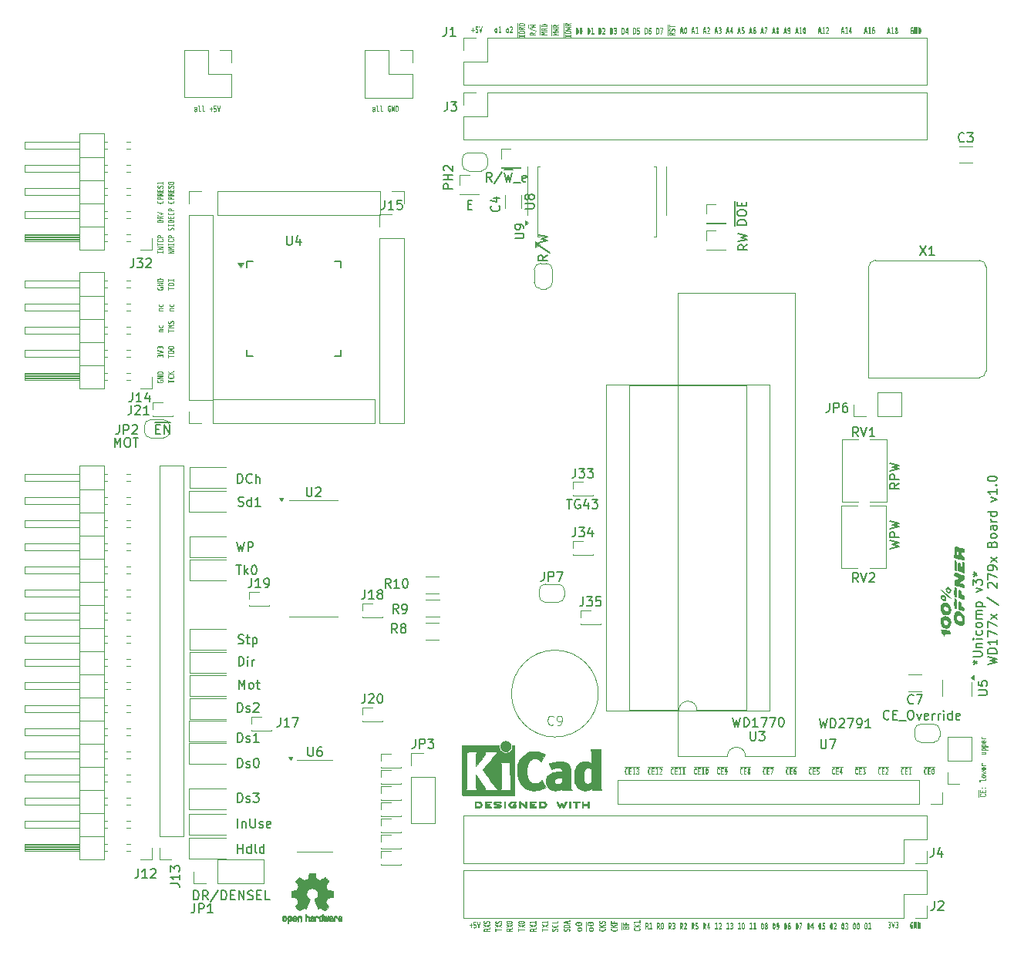
<source format=gbr>
%TF.GenerationSoftware,KiCad,Pcbnew,8.0.5-8.0.5-0~ubuntu22.04.1*%
%TF.CreationDate,2024-10-11T08:26:29+02:00*%
%TF.ProjectId,WD1771_Board,57443137-3731-45f4-926f-6172642e6b69,rev?*%
%TF.SameCoordinates,Original*%
%TF.FileFunction,Legend,Top*%
%TF.FilePolarity,Positive*%
%FSLAX46Y46*%
G04 Gerber Fmt 4.6, Leading zero omitted, Abs format (unit mm)*
G04 Created by KiCad (PCBNEW 8.0.5-8.0.5-0~ubuntu22.04.1) date 2024-10-11 08:26:29*
%MOMM*%
%LPD*%
G01*
G04 APERTURE LIST*
%ADD10C,0.100000*%
%ADD11C,0.150000*%
%ADD12C,0.120000*%
%ADD13C,0.010000*%
%ADD14C,0.000000*%
G04 APERTURE END LIST*
D10*
G36*
X95281000Y-149637561D02*
G01*
X95281000Y-149738921D01*
X94679185Y-149738921D01*
X94679185Y-149869103D01*
X94558822Y-149869103D01*
X94558822Y-149507379D01*
X94679185Y-149507379D01*
X94679185Y-149637561D01*
X95281000Y-149637561D01*
G37*
G36*
X95281000Y-149064689D02*
G01*
X95281000Y-149169469D01*
X95041983Y-149267288D01*
X95281000Y-149364863D01*
X95281000Y-149469644D01*
X94914269Y-149319190D01*
X94558822Y-149465491D01*
X94558822Y-149360711D01*
X94788606Y-149267288D01*
X94558822Y-149173621D01*
X94558822Y-149068841D01*
X94914269Y-149214410D01*
X95281000Y-149064689D01*
G37*
G36*
X94964534Y-148882728D02*
G01*
X94951665Y-148905449D01*
X94935957Y-148929526D01*
X94917266Y-148953220D01*
X94895425Y-148974504D01*
X94878707Y-148986409D01*
X94847475Y-149000706D01*
X94814198Y-149009046D01*
X94776026Y-149013096D01*
X94757489Y-149013520D01*
X94722289Y-149011953D01*
X94684944Y-149006164D01*
X94651608Y-148996108D01*
X94622281Y-148981787D01*
X94603787Y-148968946D01*
X94582003Y-148947796D01*
X94565570Y-148923455D01*
X94555742Y-148900052D01*
X94549846Y-148874305D01*
X94547880Y-148846214D01*
X94549443Y-148819669D01*
X94553621Y-148795367D01*
X94558993Y-148775505D01*
X94567789Y-148751244D01*
X94579130Y-148727156D01*
X94591648Y-148705408D01*
X94733896Y-148705408D01*
X94713616Y-148727955D01*
X94696973Y-148750761D01*
X94684998Y-148771720D01*
X94674788Y-148796821D01*
X94669290Y-148821751D01*
X94668243Y-148838276D01*
X94671128Y-148863440D01*
X94681787Y-148886722D01*
X94688759Y-148894696D01*
X94715576Y-148909942D01*
X94747573Y-148914235D01*
X94781976Y-148908135D01*
X94796471Y-148900069D01*
X94816816Y-148878026D01*
X94831994Y-148853875D01*
X94839213Y-148840474D01*
X94862123Y-148796755D01*
X94876943Y-148771280D01*
X94893726Y-148748926D01*
X94915311Y-148727200D01*
X94939460Y-148709550D01*
X94945898Y-148705774D01*
X94977298Y-148691665D01*
X95013025Y-148682174D01*
X95048416Y-148677613D01*
X95077203Y-148676587D01*
X95115800Y-148678201D01*
X95150549Y-148683044D01*
X95186229Y-148692775D01*
X95216672Y-148706900D01*
X95238599Y-148722505D01*
X95259384Y-148744784D01*
X95273136Y-148767453D01*
X95283138Y-148793419D01*
X95288608Y-148817576D01*
X95291473Y-148844023D01*
X95291942Y-148860990D01*
X95290305Y-148887214D01*
X95285396Y-148913496D01*
X95278093Y-148937438D01*
X95268152Y-148961142D01*
X95255640Y-148984322D01*
X95240556Y-149006976D01*
X95237231Y-149011444D01*
X95094984Y-149011444D01*
X95115246Y-148988850D01*
X95132370Y-148966682D01*
X95147718Y-148942548D01*
X95152772Y-148933042D01*
X95162690Y-148909388D01*
X95169356Y-148883562D01*
X95171579Y-148857937D01*
X95168309Y-148832206D01*
X95156229Y-148808220D01*
X95148327Y-148799930D01*
X95120416Y-148784451D01*
X95085787Y-148779311D01*
X95083187Y-148779291D01*
X95048603Y-148784156D01*
X95028135Y-148793091D01*
X95004591Y-148812419D01*
X94990692Y-148832903D01*
X94964534Y-148882728D01*
G37*
G36*
X107959115Y-149528750D02*
G01*
X107972699Y-149551841D01*
X107982677Y-149576006D01*
X107983735Y-149579309D01*
X107989625Y-149604655D01*
X107991869Y-149629426D01*
X107991942Y-149634874D01*
X107990448Y-149660027D01*
X107984382Y-149689311D01*
X107973648Y-149716198D01*
X107958249Y-149740688D01*
X107938182Y-149762781D01*
X107913449Y-149782476D01*
X107896369Y-149793143D01*
X107864424Y-149808869D01*
X107828322Y-149821930D01*
X107788062Y-149832325D01*
X107752861Y-149838722D01*
X107714999Y-149843414D01*
X107674477Y-149846399D01*
X107631293Y-149847678D01*
X107620082Y-149847732D01*
X107576153Y-149846879D01*
X107534896Y-149844320D01*
X107496310Y-149840055D01*
X107460396Y-149834084D01*
X107427153Y-149826408D01*
X107389356Y-149814413D01*
X107355733Y-149799754D01*
X107343452Y-149793143D01*
X107315919Y-149774886D01*
X107293053Y-149754231D01*
X107274853Y-149731180D01*
X107261320Y-149705731D01*
X107252453Y-149677885D01*
X107248253Y-149647642D01*
X107247880Y-149634874D01*
X107249451Y-149609803D01*
X107254620Y-149583978D01*
X107256087Y-149578942D01*
X107265584Y-149554533D01*
X107278687Y-149531680D01*
X107280706Y-149528750D01*
X107433896Y-149528750D01*
X107410951Y-149548128D01*
X107391900Y-149568616D01*
X107384143Y-149579431D01*
X107372731Y-149602792D01*
X107368259Y-149628479D01*
X107368243Y-149630111D01*
X107372207Y-149656192D01*
X107386145Y-149681463D01*
X107410117Y-149702427D01*
X107431673Y-149714009D01*
X107462369Y-149725048D01*
X107498955Y-149733376D01*
X107535003Y-149738357D01*
X107575379Y-149741345D01*
X107612331Y-149742313D01*
X107620082Y-149742341D01*
X107657492Y-149741649D01*
X107691929Y-149739574D01*
X107729332Y-149735258D01*
X107762454Y-149728949D01*
X107795689Y-149719072D01*
X107808149Y-149714009D01*
X107835899Y-149698140D01*
X107857641Y-149676220D01*
X107869349Y-149649991D01*
X107871579Y-149630111D01*
X107867646Y-149604374D01*
X107856817Y-149580966D01*
X107855849Y-149579431D01*
X107838468Y-149557649D01*
X107816116Y-149536878D01*
X107805926Y-149528750D01*
X107959115Y-149528750D01*
G37*
G36*
X107258822Y-149438747D02*
G01*
X107258822Y-149337386D01*
X107544171Y-149337386D01*
X107258822Y-149178628D01*
X107258822Y-149063956D01*
X107543316Y-149225767D01*
X107981000Y-149058217D01*
X107981000Y-149170812D01*
X107655986Y-149292445D01*
X107736341Y-149337386D01*
X107981000Y-149337386D01*
X107981000Y-149438747D01*
X107258822Y-149438747D01*
G37*
G36*
X107379185Y-148675854D02*
G01*
X107379185Y-148893963D01*
X107532374Y-148893963D01*
X107532374Y-148695516D01*
X107652737Y-148695516D01*
X107652737Y-148893963D01*
X107981000Y-148893963D01*
X107981000Y-148995324D01*
X107258822Y-148995324D01*
X107258822Y-148675854D01*
X107379185Y-148675854D01*
G37*
G36*
X148449115Y-134756750D02*
G01*
X148462699Y-134779841D01*
X148472677Y-134804006D01*
X148473735Y-134807309D01*
X148479625Y-134832655D01*
X148481869Y-134857426D01*
X148481942Y-134862874D01*
X148480448Y-134888027D01*
X148474382Y-134917311D01*
X148463648Y-134944198D01*
X148448249Y-134968688D01*
X148428182Y-134990781D01*
X148403449Y-135010476D01*
X148386369Y-135021143D01*
X148354424Y-135036869D01*
X148318322Y-135049930D01*
X148278062Y-135060325D01*
X148242861Y-135066722D01*
X148204999Y-135071414D01*
X148164477Y-135074399D01*
X148121293Y-135075678D01*
X148110082Y-135075732D01*
X148066153Y-135074879D01*
X148024896Y-135072320D01*
X147986310Y-135068055D01*
X147950396Y-135062084D01*
X147917153Y-135054408D01*
X147879356Y-135042413D01*
X147845733Y-135027754D01*
X147833452Y-135021143D01*
X147805919Y-135002886D01*
X147783053Y-134982231D01*
X147764853Y-134959180D01*
X147751320Y-134933731D01*
X147742453Y-134905885D01*
X147738253Y-134875642D01*
X147737880Y-134862874D01*
X147739451Y-134837803D01*
X147744620Y-134811978D01*
X147746087Y-134806942D01*
X147755584Y-134782533D01*
X147768687Y-134759680D01*
X147770706Y-134756750D01*
X147923896Y-134756750D01*
X147900951Y-134776128D01*
X147881900Y-134796616D01*
X147874143Y-134807431D01*
X147862731Y-134830792D01*
X147858259Y-134856479D01*
X147858243Y-134858111D01*
X147862207Y-134884192D01*
X147876145Y-134909463D01*
X147900117Y-134930427D01*
X147921673Y-134942009D01*
X147952369Y-134953048D01*
X147988955Y-134961376D01*
X148025003Y-134966357D01*
X148065379Y-134969345D01*
X148102331Y-134970313D01*
X148110082Y-134970341D01*
X148147492Y-134969649D01*
X148181929Y-134967574D01*
X148219332Y-134963258D01*
X148252454Y-134956949D01*
X148285689Y-134947072D01*
X148298149Y-134942009D01*
X148325899Y-134926140D01*
X148347641Y-134904220D01*
X148359349Y-134877991D01*
X148361579Y-134858111D01*
X148357646Y-134832374D01*
X148346817Y-134808966D01*
X148345849Y-134807431D01*
X148328468Y-134785649D01*
X148306116Y-134764878D01*
X148295926Y-134756750D01*
X148449115Y-134756750D01*
G37*
G36*
X148471000Y-134329814D02*
G01*
X148471000Y-134649161D01*
X147748822Y-134649161D01*
X147748822Y-134329814D01*
X147869185Y-134329814D01*
X147869185Y-134547923D01*
X148022374Y-134547923D01*
X148022374Y-134350452D01*
X148142737Y-134350452D01*
X148142737Y-134547923D01*
X148350637Y-134547923D01*
X148350637Y-134329814D01*
X148471000Y-134329814D01*
G37*
X147610000Y-135078000D02*
X147610000Y-134335851D01*
G36*
X147956722Y-134131611D02*
G01*
X147956722Y-134017305D01*
X148131795Y-134017305D01*
X148131795Y-134131611D01*
X147956722Y-134131611D01*
G37*
G36*
X148295926Y-134131611D02*
G01*
X148295926Y-134017305D01*
X148471000Y-134017305D01*
X148471000Y-134131611D01*
X148295926Y-134131611D01*
G37*
G36*
X148246687Y-133310833D02*
G01*
X147836359Y-133310833D01*
X147836359Y-133412804D01*
X147726938Y-133412804D01*
X147726938Y-133210083D01*
X148246687Y-133210083D01*
X148282330Y-133208711D01*
X148317983Y-133202828D01*
X148335591Y-133196039D01*
X148355869Y-133175507D01*
X148361553Y-133150369D01*
X148361579Y-133148289D01*
X148361579Y-133067934D01*
X148471000Y-133067934D01*
X148471000Y-133176499D01*
X148469178Y-133202002D01*
X148462450Y-133228152D01*
X148448689Y-133253286D01*
X148428454Y-133273352D01*
X148419196Y-133279570D01*
X148388923Y-133293248D01*
X148355405Y-133302010D01*
X148321453Y-133307139D01*
X148282680Y-133310070D01*
X148246687Y-133310833D01*
G37*
G36*
X148241794Y-132633993D02*
G01*
X148278065Y-132637526D01*
X148311732Y-132643414D01*
X148348693Y-132653589D01*
X148381904Y-132667156D01*
X148406715Y-132681053D01*
X148432280Y-132700318D01*
X148452556Y-132721937D01*
X148467543Y-132745908D01*
X148477240Y-132772232D01*
X148481648Y-132800908D01*
X148481942Y-132810990D01*
X148480105Y-132835634D01*
X148473052Y-132863065D01*
X148460711Y-132888161D01*
X148443079Y-132910922D01*
X148420159Y-132931346D01*
X148406715Y-132940683D01*
X148376629Y-132957076D01*
X148342793Y-132970078D01*
X148305207Y-132979688D01*
X148271019Y-132985105D01*
X148234227Y-132988167D01*
X148202919Y-132988921D01*
X148164043Y-132987743D01*
X148127772Y-132984210D01*
X148094106Y-132978322D01*
X148057144Y-132968147D01*
X148023933Y-132954580D01*
X147999122Y-132940683D01*
X147973557Y-132921426D01*
X147953281Y-132899833D01*
X147938294Y-132875905D01*
X147928597Y-132849641D01*
X147924189Y-132821042D01*
X147923896Y-132810990D01*
X148033316Y-132810990D01*
X148039615Y-132835920D01*
X148058513Y-132856488D01*
X148078110Y-132867777D01*
X148109546Y-132878596D01*
X148143720Y-132884907D01*
X148178774Y-132887792D01*
X148202919Y-132888293D01*
X148240724Y-132887011D01*
X148277993Y-132882503D01*
X148312869Y-132873687D01*
X148327727Y-132867777D01*
X148355023Y-132850117D01*
X148370377Y-132826063D01*
X148372521Y-132810990D01*
X148366222Y-132785928D01*
X148347324Y-132765332D01*
X148327727Y-132754081D01*
X148296291Y-132743198D01*
X148262117Y-132736849D01*
X148227063Y-132733947D01*
X148202919Y-132733443D01*
X148165113Y-132734733D01*
X148127844Y-132739268D01*
X148092968Y-132748136D01*
X148078110Y-132754081D01*
X148050814Y-132771701D01*
X148036116Y-132793786D01*
X148033316Y-132810990D01*
X147923896Y-132810990D01*
X147925732Y-132786276D01*
X147932785Y-132758776D01*
X147945127Y-132733628D01*
X147962758Y-132710834D01*
X147985678Y-132690392D01*
X147999122Y-132681053D01*
X148029208Y-132664660D01*
X148063044Y-132651658D01*
X148100630Y-132642048D01*
X148134818Y-132636631D01*
X148171610Y-132633569D01*
X148202919Y-132632815D01*
X148241794Y-132633993D01*
G37*
G36*
X147934838Y-132601552D02*
G01*
X147934838Y-132517777D01*
X148346191Y-132472103D01*
X148077085Y-132430460D01*
X148077085Y-132349127D01*
X148346191Y-132308216D01*
X147934838Y-132261810D01*
X147934838Y-132178035D01*
X148471000Y-132247766D01*
X148471000Y-132343265D01*
X148193857Y-132389915D01*
X148471000Y-132436322D01*
X148471000Y-132531820D01*
X147934838Y-132601552D01*
G37*
G36*
X148252158Y-132046510D02*
G01*
X148287087Y-132043741D01*
X148321067Y-132033712D01*
X148342772Y-132019765D01*
X148359709Y-131998473D01*
X148369006Y-131973781D01*
X148372405Y-131947215D01*
X148372521Y-131940753D01*
X148370309Y-131914895D01*
X148363673Y-131889347D01*
X148356792Y-131872487D01*
X148343796Y-131848954D01*
X148328195Y-131826934D01*
X148308987Y-131804317D01*
X148306868Y-131802023D01*
X148438173Y-131802023D01*
X148451926Y-131826278D01*
X148463092Y-131850850D01*
X148471000Y-131873464D01*
X148477229Y-131898974D01*
X148480873Y-131925466D01*
X148481942Y-131950400D01*
X148480201Y-131979440D01*
X148474979Y-132006261D01*
X148466276Y-132030865D01*
X148451238Y-132057460D01*
X148431186Y-132080862D01*
X148410647Y-132097923D01*
X148381636Y-132115229D01*
X148348200Y-132128955D01*
X148310341Y-132139100D01*
X148275412Y-132144819D01*
X148237412Y-132148052D01*
X148204799Y-132148848D01*
X148165525Y-132147649D01*
X148128915Y-132144053D01*
X148094967Y-132138061D01*
X148057745Y-132127705D01*
X148024358Y-132113898D01*
X147999464Y-132099755D01*
X147973783Y-132080087D01*
X147953415Y-132057904D01*
X147938360Y-132033204D01*
X147928619Y-132005989D01*
X147924560Y-131981387D01*
X147923896Y-131965788D01*
X148033316Y-131965788D01*
X148038057Y-131991649D01*
X148053765Y-132014316D01*
X148062039Y-132021109D01*
X148091636Y-132035942D01*
X148124350Y-132043521D01*
X148143250Y-132045533D01*
X148142737Y-131887141D01*
X148108705Y-131889896D01*
X148076508Y-131898957D01*
X148061013Y-131907658D01*
X148042080Y-131928461D01*
X148033993Y-131954226D01*
X148033316Y-131965788D01*
X147923896Y-131965788D01*
X147925619Y-131939975D01*
X147932239Y-131911478D01*
X147943824Y-131885687D01*
X147960373Y-131862600D01*
X147981887Y-131842218D01*
X147994506Y-131833042D01*
X148022947Y-131816980D01*
X148055438Y-131804242D01*
X148091981Y-131794827D01*
X148125528Y-131789519D01*
X148161888Y-131786519D01*
X148193002Y-131785781D01*
X148252158Y-131785781D01*
X148252158Y-132046510D01*
G37*
G36*
X148088027Y-131364095D02*
G01*
X148064091Y-131382017D01*
X148046994Y-131402808D01*
X148036322Y-131427500D01*
X148033316Y-131451290D01*
X148036053Y-131475936D01*
X148046014Y-131501018D01*
X148049900Y-131507100D01*
X148070032Y-131528227D01*
X148097601Y-131543980D01*
X148129524Y-131553331D01*
X148144276Y-131555582D01*
X148178726Y-131557963D01*
X148213877Y-131558707D01*
X148227367Y-131558757D01*
X148471000Y-131558757D01*
X148471000Y-131659507D01*
X147934838Y-131659507D01*
X147934838Y-131558757D01*
X148014510Y-131558757D01*
X147984833Y-131545459D01*
X147960686Y-131527731D01*
X147947660Y-131513450D01*
X147933179Y-131489092D01*
X147925775Y-131464200D01*
X147923896Y-131442009D01*
X147927168Y-131416592D01*
X147932273Y-131401709D01*
X147944934Y-131378905D01*
X147956722Y-131364095D01*
X148088027Y-131364095D01*
G37*
G36*
X148285839Y-130441224D02*
G01*
X147934838Y-130441224D01*
X147934838Y-130340596D01*
X148264126Y-130340596D01*
X148300288Y-130339225D01*
X148334977Y-130333515D01*
X148347559Y-130328994D01*
X148369011Y-130308329D01*
X148372521Y-130290160D01*
X148364101Y-130265919D01*
X148338840Y-130247661D01*
X148307016Y-130237778D01*
X148273123Y-130233350D01*
X148244464Y-130232396D01*
X147934838Y-130232396D01*
X147934838Y-130131768D01*
X148471000Y-130131768D01*
X148471000Y-130232396D01*
X148393550Y-130232396D01*
X148424701Y-130243508D01*
X148451180Y-130261019D01*
X148458861Y-130268666D01*
X148473805Y-130291157D01*
X148481130Y-130317156D01*
X148481942Y-130330338D01*
X148478853Y-130356128D01*
X148467997Y-130381110D01*
X148449323Y-130401822D01*
X148432531Y-130413258D01*
X148400882Y-130426777D01*
X148366437Y-130435079D01*
X148331424Y-130439476D01*
X148291862Y-130441197D01*
X148285839Y-130441224D01*
G37*
G36*
X148243492Y-129683387D02*
G01*
X148281010Y-129686097D01*
X148315473Y-129690614D01*
X148352795Y-129698419D01*
X148385718Y-129708826D01*
X148409792Y-129719486D01*
X148437905Y-129737129D01*
X148459113Y-129757788D01*
X148473416Y-129781461D01*
X148480814Y-129808150D01*
X148481942Y-129824755D01*
X148477949Y-129850574D01*
X148465972Y-129873962D01*
X148461083Y-129880198D01*
X148438774Y-129900531D01*
X148410792Y-129917360D01*
X148398166Y-129923307D01*
X148678899Y-129923307D01*
X148678899Y-130023569D01*
X147934838Y-130023569D01*
X147934838Y-129923307D01*
X148012458Y-129923307D01*
X147982453Y-129910083D01*
X147956893Y-129892580D01*
X147946122Y-129881786D01*
X147931731Y-129859378D01*
X147929913Y-129852843D01*
X148033316Y-129852843D01*
X148040766Y-129877078D01*
X148063113Y-129896799D01*
X148078452Y-129904378D01*
X148110002Y-129914360D01*
X148144106Y-129920183D01*
X148178963Y-129922845D01*
X148202919Y-129923307D01*
X148240446Y-129922124D01*
X148277556Y-129917965D01*
X148312445Y-129909831D01*
X148327385Y-129904378D01*
X148354890Y-129888258D01*
X148370361Y-129866454D01*
X148372521Y-129852843D01*
X148365072Y-129828668D01*
X148342724Y-129809129D01*
X148327385Y-129801674D01*
X148295835Y-129791885D01*
X148261731Y-129786175D01*
X148226874Y-129783565D01*
X148202919Y-129783111D01*
X148165391Y-129784272D01*
X148128281Y-129788350D01*
X148093392Y-129796326D01*
X148078452Y-129801674D01*
X148050948Y-129817571D01*
X148034903Y-129841109D01*
X148033316Y-129852843D01*
X147929913Y-129852843D01*
X147924677Y-129834028D01*
X147923896Y-129821335D01*
X147927397Y-129793851D01*
X147937902Y-129769206D01*
X147955409Y-129747402D01*
X147979920Y-129728437D01*
X147997071Y-129718876D01*
X148031873Y-129704695D01*
X148066262Y-129695313D01*
X148104859Y-129688490D01*
X148140237Y-129684758D01*
X148178536Y-129682803D01*
X148202919Y-129682483D01*
X148243492Y-129683387D01*
G37*
G36*
X148243492Y-129262312D02*
G01*
X148281010Y-129265022D01*
X148315473Y-129269539D01*
X148352795Y-129277345D01*
X148385718Y-129287752D01*
X148409792Y-129298412D01*
X148437905Y-129316055D01*
X148459113Y-129336713D01*
X148473416Y-129360387D01*
X148480814Y-129387076D01*
X148481942Y-129403680D01*
X148477949Y-129429499D01*
X148465972Y-129452888D01*
X148461083Y-129459123D01*
X148438774Y-129479456D01*
X148410792Y-129496285D01*
X148398166Y-129502232D01*
X148678899Y-129502232D01*
X148678899Y-129602494D01*
X147934838Y-129602494D01*
X147934838Y-129502232D01*
X148012458Y-129502232D01*
X147982453Y-129489009D01*
X147956893Y-129471505D01*
X147946122Y-129460711D01*
X147931731Y-129438303D01*
X147929913Y-129431768D01*
X148033316Y-129431768D01*
X148040766Y-129456004D01*
X148063113Y-129475724D01*
X148078452Y-129483303D01*
X148110002Y-129493285D01*
X148144106Y-129499108D01*
X148178963Y-129501770D01*
X148202919Y-129502232D01*
X148240446Y-129501049D01*
X148277556Y-129496890D01*
X148312445Y-129488757D01*
X148327385Y-129483303D01*
X148354890Y-129467183D01*
X148370361Y-129445379D01*
X148372521Y-129431768D01*
X148365072Y-129407593D01*
X148342724Y-129388054D01*
X148327385Y-129380599D01*
X148295835Y-129370810D01*
X148261731Y-129365100D01*
X148226874Y-129362490D01*
X148202919Y-129362037D01*
X148165391Y-129363197D01*
X148128281Y-129367276D01*
X148093392Y-129375252D01*
X148078452Y-129380599D01*
X148050948Y-129396496D01*
X148034903Y-129420034D01*
X148033316Y-129431768D01*
X147929913Y-129431768D01*
X147924677Y-129412953D01*
X147923896Y-129400261D01*
X147927397Y-129372776D01*
X147937902Y-129348132D01*
X147955409Y-129326327D01*
X147979920Y-129307363D01*
X147997071Y-129297801D01*
X148031873Y-129283621D01*
X148066262Y-129274238D01*
X148104859Y-129267415D01*
X148140237Y-129263683D01*
X148178536Y-129261729D01*
X148202919Y-129261409D01*
X148243492Y-129262312D01*
G37*
G36*
X148252158Y-129098987D02*
G01*
X148287087Y-129096218D01*
X148321067Y-129086189D01*
X148342772Y-129072243D01*
X148359709Y-129050950D01*
X148369006Y-129026259D01*
X148372405Y-128999693D01*
X148372521Y-128993230D01*
X148370309Y-128967373D01*
X148363673Y-128941825D01*
X148356792Y-128924964D01*
X148343796Y-128901431D01*
X148328195Y-128879411D01*
X148308987Y-128856795D01*
X148306868Y-128854500D01*
X148438173Y-128854500D01*
X148451926Y-128878755D01*
X148463092Y-128903327D01*
X148471000Y-128925941D01*
X148477229Y-128951451D01*
X148480873Y-128977943D01*
X148481942Y-129002878D01*
X148480201Y-129031917D01*
X148474979Y-129058739D01*
X148466276Y-129083342D01*
X148451238Y-129109938D01*
X148431186Y-129133339D01*
X148410647Y-129150400D01*
X148381636Y-129167707D01*
X148348200Y-129181433D01*
X148310341Y-129191578D01*
X148275412Y-129197297D01*
X148237412Y-129200529D01*
X148204799Y-129201325D01*
X148165525Y-129200126D01*
X148128915Y-129196531D01*
X148094967Y-129190538D01*
X148057745Y-129180183D01*
X148024358Y-129166375D01*
X147999464Y-129152232D01*
X147973783Y-129132564D01*
X147953415Y-129110381D01*
X147938360Y-129085681D01*
X147928619Y-129058466D01*
X147924560Y-129033864D01*
X147923896Y-129018265D01*
X148033316Y-129018265D01*
X148038057Y-129044127D01*
X148053765Y-129066794D01*
X148062039Y-129073586D01*
X148091636Y-129088419D01*
X148124350Y-129095998D01*
X148143250Y-129098010D01*
X148142737Y-128939619D01*
X148108705Y-128942374D01*
X148076508Y-128951434D01*
X148061013Y-128960135D01*
X148042080Y-128980939D01*
X148033993Y-129006703D01*
X148033316Y-129018265D01*
X147923896Y-129018265D01*
X147925619Y-128992452D01*
X147932239Y-128963956D01*
X147943824Y-128938164D01*
X147960373Y-128915078D01*
X147981887Y-128894696D01*
X147994506Y-128885519D01*
X148022947Y-128869458D01*
X148055438Y-128856719D01*
X148091981Y-128847304D01*
X148125528Y-128841996D01*
X148161888Y-128838996D01*
X148193002Y-128838258D01*
X148252158Y-128838258D01*
X148252158Y-129098987D01*
G37*
G36*
X148088027Y-128416573D02*
G01*
X148064091Y-128434494D01*
X148046994Y-128455285D01*
X148036322Y-128479977D01*
X148033316Y-128503767D01*
X148036053Y-128528414D01*
X148046014Y-128553496D01*
X148049900Y-128559577D01*
X148070032Y-128580704D01*
X148097601Y-128596458D01*
X148129524Y-128605808D01*
X148144276Y-128608059D01*
X148178726Y-128610441D01*
X148213877Y-128611185D01*
X148227367Y-128611234D01*
X148471000Y-128611234D01*
X148471000Y-128711984D01*
X147934838Y-128711984D01*
X147934838Y-128611234D01*
X148014510Y-128611234D01*
X147984833Y-128597936D01*
X147960686Y-128580208D01*
X147947660Y-128565927D01*
X147933179Y-128541570D01*
X147925775Y-128516677D01*
X147923896Y-128494486D01*
X147927168Y-128469070D01*
X147932273Y-128454186D01*
X147944934Y-128431382D01*
X147956722Y-128416573D01*
X148088027Y-128416573D01*
G37*
G36*
X61706847Y-59279194D02*
G01*
X61732059Y-59283088D01*
X61758710Y-59291188D01*
X61784831Y-59305364D01*
X61805599Y-59324628D01*
X61810550Y-59331067D01*
X61827166Y-59362793D01*
X61837811Y-59399125D01*
X61844042Y-59436636D01*
X61847195Y-59472385D01*
X61848493Y-59512217D01*
X61848530Y-59520673D01*
X61848530Y-59825000D01*
X61748635Y-59825000D01*
X61748635Y-59762083D01*
X61732137Y-59788268D01*
X61712213Y-59809035D01*
X61701862Y-59816793D01*
X61677775Y-59829191D01*
X61651754Y-59835268D01*
X61639092Y-59835942D01*
X61611738Y-59833667D01*
X61587166Y-59826844D01*
X61562490Y-59813476D01*
X61541447Y-59794167D01*
X61536754Y-59788412D01*
X61520779Y-59762211D01*
X61509368Y-59731308D01*
X61502522Y-59695703D01*
X61500275Y-59660693D01*
X61500271Y-59660013D01*
X61607462Y-59660013D01*
X61611805Y-59693696D01*
X61622849Y-59716605D01*
X61645142Y-59734020D01*
X61664859Y-59737463D01*
X61690123Y-59732655D01*
X61712878Y-59716442D01*
X61726653Y-59696772D01*
X61739168Y-59664861D01*
X61746037Y-59629225D01*
X61748549Y-59591756D01*
X61748635Y-59582735D01*
X61748635Y-59573332D01*
X61708457Y-59573332D01*
X61682429Y-59574561D01*
X61655863Y-59579553D01*
X61632737Y-59590612D01*
X61629810Y-59592993D01*
X61613049Y-59619494D01*
X61607549Y-59654182D01*
X61607462Y-59660013D01*
X61500271Y-59660013D01*
X61500240Y-59655397D01*
X61502326Y-59617313D01*
X61508584Y-59583842D01*
X61520846Y-59551240D01*
X61538558Y-59524665D01*
X61543837Y-59518963D01*
X61565243Y-59501776D01*
X61591208Y-59488810D01*
X61617091Y-59481056D01*
X61646323Y-59476404D01*
X61673241Y-59474896D01*
X61678903Y-59474853D01*
X61748635Y-59474853D01*
X61748635Y-59442198D01*
X61741717Y-59407803D01*
X61730927Y-59393129D01*
X61707425Y-59380056D01*
X61683128Y-59376440D01*
X61678903Y-59376374D01*
X61654395Y-59377607D01*
X61628252Y-59381762D01*
X61609050Y-59386803D01*
X61583267Y-59396380D01*
X61558908Y-59408243D01*
X61538464Y-59420143D01*
X61538464Y-59310722D01*
X61563605Y-59299382D01*
X61589022Y-59290494D01*
X61606119Y-59285931D01*
X61632440Y-59281034D01*
X61657593Y-59278531D01*
X61678903Y-59277896D01*
X61706847Y-59279194D01*
G37*
G36*
X62021942Y-59600687D02*
G01*
X62021942Y-59190359D01*
X61919971Y-59190359D01*
X61919971Y-59080938D01*
X62122692Y-59080938D01*
X62122692Y-59600687D01*
X62124064Y-59636330D01*
X62129948Y-59671983D01*
X62136736Y-59689591D01*
X62157268Y-59709869D01*
X62182406Y-59715553D01*
X62184486Y-59715579D01*
X62264842Y-59715579D01*
X62264842Y-59825000D01*
X62156276Y-59825000D01*
X62130773Y-59823178D01*
X62104624Y-59816450D01*
X62079490Y-59802689D01*
X62059424Y-59782454D01*
X62053205Y-59773196D01*
X62039528Y-59742923D01*
X62030766Y-59709405D01*
X62025636Y-59675453D01*
X62022706Y-59636680D01*
X62021942Y-59600687D01*
G37*
G36*
X62443017Y-59600687D02*
G01*
X62443017Y-59190359D01*
X62341046Y-59190359D01*
X62341046Y-59080938D01*
X62543767Y-59080938D01*
X62543767Y-59600687D01*
X62545139Y-59636330D01*
X62551022Y-59671983D01*
X62557811Y-59689591D01*
X62578343Y-59709869D01*
X62603481Y-59715553D01*
X62605561Y-59715579D01*
X62685916Y-59715579D01*
X62685916Y-59825000D01*
X62577351Y-59825000D01*
X62551848Y-59823178D01*
X62525698Y-59816450D01*
X62500564Y-59802689D01*
X62480498Y-59782454D01*
X62474280Y-59773196D01*
X62460602Y-59742923D01*
X62451840Y-59709405D01*
X62446711Y-59675453D01*
X62443780Y-59636680D01*
X62443017Y-59600687D01*
G37*
G36*
X63404723Y-59256011D02*
G01*
X63404723Y-59463911D01*
X63552490Y-59463911D01*
X63552490Y-59573332D01*
X63404723Y-59573332D01*
X63404723Y-59781231D01*
X63323390Y-59781231D01*
X63323390Y-59573332D01*
X63175013Y-59573332D01*
X63175013Y-59463911D01*
X63323390Y-59463911D01*
X63323390Y-59256011D01*
X63404723Y-59256011D01*
G37*
G36*
X63639685Y-59102822D02*
G01*
X63918244Y-59102822D01*
X63918244Y-59223185D01*
X63721750Y-59223185D01*
X63721750Y-59367655D01*
X63745510Y-59358349D01*
X63748129Y-59357739D01*
X63773164Y-59354569D01*
X63778048Y-59354490D01*
X63805653Y-59356834D01*
X63831223Y-59363867D01*
X63854757Y-59375588D01*
X63876257Y-59391997D01*
X63895721Y-59413094D01*
X63901757Y-59421168D01*
X63917860Y-59447515D01*
X63930631Y-59476675D01*
X63940071Y-59508648D01*
X63946179Y-59543433D01*
X63948955Y-59581032D01*
X63949140Y-59594190D01*
X63947333Y-59634473D01*
X63941910Y-59671463D01*
X63932873Y-59705159D01*
X63920221Y-59735561D01*
X63903953Y-59762669D01*
X63897727Y-59770973D01*
X63877179Y-59793052D01*
X63854004Y-59810563D01*
X63828201Y-59823506D01*
X63799771Y-59831881D01*
X63774072Y-59835371D01*
X63757776Y-59835942D01*
X63732944Y-59834788D01*
X63707905Y-59831325D01*
X63691098Y-59827735D01*
X63665704Y-59820426D01*
X63642065Y-59811699D01*
X63622466Y-59803115D01*
X63622466Y-59671810D01*
X63645847Y-59687785D01*
X63669752Y-59700149D01*
X63680962Y-59704637D01*
X63705470Y-59711721D01*
X63729978Y-59715194D01*
X63741290Y-59715579D01*
X63766485Y-59713645D01*
X63790980Y-59706845D01*
X63815381Y-59691886D01*
X63822745Y-59684633D01*
X63839712Y-59657481D01*
X63848848Y-59622443D01*
X63850588Y-59594703D01*
X63847313Y-59559890D01*
X63836267Y-59527765D01*
X63822867Y-59507679D01*
X63801713Y-59488990D01*
X63776202Y-59478059D01*
X63749228Y-59474853D01*
X63723758Y-59476656D01*
X63698180Y-59482066D01*
X63694762Y-59483060D01*
X63670816Y-59491811D01*
X63646636Y-59503704D01*
X63639685Y-59507679D01*
X63639685Y-59102822D01*
G37*
G36*
X64206084Y-59706004D02*
G01*
X64296332Y-59102822D01*
X64398425Y-59102822D01*
X64276426Y-59825000D01*
X64135986Y-59825000D01*
X64013987Y-59102822D01*
X64116080Y-59102822D01*
X64206084Y-59706004D01*
G37*
G36*
X81264847Y-59279194D02*
G01*
X81290059Y-59283088D01*
X81316710Y-59291188D01*
X81342831Y-59305364D01*
X81363599Y-59324628D01*
X81368550Y-59331067D01*
X81385166Y-59362793D01*
X81395811Y-59399125D01*
X81402042Y-59436636D01*
X81405195Y-59472385D01*
X81406493Y-59512217D01*
X81406530Y-59520673D01*
X81406530Y-59825000D01*
X81306635Y-59825000D01*
X81306635Y-59762083D01*
X81290137Y-59788268D01*
X81270213Y-59809035D01*
X81259862Y-59816793D01*
X81235775Y-59829191D01*
X81209754Y-59835268D01*
X81197092Y-59835942D01*
X81169738Y-59833667D01*
X81145166Y-59826844D01*
X81120490Y-59813476D01*
X81099447Y-59794167D01*
X81094754Y-59788412D01*
X81078779Y-59762211D01*
X81067368Y-59731308D01*
X81060522Y-59695703D01*
X81058275Y-59660693D01*
X81058271Y-59660013D01*
X81165462Y-59660013D01*
X81169805Y-59693696D01*
X81180849Y-59716605D01*
X81203142Y-59734020D01*
X81222859Y-59737463D01*
X81248123Y-59732655D01*
X81270878Y-59716442D01*
X81284653Y-59696772D01*
X81297168Y-59664861D01*
X81304037Y-59629225D01*
X81306549Y-59591756D01*
X81306635Y-59582735D01*
X81306635Y-59573332D01*
X81266457Y-59573332D01*
X81240429Y-59574561D01*
X81213863Y-59579553D01*
X81190737Y-59590612D01*
X81187810Y-59592993D01*
X81171049Y-59619494D01*
X81165549Y-59654182D01*
X81165462Y-59660013D01*
X81058271Y-59660013D01*
X81058240Y-59655397D01*
X81060326Y-59617313D01*
X81066584Y-59583842D01*
X81078846Y-59551240D01*
X81096558Y-59524665D01*
X81101837Y-59518963D01*
X81123243Y-59501776D01*
X81149208Y-59488810D01*
X81175091Y-59481056D01*
X81204323Y-59476404D01*
X81231241Y-59474896D01*
X81236903Y-59474853D01*
X81306635Y-59474853D01*
X81306635Y-59442198D01*
X81299717Y-59407803D01*
X81288927Y-59393129D01*
X81265425Y-59380056D01*
X81241128Y-59376440D01*
X81236903Y-59376374D01*
X81212395Y-59377607D01*
X81186252Y-59381762D01*
X81167050Y-59386803D01*
X81141267Y-59396380D01*
X81116908Y-59408243D01*
X81096464Y-59420143D01*
X81096464Y-59310722D01*
X81121605Y-59299382D01*
X81147022Y-59290494D01*
X81164119Y-59285931D01*
X81190440Y-59281034D01*
X81215593Y-59278531D01*
X81236903Y-59277896D01*
X81264847Y-59279194D01*
G37*
G36*
X81579942Y-59600687D02*
G01*
X81579942Y-59190359D01*
X81477971Y-59190359D01*
X81477971Y-59080938D01*
X81680692Y-59080938D01*
X81680692Y-59600687D01*
X81682064Y-59636330D01*
X81687948Y-59671983D01*
X81694736Y-59689591D01*
X81715268Y-59709869D01*
X81740406Y-59715553D01*
X81742486Y-59715579D01*
X81822842Y-59715579D01*
X81822842Y-59825000D01*
X81714276Y-59825000D01*
X81688773Y-59823178D01*
X81662624Y-59816450D01*
X81637490Y-59802689D01*
X81617424Y-59782454D01*
X81611205Y-59773196D01*
X81597528Y-59742923D01*
X81588766Y-59709405D01*
X81583636Y-59675453D01*
X81580706Y-59636680D01*
X81579942Y-59600687D01*
G37*
G36*
X82001017Y-59600687D02*
G01*
X82001017Y-59190359D01*
X81899046Y-59190359D01*
X81899046Y-59080938D01*
X82101767Y-59080938D01*
X82101767Y-59600687D01*
X82103139Y-59636330D01*
X82109022Y-59671983D01*
X82115811Y-59689591D01*
X82136343Y-59709869D01*
X82161481Y-59715553D01*
X82163561Y-59715579D01*
X82243916Y-59715579D01*
X82243916Y-59825000D01*
X82135351Y-59825000D01*
X82109848Y-59823178D01*
X82083698Y-59816450D01*
X82058564Y-59802689D01*
X82038498Y-59782454D01*
X82032280Y-59773196D01*
X82018602Y-59742923D01*
X82009840Y-59709405D01*
X82004711Y-59675453D01*
X82001780Y-59636680D01*
X82001017Y-59600687D01*
G37*
G36*
X83009862Y-59699337D02*
G01*
X83009862Y-59562390D01*
X82940375Y-59562390D01*
X82940375Y-59442027D01*
X83098400Y-59442027D01*
X83098400Y-59768750D01*
X83077612Y-59789654D01*
X83055382Y-59806760D01*
X83033920Y-59819016D01*
X83009148Y-59828652D01*
X82983193Y-59834289D01*
X82958571Y-59835942D01*
X82928571Y-59833579D01*
X82900778Y-59826491D01*
X82875191Y-59814679D01*
X82851810Y-59798141D01*
X82830636Y-59776878D01*
X82811668Y-59750891D01*
X82804698Y-59739173D01*
X82789077Y-59706941D01*
X82776104Y-59670728D01*
X82765779Y-59630532D01*
X82759425Y-59595509D01*
X82754765Y-59557937D01*
X82751800Y-59517816D01*
X82750529Y-59475147D01*
X82750476Y-59464082D01*
X82751331Y-59420153D01*
X82753896Y-59378896D01*
X82758170Y-59340310D01*
X82764154Y-59304396D01*
X82771847Y-59271153D01*
X82783869Y-59233356D01*
X82798561Y-59199733D01*
X82805187Y-59187452D01*
X82823508Y-59159919D01*
X82844203Y-59137053D01*
X82867272Y-59118853D01*
X82892713Y-59105320D01*
X82920528Y-59096453D01*
X82950716Y-59092253D01*
X82963456Y-59091880D01*
X82988378Y-59093742D01*
X83012937Y-59099329D01*
X83024150Y-59103164D01*
X83047835Y-59113969D01*
X83070271Y-59128047D01*
X83080204Y-59135648D01*
X83080204Y-59288838D01*
X83063357Y-59262912D01*
X83043052Y-59240848D01*
X83031233Y-59231563D01*
X83007922Y-59219054D01*
X82982837Y-59212922D01*
X82970661Y-59212243D01*
X82943657Y-59216154D01*
X82920286Y-59227887D01*
X82898336Y-59250436D01*
X82884443Y-59274818D01*
X82871995Y-59310049D01*
X82864020Y-59347484D01*
X82859351Y-59384482D01*
X82856989Y-59418775D01*
X82856017Y-59456216D01*
X82855989Y-59464082D01*
X82856660Y-59501114D01*
X82858672Y-59535275D01*
X82862858Y-59572477D01*
X82870184Y-59610653D01*
X82880139Y-59643200D01*
X82883466Y-59651465D01*
X82898770Y-59679515D01*
X82919727Y-59701491D01*
X82944644Y-59713325D01*
X82963456Y-59715579D01*
X82987966Y-59712568D01*
X82990933Y-59711646D01*
X83009862Y-59699337D01*
G37*
G36*
X83172284Y-59102822D02*
G01*
X83281094Y-59102822D01*
X83423976Y-59627700D01*
X83423976Y-59102822D01*
X83513369Y-59102822D01*
X83513369Y-59825000D01*
X83405169Y-59825000D01*
X83261554Y-59300122D01*
X83261554Y-59825000D01*
X83172284Y-59825000D01*
X83172284Y-59102822D01*
G37*
G36*
X83738347Y-59104142D02*
G01*
X83766465Y-59108101D01*
X83792386Y-59114699D01*
X83816108Y-59123937D01*
X83842669Y-59139196D01*
X83865796Y-59158579D01*
X83885488Y-59182085D01*
X83889014Y-59187281D01*
X83904951Y-59216243D01*
X83918187Y-59250447D01*
X83928722Y-59289893D01*
X83935205Y-59325225D01*
X83939959Y-59363913D01*
X83942985Y-59405955D01*
X83944281Y-59451353D01*
X83944335Y-59463227D01*
X83943849Y-59498286D01*
X83941688Y-59542105D01*
X83937798Y-59582580D01*
X83932180Y-59619710D01*
X83924832Y-59653495D01*
X83913217Y-59691023D01*
X83898901Y-59723325D01*
X83889014Y-59740198D01*
X83870009Y-59764628D01*
X83847569Y-59784918D01*
X83821695Y-59801066D01*
X83792386Y-59813074D01*
X83766465Y-59819699D01*
X83738347Y-59823674D01*
X83708030Y-59825000D01*
X83599464Y-59825000D01*
X83599464Y-59704637D01*
X83700825Y-59704637D01*
X83728302Y-59704637D01*
X83752834Y-59702010D01*
X83776835Y-59692578D01*
X83798690Y-59673766D01*
X83813543Y-59649755D01*
X83824656Y-59617517D01*
X83831775Y-59581437D01*
X83835943Y-59544663D01*
X83838051Y-59509896D01*
X83838920Y-59471380D01*
X83838944Y-59463227D01*
X83838324Y-59424216D01*
X83836464Y-59388929D01*
X83832594Y-59351498D01*
X83825822Y-59314606D01*
X83815106Y-59281379D01*
X83813543Y-59277896D01*
X83796531Y-59251449D01*
X83774070Y-59233657D01*
X83749531Y-59225109D01*
X83728302Y-59223185D01*
X83700825Y-59223185D01*
X83700825Y-59704637D01*
X83599464Y-59704637D01*
X83599464Y-59102822D01*
X83708030Y-59102822D01*
X83738347Y-59104142D01*
G37*
D11*
X66249779Y-131822819D02*
X66249779Y-130822819D01*
X66249779Y-130822819D02*
X66487874Y-130822819D01*
X66487874Y-130822819D02*
X66630731Y-130870438D01*
X66630731Y-130870438D02*
X66725969Y-130965676D01*
X66725969Y-130965676D02*
X66773588Y-131060914D01*
X66773588Y-131060914D02*
X66821207Y-131251390D01*
X66821207Y-131251390D02*
X66821207Y-131394247D01*
X66821207Y-131394247D02*
X66773588Y-131584723D01*
X66773588Y-131584723D02*
X66725969Y-131679961D01*
X66725969Y-131679961D02*
X66630731Y-131775200D01*
X66630731Y-131775200D02*
X66487874Y-131822819D01*
X66487874Y-131822819D02*
X66249779Y-131822819D01*
X67202160Y-131775200D02*
X67297398Y-131822819D01*
X67297398Y-131822819D02*
X67487874Y-131822819D01*
X67487874Y-131822819D02*
X67583112Y-131775200D01*
X67583112Y-131775200D02*
X67630731Y-131679961D01*
X67630731Y-131679961D02*
X67630731Y-131632342D01*
X67630731Y-131632342D02*
X67583112Y-131537104D01*
X67583112Y-131537104D02*
X67487874Y-131489485D01*
X67487874Y-131489485D02*
X67345017Y-131489485D01*
X67345017Y-131489485D02*
X67249779Y-131441866D01*
X67249779Y-131441866D02*
X67202160Y-131346628D01*
X67202160Y-131346628D02*
X67202160Y-131299009D01*
X67202160Y-131299009D02*
X67249779Y-131203771D01*
X67249779Y-131203771D02*
X67345017Y-131156152D01*
X67345017Y-131156152D02*
X67487874Y-131156152D01*
X67487874Y-131156152D02*
X67583112Y-131203771D01*
X68249779Y-130822819D02*
X68345017Y-130822819D01*
X68345017Y-130822819D02*
X68440255Y-130870438D01*
X68440255Y-130870438D02*
X68487874Y-130918057D01*
X68487874Y-130918057D02*
X68535493Y-131013295D01*
X68535493Y-131013295D02*
X68583112Y-131203771D01*
X68583112Y-131203771D02*
X68583112Y-131441866D01*
X68583112Y-131441866D02*
X68535493Y-131632342D01*
X68535493Y-131632342D02*
X68487874Y-131727580D01*
X68487874Y-131727580D02*
X68440255Y-131775200D01*
X68440255Y-131775200D02*
X68345017Y-131822819D01*
X68345017Y-131822819D02*
X68249779Y-131822819D01*
X68249779Y-131822819D02*
X68154541Y-131775200D01*
X68154541Y-131775200D02*
X68106922Y-131727580D01*
X68106922Y-131727580D02*
X68059303Y-131632342D01*
X68059303Y-131632342D02*
X68011684Y-131441866D01*
X68011684Y-131441866D02*
X68011684Y-131203771D01*
X68011684Y-131203771D02*
X68059303Y-131013295D01*
X68059303Y-131013295D02*
X68106922Y-130918057D01*
X68106922Y-130918057D02*
X68154541Y-130870438D01*
X68154541Y-130870438D02*
X68249779Y-130822819D01*
X66249779Y-138426819D02*
X66249779Y-137426819D01*
X66725969Y-137760152D02*
X66725969Y-138426819D01*
X66725969Y-137855390D02*
X66773588Y-137807771D01*
X66773588Y-137807771D02*
X66868826Y-137760152D01*
X66868826Y-137760152D02*
X67011683Y-137760152D01*
X67011683Y-137760152D02*
X67106921Y-137807771D01*
X67106921Y-137807771D02*
X67154540Y-137903009D01*
X67154540Y-137903009D02*
X67154540Y-138426819D01*
X67630731Y-137426819D02*
X67630731Y-138236342D01*
X67630731Y-138236342D02*
X67678350Y-138331580D01*
X67678350Y-138331580D02*
X67725969Y-138379200D01*
X67725969Y-138379200D02*
X67821207Y-138426819D01*
X67821207Y-138426819D02*
X68011683Y-138426819D01*
X68011683Y-138426819D02*
X68106921Y-138379200D01*
X68106921Y-138379200D02*
X68154540Y-138331580D01*
X68154540Y-138331580D02*
X68202159Y-138236342D01*
X68202159Y-138236342D02*
X68202159Y-137426819D01*
X68630731Y-138379200D02*
X68725969Y-138426819D01*
X68725969Y-138426819D02*
X68916445Y-138426819D01*
X68916445Y-138426819D02*
X69011683Y-138379200D01*
X69011683Y-138379200D02*
X69059302Y-138283961D01*
X69059302Y-138283961D02*
X69059302Y-138236342D01*
X69059302Y-138236342D02*
X69011683Y-138141104D01*
X69011683Y-138141104D02*
X68916445Y-138093485D01*
X68916445Y-138093485D02*
X68773588Y-138093485D01*
X68773588Y-138093485D02*
X68678350Y-138045866D01*
X68678350Y-138045866D02*
X68630731Y-137950628D01*
X68630731Y-137950628D02*
X68630731Y-137903009D01*
X68630731Y-137903009D02*
X68678350Y-137807771D01*
X68678350Y-137807771D02*
X68773588Y-137760152D01*
X68773588Y-137760152D02*
X68916445Y-137760152D01*
X68916445Y-137760152D02*
X69011683Y-137807771D01*
X69868826Y-138379200D02*
X69773588Y-138426819D01*
X69773588Y-138426819D02*
X69583112Y-138426819D01*
X69583112Y-138426819D02*
X69487874Y-138379200D01*
X69487874Y-138379200D02*
X69440255Y-138283961D01*
X69440255Y-138283961D02*
X69440255Y-137903009D01*
X69440255Y-137903009D02*
X69487874Y-137807771D01*
X69487874Y-137807771D02*
X69583112Y-137760152D01*
X69583112Y-137760152D02*
X69773588Y-137760152D01*
X69773588Y-137760152D02*
X69868826Y-137807771D01*
X69868826Y-137807771D02*
X69916445Y-137903009D01*
X69916445Y-137903009D02*
X69916445Y-137998247D01*
X69916445Y-137998247D02*
X69440255Y-138093485D01*
D10*
G36*
X92149624Y-50569211D02*
G01*
X92149624Y-50777111D01*
X92297391Y-50777111D01*
X92297391Y-50886532D01*
X92149624Y-50886532D01*
X92149624Y-51094431D01*
X92068292Y-51094431D01*
X92068292Y-50886532D01*
X91919914Y-50886532D01*
X91919914Y-50777111D01*
X92068292Y-50777111D01*
X92068292Y-50569211D01*
X92149624Y-50569211D01*
G37*
G36*
X92384586Y-50416022D02*
G01*
X92663145Y-50416022D01*
X92663145Y-50536385D01*
X92466652Y-50536385D01*
X92466652Y-50680855D01*
X92490412Y-50671549D01*
X92493030Y-50670939D01*
X92518065Y-50667769D01*
X92522950Y-50667690D01*
X92550554Y-50670034D01*
X92576124Y-50677067D01*
X92599659Y-50688788D01*
X92621158Y-50705197D01*
X92640623Y-50726294D01*
X92646659Y-50734368D01*
X92662762Y-50760715D01*
X92675533Y-50789875D01*
X92684972Y-50821848D01*
X92691080Y-50856633D01*
X92693857Y-50894232D01*
X92694042Y-50907390D01*
X92692234Y-50947673D01*
X92686812Y-50984663D01*
X92677774Y-51018359D01*
X92665122Y-51048761D01*
X92648854Y-51075869D01*
X92642629Y-51084173D01*
X92622081Y-51106252D01*
X92598905Y-51123763D01*
X92573102Y-51136706D01*
X92544672Y-51145081D01*
X92518973Y-51148571D01*
X92502678Y-51149142D01*
X92477845Y-51147988D01*
X92452806Y-51144525D01*
X92435999Y-51140935D01*
X92410606Y-51133626D01*
X92386966Y-51124899D01*
X92367367Y-51116315D01*
X92367367Y-50985010D01*
X92390748Y-51000985D01*
X92414653Y-51013349D01*
X92425863Y-51017837D01*
X92450371Y-51024921D01*
X92474880Y-51028394D01*
X92486191Y-51028779D01*
X92511386Y-51026845D01*
X92535881Y-51020045D01*
X92560283Y-51005086D01*
X92567646Y-50997833D01*
X92584613Y-50970681D01*
X92593750Y-50935643D01*
X92595490Y-50907903D01*
X92592214Y-50873090D01*
X92581169Y-50840965D01*
X92567768Y-50820879D01*
X92546615Y-50802190D01*
X92521103Y-50791259D01*
X92494129Y-50788053D01*
X92468659Y-50789856D01*
X92443081Y-50795266D01*
X92439663Y-50796260D01*
X92415717Y-50805011D01*
X92391537Y-50816904D01*
X92384586Y-50820879D01*
X92384586Y-50416022D01*
G37*
G36*
X92950985Y-51019204D02*
G01*
X93041233Y-50416022D01*
X93143327Y-50416022D01*
X93021327Y-51138200D01*
X92880888Y-51138200D01*
X92758888Y-50416022D01*
X92860982Y-50416022D01*
X92950985Y-51019204D01*
G37*
G36*
X94659998Y-50592932D02*
G01*
X94687498Y-50599985D01*
X94712646Y-50612327D01*
X94735440Y-50629958D01*
X94755882Y-50652878D01*
X94765221Y-50666322D01*
X94781615Y-50696408D01*
X94794616Y-50730244D01*
X94804226Y-50767830D01*
X94809643Y-50802018D01*
X94812705Y-50838810D01*
X94813459Y-50870119D01*
X94812281Y-50908994D01*
X94808748Y-50945265D01*
X94802860Y-50978932D01*
X94792685Y-51015893D01*
X94779118Y-51049104D01*
X94765221Y-51073915D01*
X94745956Y-51099480D01*
X94724337Y-51119756D01*
X94700366Y-51134743D01*
X94674042Y-51144440D01*
X94645366Y-51148848D01*
X94635284Y-51149142D01*
X94610640Y-51147305D01*
X94583209Y-51140252D01*
X94558113Y-51127911D01*
X94535352Y-51110279D01*
X94514928Y-51087359D01*
X94505591Y-51073915D01*
X94489198Y-51043829D01*
X94476196Y-51009993D01*
X94466586Y-50972407D01*
X94461169Y-50938219D01*
X94458107Y-50901427D01*
X94457353Y-50870119D01*
X94557981Y-50870119D01*
X94559263Y-50907924D01*
X94563771Y-50945193D01*
X94572587Y-50980069D01*
X94578497Y-50994927D01*
X94596157Y-51022223D01*
X94620211Y-51037577D01*
X94635284Y-51039721D01*
X94660346Y-51033422D01*
X94680942Y-51014524D01*
X94692193Y-50994927D01*
X94703076Y-50963491D01*
X94709425Y-50929317D01*
X94712327Y-50894263D01*
X94712831Y-50870119D01*
X94711541Y-50832313D01*
X94707006Y-50795044D01*
X94698138Y-50760168D01*
X94692193Y-50745310D01*
X94674573Y-50718014D01*
X94652488Y-50703316D01*
X94635284Y-50700516D01*
X94610354Y-50706815D01*
X94589786Y-50725713D01*
X94578497Y-50745310D01*
X94567678Y-50776746D01*
X94561367Y-50810920D01*
X94558482Y-50845974D01*
X94557981Y-50870119D01*
X94457353Y-50870119D01*
X94458531Y-50831243D01*
X94462064Y-50794972D01*
X94467952Y-50761306D01*
X94478127Y-50724344D01*
X94491694Y-50691133D01*
X94505591Y-50666322D01*
X94524848Y-50640757D01*
X94546441Y-50620481D01*
X94570369Y-50605494D01*
X94596633Y-50595797D01*
X94625232Y-50591389D01*
X94635284Y-50591096D01*
X94659998Y-50592932D01*
G37*
G36*
X94909324Y-51017837D02*
G01*
X95022653Y-51017837D01*
X95022653Y-50536385D01*
X94917140Y-50569211D01*
X94917140Y-50448848D01*
X95023264Y-50416022D01*
X95121205Y-50416022D01*
X95121205Y-51017837D01*
X95234534Y-51017837D01*
X95234534Y-51138200D01*
X94909324Y-51138200D01*
X94909324Y-51017837D01*
G37*
G36*
X95923222Y-50592932D02*
G01*
X95950722Y-50599985D01*
X95975870Y-50612327D01*
X95998664Y-50629958D01*
X96019106Y-50652878D01*
X96028445Y-50666322D01*
X96044839Y-50696408D01*
X96057840Y-50730244D01*
X96067450Y-50767830D01*
X96072867Y-50802018D01*
X96075929Y-50838810D01*
X96076683Y-50870119D01*
X96075505Y-50908994D01*
X96071972Y-50945265D01*
X96066084Y-50978932D01*
X96055909Y-51015893D01*
X96042342Y-51049104D01*
X96028445Y-51073915D01*
X96009180Y-51099480D01*
X95987561Y-51119756D01*
X95963590Y-51134743D01*
X95937266Y-51144440D01*
X95908590Y-51148848D01*
X95898508Y-51149142D01*
X95873864Y-51147305D01*
X95846433Y-51140252D01*
X95821337Y-51127911D01*
X95798576Y-51110279D01*
X95778152Y-51087359D01*
X95768815Y-51073915D01*
X95752422Y-51043829D01*
X95739420Y-51009993D01*
X95729810Y-50972407D01*
X95724393Y-50938219D01*
X95721331Y-50901427D01*
X95720577Y-50870119D01*
X95821205Y-50870119D01*
X95822487Y-50907924D01*
X95826995Y-50945193D01*
X95835811Y-50980069D01*
X95841721Y-50994927D01*
X95859381Y-51022223D01*
X95883435Y-51037577D01*
X95898508Y-51039721D01*
X95923570Y-51033422D01*
X95944166Y-51014524D01*
X95955417Y-50994927D01*
X95966300Y-50963491D01*
X95972649Y-50929317D01*
X95975551Y-50894263D01*
X95976055Y-50870119D01*
X95974765Y-50832313D01*
X95970230Y-50795044D01*
X95961362Y-50760168D01*
X95955417Y-50745310D01*
X95937797Y-50718014D01*
X95915712Y-50703316D01*
X95898508Y-50700516D01*
X95873578Y-50706815D01*
X95853010Y-50725713D01*
X95841721Y-50745310D01*
X95830902Y-50776746D01*
X95824591Y-50810920D01*
X95821706Y-50845974D01*
X95821205Y-50870119D01*
X95720577Y-50870119D01*
X95721755Y-50831243D01*
X95725288Y-50794972D01*
X95731176Y-50761306D01*
X95741351Y-50724344D01*
X95754918Y-50691133D01*
X95768815Y-50666322D01*
X95788072Y-50640757D01*
X95809665Y-50620481D01*
X95833593Y-50605494D01*
X95859857Y-50595797D01*
X95888456Y-50591389D01*
X95898508Y-50591096D01*
X95923222Y-50592932D01*
G37*
G36*
X96257056Y-51017837D02*
G01*
X96473089Y-51017837D01*
X96473089Y-51138200D01*
X96147391Y-51138200D01*
X96147391Y-51021598D01*
X96202346Y-50940216D01*
X96220033Y-50913981D01*
X96241508Y-50882054D01*
X96260575Y-50853615D01*
X96281023Y-50822974D01*
X96297708Y-50797783D01*
X96314745Y-50771675D01*
X96321170Y-50761553D01*
X96337183Y-50734336D01*
X96351716Y-50705036D01*
X96358295Y-50688548D01*
X96367157Y-50654905D01*
X96369652Y-50625460D01*
X96366226Y-50590177D01*
X96353758Y-50558440D01*
X96348892Y-50551601D01*
X96327384Y-50533720D01*
X96301426Y-50526082D01*
X96289907Y-50525443D01*
X96264899Y-50528126D01*
X96239376Y-50535424D01*
X96228969Y-50539463D01*
X96205366Y-50550596D01*
X96181070Y-50564719D01*
X96158382Y-50580153D01*
X96158382Y-50448848D01*
X96181201Y-50436493D01*
X96205944Y-50425217D01*
X96230312Y-50416364D01*
X96256352Y-50409488D01*
X96281534Y-50405785D01*
X96297845Y-50405080D01*
X96322447Y-50406395D01*
X96349718Y-50411444D01*
X96374534Y-50420280D01*
X96400381Y-50435374D01*
X96422886Y-50455622D01*
X96425828Y-50458936D01*
X96443958Y-50484296D01*
X96457635Y-50513404D01*
X96466859Y-50546258D01*
X96471630Y-50582860D01*
X96472357Y-50605457D01*
X96470416Y-50641842D01*
X96464596Y-50676199D01*
X96462220Y-50685642D01*
X96451586Y-50717447D01*
X96437513Y-50749259D01*
X96427416Y-50768904D01*
X96409830Y-50797609D01*
X96390126Y-50827318D01*
X96372323Y-50853388D01*
X96351414Y-50883498D01*
X96332450Y-50910495D01*
X96327398Y-50917648D01*
X96308922Y-50943889D01*
X96289925Y-50970913D01*
X96271253Y-50997534D01*
X96257056Y-51017837D01*
G37*
G36*
X97781000Y-149637561D02*
G01*
X97781000Y-149738921D01*
X97179185Y-149738921D01*
X97179185Y-149869103D01*
X97058822Y-149869103D01*
X97058822Y-149507379D01*
X97179185Y-149507379D01*
X97179185Y-149637561D01*
X97781000Y-149637561D01*
G37*
G36*
X97781000Y-149064689D02*
G01*
X97781000Y-149169469D01*
X97541983Y-149267288D01*
X97781000Y-149364863D01*
X97781000Y-149469644D01*
X97414269Y-149319190D01*
X97058822Y-149465491D01*
X97058822Y-149360711D01*
X97288606Y-149267288D01*
X97058822Y-149173621D01*
X97058822Y-149068841D01*
X97414269Y-149214410D01*
X97781000Y-149064689D01*
G37*
G36*
X97447982Y-148810287D02*
G01*
X97457182Y-148815683D01*
X97473531Y-148837482D01*
X97474621Y-148846214D01*
X97465004Y-148869982D01*
X97457524Y-148876500D01*
X97426910Y-148888063D01*
X97414611Y-148888834D01*
X97380919Y-148881896D01*
X97371697Y-148876500D01*
X97355348Y-148854839D01*
X97354258Y-148846214D01*
X97364068Y-148822217D01*
X97371697Y-148815683D01*
X97402376Y-148804120D01*
X97414611Y-148803349D01*
X97447982Y-148810287D01*
G37*
G36*
X97465247Y-148677247D02*
G01*
X97507480Y-148679228D01*
X97546779Y-148682529D01*
X97583144Y-148687151D01*
X97616577Y-148693093D01*
X97654243Y-148702377D01*
X97687326Y-148713724D01*
X97699276Y-148718841D01*
X97730768Y-148736193D01*
X97755744Y-148756559D01*
X97774205Y-148779939D01*
X97786150Y-148806333D01*
X97791127Y-148830631D01*
X97791942Y-148846214D01*
X97789675Y-148871696D01*
X97780972Y-148899529D01*
X97765741Y-148924364D01*
X97743982Y-148946203D01*
X97715696Y-148965045D01*
X97699105Y-148973342D01*
X97667769Y-148985515D01*
X97631892Y-148995625D01*
X97591474Y-149003671D01*
X97555869Y-149008623D01*
X97517358Y-149012254D01*
X97475941Y-149014565D01*
X97431617Y-149015555D01*
X97420082Y-149015596D01*
X97374954Y-149014936D01*
X97332748Y-149012955D01*
X97293465Y-149009654D01*
X97257105Y-149005033D01*
X97223667Y-148999091D01*
X97185979Y-148989806D01*
X97152858Y-148978459D01*
X97140888Y-148973342D01*
X97109280Y-148955999D01*
X97084211Y-148935658D01*
X97065682Y-148912321D01*
X97053693Y-148885987D01*
X97048698Y-148861753D01*
X97047880Y-148846214D01*
X97168243Y-148846214D01*
X97178147Y-148871587D01*
X97204871Y-148889499D01*
X97228254Y-148897505D01*
X97262747Y-148904557D01*
X97300291Y-148909075D01*
X97337942Y-148911720D01*
X97373175Y-148913058D01*
X97411913Y-148913609D01*
X97420082Y-148913625D01*
X97459423Y-148913231D01*
X97495275Y-148912051D01*
X97533691Y-148909595D01*
X97572159Y-148905297D01*
X97607748Y-148898496D01*
X97611568Y-148897505D01*
X97643214Y-148885517D01*
X97665718Y-148866283D01*
X97671579Y-148846214D01*
X97663140Y-148822440D01*
X97637823Y-148804059D01*
X97611568Y-148794801D01*
X97577096Y-148787695D01*
X97539606Y-148783142D01*
X97502027Y-148780478D01*
X97466873Y-148779129D01*
X97428229Y-148778574D01*
X97420082Y-148778558D01*
X97380642Y-148778955D01*
X97344708Y-148780145D01*
X97306216Y-148782619D01*
X97267689Y-148786949D01*
X97232074Y-148793801D01*
X97228254Y-148794801D01*
X97196607Y-148806748D01*
X97174103Y-148826028D01*
X97168243Y-148846214D01*
X97047880Y-148846214D01*
X97050143Y-148820661D01*
X97058830Y-148792760D01*
X97074033Y-148767873D01*
X97095751Y-148746000D01*
X97123986Y-148727140D01*
X97140546Y-148718841D01*
X97171804Y-148706668D01*
X97207662Y-148696559D01*
X97248119Y-148688512D01*
X97283797Y-148683561D01*
X97322419Y-148679929D01*
X97363985Y-148677619D01*
X97408494Y-148676628D01*
X97420082Y-148676587D01*
X97465247Y-148677247D01*
G37*
G36*
X101164534Y-149724877D02*
G01*
X101151665Y-149747598D01*
X101135957Y-149771675D01*
X101117266Y-149795370D01*
X101095425Y-149816653D01*
X101078707Y-149828558D01*
X101047475Y-149842855D01*
X101014198Y-149851195D01*
X100976026Y-149855246D01*
X100957489Y-149855669D01*
X100922289Y-149854102D01*
X100884944Y-149848313D01*
X100851608Y-149838258D01*
X100822281Y-149823936D01*
X100803787Y-149811095D01*
X100782003Y-149789945D01*
X100765570Y-149765604D01*
X100755742Y-149742201D01*
X100749846Y-149716454D01*
X100747880Y-149688363D01*
X100749443Y-149661819D01*
X100753621Y-149637517D01*
X100758993Y-149617655D01*
X100767789Y-149593393D01*
X100779130Y-149569305D01*
X100791648Y-149547557D01*
X100933896Y-149547557D01*
X100913616Y-149570104D01*
X100896973Y-149592910D01*
X100884998Y-149613869D01*
X100874788Y-149638971D01*
X100869290Y-149663901D01*
X100868243Y-149680425D01*
X100871128Y-149705590D01*
X100881787Y-149728871D01*
X100888759Y-149736845D01*
X100915576Y-149752091D01*
X100947573Y-149756385D01*
X100981976Y-149750284D01*
X100996471Y-149742219D01*
X101016816Y-149720176D01*
X101031994Y-149696025D01*
X101039213Y-149682623D01*
X101062123Y-149638904D01*
X101076943Y-149613430D01*
X101093726Y-149591076D01*
X101115311Y-149569350D01*
X101139460Y-149551699D01*
X101145898Y-149547923D01*
X101177298Y-149533814D01*
X101213025Y-149524323D01*
X101248416Y-149519763D01*
X101277203Y-149518736D01*
X101315800Y-149520351D01*
X101350549Y-149525194D01*
X101386229Y-149534924D01*
X101416672Y-149549049D01*
X101438599Y-149564654D01*
X101459384Y-149586934D01*
X101473136Y-149609602D01*
X101483138Y-149635568D01*
X101488608Y-149659726D01*
X101491473Y-149686173D01*
X101491942Y-149703140D01*
X101490305Y-149729364D01*
X101485396Y-149755645D01*
X101478093Y-149779588D01*
X101468152Y-149803292D01*
X101455640Y-149826471D01*
X101440556Y-149849125D01*
X101437231Y-149853593D01*
X101294984Y-149853593D01*
X101315246Y-149831000D01*
X101332370Y-149808831D01*
X101347718Y-149784698D01*
X101352772Y-149775191D01*
X101362690Y-149751538D01*
X101369356Y-149725711D01*
X101371579Y-149700087D01*
X101368309Y-149674355D01*
X101356229Y-149650369D01*
X101348327Y-149642079D01*
X101320416Y-149626600D01*
X101285787Y-149621461D01*
X101283187Y-149621441D01*
X101248603Y-149626305D01*
X101228135Y-149635240D01*
X101204591Y-149654569D01*
X101190692Y-149675052D01*
X101164534Y-149724877D01*
G37*
G36*
X101459115Y-149107676D02*
G01*
X101472699Y-149130767D01*
X101482677Y-149154931D01*
X101483735Y-149158234D01*
X101489625Y-149183581D01*
X101491869Y-149208351D01*
X101491942Y-149213799D01*
X101490448Y-149238952D01*
X101484382Y-149268237D01*
X101473648Y-149295124D01*
X101458249Y-149319613D01*
X101438182Y-149341706D01*
X101413449Y-149361402D01*
X101396369Y-149372069D01*
X101364424Y-149387795D01*
X101328322Y-149400855D01*
X101288062Y-149411251D01*
X101252861Y-149417648D01*
X101214999Y-149422339D01*
X101174477Y-149425324D01*
X101131293Y-149426604D01*
X101120082Y-149426657D01*
X101076153Y-149425804D01*
X101034896Y-149423245D01*
X100996310Y-149418980D01*
X100960396Y-149413010D01*
X100927153Y-149405333D01*
X100889356Y-149393339D01*
X100855733Y-149378679D01*
X100843452Y-149372069D01*
X100815919Y-149353811D01*
X100793053Y-149333157D01*
X100774853Y-149310105D01*
X100761320Y-149284656D01*
X100752453Y-149256811D01*
X100748253Y-149226568D01*
X100747880Y-149213799D01*
X100749451Y-149188728D01*
X100754620Y-149162904D01*
X100756087Y-149157868D01*
X100765584Y-149133458D01*
X100778687Y-149110605D01*
X100780706Y-149107676D01*
X100933896Y-149107676D01*
X100910951Y-149127053D01*
X100891900Y-149147541D01*
X100884143Y-149158356D01*
X100872731Y-149181717D01*
X100868259Y-149207405D01*
X100868243Y-149209036D01*
X100872207Y-149235117D01*
X100886145Y-149260389D01*
X100910117Y-149281352D01*
X100931673Y-149292934D01*
X100962369Y-149303973D01*
X100998955Y-149312302D01*
X101035003Y-149317282D01*
X101075379Y-149320270D01*
X101112331Y-149321238D01*
X101120082Y-149321266D01*
X101157492Y-149320574D01*
X101191929Y-149318499D01*
X101229332Y-149314183D01*
X101262454Y-149307875D01*
X101295689Y-149297997D01*
X101308149Y-149292934D01*
X101335899Y-149277066D01*
X101357641Y-149255145D01*
X101369349Y-149228916D01*
X101371579Y-149209036D01*
X101367646Y-149183299D01*
X101356817Y-149159892D01*
X101355849Y-149158356D01*
X101338468Y-149136574D01*
X101316116Y-149115804D01*
X101305926Y-149107676D01*
X101459115Y-149107676D01*
G37*
G36*
X101481000Y-148980547D02*
G01*
X100758822Y-148980547D01*
X100758822Y-148879187D01*
X101360637Y-148879187D01*
X101360637Y-148662543D01*
X101481000Y-148662543D01*
X101481000Y-148980547D01*
G37*
G36*
X137805755Y-149158737D02*
G01*
X137751533Y-149158737D01*
X137751533Y-149038374D01*
X137805755Y-149038374D01*
X137831744Y-149035441D01*
X137855987Y-149024604D01*
X137864373Y-149017516D01*
X137880572Y-148990529D01*
X137885134Y-148958702D01*
X137879944Y-148923269D01*
X137864373Y-148896640D01*
X137841153Y-148880564D01*
X137814952Y-148874593D01*
X137805755Y-148874243D01*
X137779742Y-148876403D01*
X137754164Y-148882276D01*
X137743962Y-148885527D01*
X137718888Y-148895304D01*
X137695301Y-148906801D01*
X137675574Y-148918011D01*
X137675574Y-148786706D01*
X137699792Y-148776664D01*
X137723750Y-148768399D01*
X137745305Y-148762429D01*
X137770664Y-148757219D01*
X137795268Y-148754414D01*
X137811250Y-148753880D01*
X137835717Y-148755082D01*
X137862771Y-148759698D01*
X137887309Y-148767777D01*
X137912756Y-148781577D01*
X137934779Y-148800090D01*
X137937646Y-148803120D01*
X137957468Y-148829994D01*
X137971626Y-148861549D01*
X137980121Y-148897783D01*
X137982909Y-148933328D01*
X137982953Y-148938699D01*
X137980401Y-148976088D01*
X137972745Y-149008970D01*
X137958427Y-149039933D01*
X137956819Y-149042478D01*
X137938367Y-149064974D01*
X137915527Y-149082028D01*
X137891218Y-149092722D01*
X137882325Y-149095307D01*
X137908169Y-149104219D01*
X137930746Y-149117448D01*
X137952241Y-149137490D01*
X137966100Y-149156856D01*
X137980091Y-149186261D01*
X137989503Y-149220425D01*
X137994026Y-149254790D01*
X137995043Y-149283032D01*
X137993364Y-149320585D01*
X137988328Y-149354639D01*
X137978210Y-149389948D01*
X137963521Y-149420496D01*
X137947294Y-149442889D01*
X137924335Y-149464340D01*
X137901362Y-149478533D01*
X137875351Y-149488856D01*
X137846299Y-149495307D01*
X137819767Y-149497727D01*
X137808564Y-149497942D01*
X137782009Y-149496931D01*
X137755743Y-149493901D01*
X137732116Y-149489393D01*
X137706646Y-149482745D01*
X137681956Y-149474318D01*
X137660186Y-149465115D01*
X137660186Y-149333810D01*
X137682957Y-149347311D01*
X137706941Y-149358428D01*
X137729795Y-149366466D01*
X137756018Y-149372793D01*
X137780633Y-149376266D01*
X137805988Y-149377568D01*
X137808564Y-149377579D01*
X137834838Y-149374367D01*
X137858892Y-149363535D01*
X137873777Y-149350394D01*
X137890222Y-149322826D01*
X137897459Y-149287993D01*
X137897835Y-149276706D01*
X137894992Y-149240948D01*
X137885406Y-149208851D01*
X137873777Y-149189512D01*
X137852934Y-149170758D01*
X137828910Y-149161171D01*
X137805755Y-149158737D01*
G37*
G36*
X138249911Y-149368004D02*
G01*
X138340158Y-148764822D01*
X138442252Y-148764822D01*
X138320253Y-149487000D01*
X138179813Y-149487000D01*
X138057814Y-148764822D01*
X138159907Y-148764822D01*
X138249911Y-149368004D01*
G37*
G36*
X138647904Y-149158737D02*
G01*
X138593682Y-149158737D01*
X138593682Y-149038374D01*
X138647904Y-149038374D01*
X138673893Y-149035441D01*
X138698136Y-149024604D01*
X138706523Y-149017516D01*
X138722722Y-148990529D01*
X138727283Y-148958702D01*
X138722093Y-148923269D01*
X138706523Y-148896640D01*
X138683303Y-148880564D01*
X138657102Y-148874593D01*
X138647904Y-148874243D01*
X138621891Y-148876403D01*
X138596313Y-148882276D01*
X138586111Y-148885527D01*
X138561038Y-148895304D01*
X138537451Y-148906801D01*
X138517723Y-148918011D01*
X138517723Y-148786706D01*
X138541941Y-148776664D01*
X138565899Y-148768399D01*
X138587454Y-148762429D01*
X138612813Y-148757219D01*
X138637417Y-148754414D01*
X138653400Y-148753880D01*
X138677866Y-148755082D01*
X138704920Y-148759698D01*
X138729458Y-148767777D01*
X138754906Y-148781577D01*
X138776929Y-148800090D01*
X138779795Y-148803120D01*
X138799617Y-148829994D01*
X138813776Y-148861549D01*
X138822271Y-148897783D01*
X138825058Y-148933328D01*
X138825103Y-148938699D01*
X138822550Y-148976088D01*
X138814894Y-149008970D01*
X138800576Y-149039933D01*
X138798969Y-149042478D01*
X138780517Y-149064974D01*
X138757676Y-149082028D01*
X138733367Y-149092722D01*
X138724474Y-149095307D01*
X138750318Y-149104219D01*
X138772896Y-149117448D01*
X138794390Y-149137490D01*
X138808250Y-149156856D01*
X138822241Y-149186261D01*
X138831653Y-149220425D01*
X138836175Y-149254790D01*
X138837193Y-149283032D01*
X138835514Y-149320585D01*
X138830478Y-149354639D01*
X138820359Y-149389948D01*
X138805670Y-149420496D01*
X138789443Y-149442889D01*
X138766484Y-149464340D01*
X138743512Y-149478533D01*
X138717500Y-149488856D01*
X138688448Y-149495307D01*
X138661917Y-149497727D01*
X138650713Y-149497942D01*
X138624159Y-149496931D01*
X138597893Y-149493901D01*
X138574265Y-149489393D01*
X138548796Y-149482745D01*
X138524105Y-149474318D01*
X138502336Y-149465115D01*
X138502336Y-149333810D01*
X138525107Y-149347311D01*
X138549090Y-149358428D01*
X138571945Y-149366466D01*
X138598167Y-149372793D01*
X138622782Y-149376266D01*
X138648137Y-149377568D01*
X138650713Y-149377579D01*
X138676987Y-149374367D01*
X138701041Y-149363535D01*
X138715926Y-149350394D01*
X138732372Y-149322826D01*
X138739608Y-149287993D01*
X138739984Y-149276706D01*
X138737141Y-149240948D01*
X138727556Y-149208851D01*
X138715926Y-149189512D01*
X138695083Y-149170758D01*
X138671059Y-149161171D01*
X138647904Y-149158737D01*
G37*
D11*
X66249779Y-129028819D02*
X66249779Y-128028819D01*
X66249779Y-128028819D02*
X66487874Y-128028819D01*
X66487874Y-128028819D02*
X66630731Y-128076438D01*
X66630731Y-128076438D02*
X66725969Y-128171676D01*
X66725969Y-128171676D02*
X66773588Y-128266914D01*
X66773588Y-128266914D02*
X66821207Y-128457390D01*
X66821207Y-128457390D02*
X66821207Y-128600247D01*
X66821207Y-128600247D02*
X66773588Y-128790723D01*
X66773588Y-128790723D02*
X66725969Y-128885961D01*
X66725969Y-128885961D02*
X66630731Y-128981200D01*
X66630731Y-128981200D02*
X66487874Y-129028819D01*
X66487874Y-129028819D02*
X66249779Y-129028819D01*
X67202160Y-128981200D02*
X67297398Y-129028819D01*
X67297398Y-129028819D02*
X67487874Y-129028819D01*
X67487874Y-129028819D02*
X67583112Y-128981200D01*
X67583112Y-128981200D02*
X67630731Y-128885961D01*
X67630731Y-128885961D02*
X67630731Y-128838342D01*
X67630731Y-128838342D02*
X67583112Y-128743104D01*
X67583112Y-128743104D02*
X67487874Y-128695485D01*
X67487874Y-128695485D02*
X67345017Y-128695485D01*
X67345017Y-128695485D02*
X67249779Y-128647866D01*
X67249779Y-128647866D02*
X67202160Y-128552628D01*
X67202160Y-128552628D02*
X67202160Y-128505009D01*
X67202160Y-128505009D02*
X67249779Y-128409771D01*
X67249779Y-128409771D02*
X67345017Y-128362152D01*
X67345017Y-128362152D02*
X67487874Y-128362152D01*
X67487874Y-128362152D02*
X67583112Y-128409771D01*
X68583112Y-129028819D02*
X68011684Y-129028819D01*
X68297398Y-129028819D02*
X68297398Y-128028819D01*
X68297398Y-128028819D02*
X68202160Y-128171676D01*
X68202160Y-128171676D02*
X68106922Y-128266914D01*
X68106922Y-128266914D02*
X68011684Y-128314533D01*
X138869819Y-100591792D02*
X138393628Y-100925125D01*
X138869819Y-101163220D02*
X137869819Y-101163220D01*
X137869819Y-101163220D02*
X137869819Y-100782268D01*
X137869819Y-100782268D02*
X137917438Y-100687030D01*
X137917438Y-100687030D02*
X137965057Y-100639411D01*
X137965057Y-100639411D02*
X138060295Y-100591792D01*
X138060295Y-100591792D02*
X138203152Y-100591792D01*
X138203152Y-100591792D02*
X138298390Y-100639411D01*
X138298390Y-100639411D02*
X138346009Y-100687030D01*
X138346009Y-100687030D02*
X138393628Y-100782268D01*
X138393628Y-100782268D02*
X138393628Y-101163220D01*
X138869819Y-100163220D02*
X137869819Y-100163220D01*
X137869819Y-100163220D02*
X137869819Y-99782268D01*
X137869819Y-99782268D02*
X137917438Y-99687030D01*
X137917438Y-99687030D02*
X137965057Y-99639411D01*
X137965057Y-99639411D02*
X138060295Y-99591792D01*
X138060295Y-99591792D02*
X138203152Y-99591792D01*
X138203152Y-99591792D02*
X138298390Y-99639411D01*
X138298390Y-99639411D02*
X138346009Y-99687030D01*
X138346009Y-99687030D02*
X138393628Y-99782268D01*
X138393628Y-99782268D02*
X138393628Y-100163220D01*
X137869819Y-99258458D02*
X138869819Y-99020363D01*
X138869819Y-99020363D02*
X138155533Y-98829887D01*
X138155533Y-98829887D02*
X138869819Y-98639411D01*
X138869819Y-98639411D02*
X137869819Y-98401316D01*
D10*
G36*
X99042600Y-51148135D02*
G01*
X98860858Y-51210051D01*
X98839658Y-51217256D01*
X98807881Y-51229578D01*
X98781122Y-51244792D01*
X98762008Y-51265505D01*
X98758105Y-51281125D01*
X98758105Y-51313365D01*
X99042600Y-51313365D01*
X99042600Y-51414726D01*
X98320422Y-51414726D01*
X98320422Y-51268425D01*
X98320537Y-51265616D01*
X98440785Y-51265616D01*
X98440785Y-51313365D01*
X98637743Y-51313365D01*
X98637743Y-51265616D01*
X98635035Y-51239855D01*
X98623759Y-51215124D01*
X98614833Y-51206143D01*
X98584357Y-51192587D01*
X98548706Y-51188228D01*
X98539093Y-51188069D01*
X98503702Y-51190576D01*
X98471365Y-51200762D01*
X98463524Y-51205898D01*
X98447203Y-51227900D01*
X98441340Y-51253113D01*
X98440785Y-51265616D01*
X98320537Y-51265616D01*
X98321629Y-51238875D01*
X98325247Y-51212051D01*
X98331279Y-51187951D01*
X98341702Y-51162629D01*
X98358252Y-51138047D01*
X98369833Y-51126397D01*
X98398417Y-51107537D01*
X98429791Y-51095455D01*
X98467106Y-51087498D01*
X98503817Y-51083962D01*
X98530715Y-51083289D01*
X98566160Y-51084899D01*
X98601462Y-51090561D01*
X98635008Y-51101633D01*
X98649539Y-51109056D01*
X98673652Y-51127367D01*
X98690853Y-51150091D01*
X98700423Y-51174315D01*
X98702369Y-51183184D01*
X98717737Y-51160499D01*
X98722373Y-51156928D01*
X98751539Y-51141966D01*
X98783580Y-51129695D01*
X99042600Y-51036882D01*
X99042600Y-51148135D01*
G37*
G36*
X98320422Y-50730602D02*
G01*
X98320422Y-50654642D01*
X99130136Y-50924653D01*
X99130136Y-51000490D01*
X98320422Y-50730602D01*
G37*
G36*
X98320422Y-50618251D02*
G01*
X98320422Y-50529590D01*
X98850087Y-50492832D01*
X98506438Y-50448624D01*
X98506438Y-50364482D01*
X98850087Y-50312947D01*
X98320422Y-50284004D01*
X98320422Y-50194733D01*
X99042600Y-50253840D01*
X99042600Y-50348240D01*
X98662533Y-50406614D01*
X99042600Y-50461324D01*
X99042600Y-50554992D01*
X98320422Y-50618251D01*
G37*
X98181600Y-50568251D02*
X98181600Y-50247177D01*
D11*
X66106922Y-109613819D02*
X66678350Y-109613819D01*
X66392636Y-110613819D02*
X66392636Y-109613819D01*
X67011684Y-110613819D02*
X67011684Y-109613819D01*
X67106922Y-110232866D02*
X67392636Y-110613819D01*
X67392636Y-109947152D02*
X67011684Y-110328104D01*
X68011684Y-109613819D02*
X68106922Y-109613819D01*
X68106922Y-109613819D02*
X68202160Y-109661438D01*
X68202160Y-109661438D02*
X68249779Y-109709057D01*
X68249779Y-109709057D02*
X68297398Y-109804295D01*
X68297398Y-109804295D02*
X68345017Y-109994771D01*
X68345017Y-109994771D02*
X68345017Y-110232866D01*
X68345017Y-110232866D02*
X68297398Y-110423342D01*
X68297398Y-110423342D02*
X68249779Y-110518580D01*
X68249779Y-110518580D02*
X68202160Y-110566200D01*
X68202160Y-110566200D02*
X68106922Y-110613819D01*
X68106922Y-110613819D02*
X68011684Y-110613819D01*
X68011684Y-110613819D02*
X67916446Y-110566200D01*
X67916446Y-110566200D02*
X67868827Y-110518580D01*
X67868827Y-110518580D02*
X67821208Y-110423342D01*
X67821208Y-110423342D02*
X67773589Y-110232866D01*
X67773589Y-110232866D02*
X67773589Y-109994771D01*
X67773589Y-109994771D02*
X67821208Y-109804295D01*
X67821208Y-109804295D02*
X67868827Y-109709057D01*
X67868827Y-109709057D02*
X67916446Y-109661438D01*
X67916446Y-109661438D02*
X68011684Y-109613819D01*
D10*
G36*
X109127802Y-149261921D02*
G01*
X109161670Y-149266635D01*
X109195956Y-149276107D01*
X109224613Y-149289856D01*
X109244697Y-149305046D01*
X109263417Y-149327277D01*
X109275803Y-149350593D01*
X109284811Y-149377841D01*
X109289737Y-149403552D01*
X109292317Y-149431994D01*
X109292740Y-149450371D01*
X109292740Y-149615479D01*
X108570562Y-149615479D01*
X108570562Y-149450371D01*
X108679983Y-149450371D01*
X108679983Y-149517659D01*
X108844114Y-149517659D01*
X108844114Y-149450371D01*
X108953535Y-149450371D01*
X108953535Y-149517659D01*
X109183319Y-149517659D01*
X109183319Y-149450371D01*
X109181344Y-149425398D01*
X109173568Y-149401121D01*
X109158357Y-149382471D01*
X109129447Y-149369198D01*
X109093415Y-149363736D01*
X109071504Y-149363054D01*
X109035637Y-149365033D01*
X109001721Y-149372636D01*
X108981061Y-149383326D01*
X108963239Y-149404171D01*
X108955255Y-149428641D01*
X108953535Y-149450371D01*
X108844114Y-149450371D01*
X108841470Y-149424628D01*
X108830725Y-149401192D01*
X108825308Y-149395538D01*
X108796168Y-149382306D01*
X108762733Y-149379174D01*
X108727242Y-149382850D01*
X108699645Y-149395904D01*
X108684303Y-149419548D01*
X108680060Y-149445721D01*
X108679983Y-149450371D01*
X108570562Y-149450371D01*
X108571648Y-149424656D01*
X108575815Y-149396537D01*
X108583108Y-149371407D01*
X108595567Y-149345865D01*
X108612280Y-149324390D01*
X108615014Y-149321655D01*
X108639901Y-149302794D01*
X108670280Y-149289323D01*
X108706152Y-149281240D01*
X108742045Y-149278588D01*
X108747516Y-149278546D01*
X108783164Y-149280565D01*
X108817284Y-149287544D01*
X108848145Y-149300978D01*
X108853005Y-149304069D01*
X108875341Y-149324332D01*
X108889126Y-149347611D01*
X108896221Y-149372519D01*
X108897115Y-149378563D01*
X108902703Y-149354255D01*
X108913797Y-149329880D01*
X108932281Y-149306802D01*
X108954048Y-149290147D01*
X108984417Y-149275743D01*
X109016543Y-149266897D01*
X109053499Y-149261776D01*
X109089798Y-149260350D01*
X109127802Y-149261921D01*
G37*
G36*
X108690925Y-148855395D02*
G01*
X108690925Y-149073504D01*
X108844114Y-149073504D01*
X108844114Y-148875057D01*
X108964477Y-148875057D01*
X108964477Y-149073504D01*
X109292740Y-149073504D01*
X109292740Y-149174865D01*
X108570562Y-149174865D01*
X108570562Y-148855395D01*
X108690925Y-148855395D01*
G37*
X108431740Y-149608466D02*
X108431740Y-148866317D01*
G36*
X114333400Y-51148135D02*
G01*
X114151658Y-51210051D01*
X114130458Y-51217256D01*
X114098681Y-51229578D01*
X114071922Y-51244792D01*
X114052808Y-51265505D01*
X114048905Y-51281125D01*
X114048905Y-51313365D01*
X114333400Y-51313365D01*
X114333400Y-51414726D01*
X113611222Y-51414726D01*
X113611222Y-51268425D01*
X113611337Y-51265616D01*
X113731585Y-51265616D01*
X113731585Y-51313365D01*
X113928543Y-51313365D01*
X113928543Y-51265616D01*
X113925835Y-51239855D01*
X113914559Y-51215124D01*
X113905633Y-51206143D01*
X113875157Y-51192587D01*
X113839506Y-51188228D01*
X113829893Y-51188069D01*
X113794502Y-51190576D01*
X113762165Y-51200762D01*
X113754324Y-51205898D01*
X113738003Y-51227900D01*
X113732140Y-51253113D01*
X113731585Y-51265616D01*
X113611337Y-51265616D01*
X113612429Y-51238875D01*
X113616047Y-51212051D01*
X113622079Y-51187951D01*
X113632502Y-51162629D01*
X113649052Y-51138047D01*
X113660633Y-51126397D01*
X113689217Y-51107537D01*
X113720591Y-51095455D01*
X113757906Y-51087498D01*
X113794617Y-51083962D01*
X113821515Y-51083289D01*
X113856960Y-51084899D01*
X113892262Y-51090561D01*
X113925808Y-51101633D01*
X113940339Y-51109056D01*
X113964452Y-51127367D01*
X113981653Y-51150091D01*
X113991223Y-51174315D01*
X113993169Y-51183184D01*
X114008537Y-51160499D01*
X114013173Y-51156928D01*
X114042339Y-51141966D01*
X114074380Y-51129695D01*
X114333400Y-51036882D01*
X114333400Y-51148135D01*
G37*
G36*
X114016934Y-50864203D02*
G01*
X114004065Y-50886923D01*
X113988357Y-50911000D01*
X113969666Y-50934695D01*
X113947825Y-50955978D01*
X113931107Y-50967884D01*
X113899875Y-50982181D01*
X113866598Y-50990520D01*
X113828426Y-50994571D01*
X113809889Y-50994995D01*
X113774689Y-50993428D01*
X113737344Y-50987638D01*
X113704008Y-50977583D01*
X113674681Y-50963262D01*
X113656187Y-50950420D01*
X113634403Y-50929270D01*
X113617970Y-50904930D01*
X113608142Y-50881527D01*
X113602246Y-50855780D01*
X113600280Y-50827688D01*
X113601843Y-50801144D01*
X113606021Y-50776842D01*
X113611393Y-50756980D01*
X113620189Y-50732719D01*
X113631530Y-50708631D01*
X113644048Y-50686882D01*
X113786296Y-50686882D01*
X113766016Y-50709429D01*
X113749373Y-50732236D01*
X113737398Y-50753194D01*
X113727188Y-50778296D01*
X113721690Y-50803226D01*
X113720643Y-50819751D01*
X113723528Y-50844915D01*
X113734187Y-50868196D01*
X113741159Y-50876171D01*
X113767976Y-50891417D01*
X113799973Y-50895710D01*
X113834376Y-50889609D01*
X113848871Y-50881544D01*
X113869216Y-50859501D01*
X113884394Y-50835350D01*
X113891613Y-50821949D01*
X113914523Y-50778229D01*
X113929343Y-50752755D01*
X113946126Y-50730401D01*
X113967711Y-50708675D01*
X113991860Y-50691025D01*
X113998298Y-50687249D01*
X114029698Y-50673140D01*
X114065425Y-50663648D01*
X114100816Y-50659088D01*
X114129603Y-50658062D01*
X114168200Y-50659676D01*
X114202949Y-50664519D01*
X114238629Y-50674250D01*
X114269072Y-50688375D01*
X114290999Y-50703979D01*
X114311784Y-50726259D01*
X114325536Y-50748928D01*
X114335538Y-50774894D01*
X114341008Y-50799051D01*
X114343873Y-50825498D01*
X114344342Y-50842465D01*
X114342705Y-50868689D01*
X114337796Y-50894971D01*
X114330493Y-50918913D01*
X114320552Y-50942617D01*
X114308040Y-50965796D01*
X114292956Y-50988451D01*
X114289631Y-50992919D01*
X114147384Y-50992919D01*
X114167646Y-50970325D01*
X114184770Y-50948156D01*
X114200118Y-50924023D01*
X114205172Y-50914517D01*
X114215090Y-50890863D01*
X114221756Y-50865036D01*
X114223979Y-50839412D01*
X114220709Y-50813681D01*
X114208629Y-50789695D01*
X114200727Y-50781404D01*
X114172816Y-50765925D01*
X114138187Y-50760786D01*
X114135587Y-50760766D01*
X114101003Y-50765631D01*
X114080535Y-50774566D01*
X114056991Y-50793894D01*
X114043092Y-50814377D01*
X114016934Y-50864203D01*
G37*
G36*
X114333400Y-50355811D02*
G01*
X114333400Y-50457172D01*
X113731585Y-50457172D01*
X113731585Y-50587353D01*
X113611222Y-50587353D01*
X113611222Y-50225630D01*
X113731585Y-50225630D01*
X113731585Y-50355811D01*
X114333400Y-50355811D01*
G37*
X113472400Y-51410400D02*
X113472400Y-50247176D01*
D11*
X137869819Y-107758458D02*
X138869819Y-107520363D01*
X138869819Y-107520363D02*
X138155533Y-107329887D01*
X138155533Y-107329887D02*
X138869819Y-107139411D01*
X138869819Y-107139411D02*
X137869819Y-106901316D01*
X138869819Y-106520363D02*
X137869819Y-106520363D01*
X137869819Y-106520363D02*
X137869819Y-106139411D01*
X137869819Y-106139411D02*
X137917438Y-106044173D01*
X137917438Y-106044173D02*
X137965057Y-105996554D01*
X137965057Y-105996554D02*
X138060295Y-105948935D01*
X138060295Y-105948935D02*
X138203152Y-105948935D01*
X138203152Y-105948935D02*
X138298390Y-105996554D01*
X138298390Y-105996554D02*
X138346009Y-106044173D01*
X138346009Y-106044173D02*
X138393628Y-106139411D01*
X138393628Y-106139411D02*
X138393628Y-106520363D01*
X137869819Y-105615601D02*
X138869819Y-105377506D01*
X138869819Y-105377506D02*
X138155533Y-105187030D01*
X138155533Y-105187030D02*
X138869819Y-104996554D01*
X138869819Y-104996554D02*
X137869819Y-104758459D01*
D10*
G36*
X105151794Y-149355912D02*
G01*
X105188065Y-149360858D01*
X105221732Y-149369102D01*
X105258693Y-149383347D01*
X105291904Y-149402341D01*
X105316715Y-149421796D01*
X105342280Y-149448768D01*
X105362556Y-149479034D01*
X105377543Y-149512594D01*
X105387240Y-149549447D01*
X105391648Y-149589594D01*
X105391942Y-149603709D01*
X105390105Y-149638210D01*
X105383052Y-149676614D01*
X105370711Y-149711748D01*
X105353079Y-149743613D01*
X105330159Y-149772207D01*
X105316715Y-149785279D01*
X105286629Y-149808229D01*
X105252793Y-149826432D01*
X105215207Y-149839886D01*
X105181019Y-149847470D01*
X105144227Y-149851757D01*
X105112919Y-149852812D01*
X105074043Y-149851163D01*
X105037772Y-149846217D01*
X105004106Y-149837973D01*
X104967144Y-149823728D01*
X104933933Y-149804734D01*
X104909122Y-149785279D01*
X104883557Y-149758319D01*
X104863281Y-149728089D01*
X104848294Y-149694590D01*
X104838597Y-149657821D01*
X104834189Y-149617781D01*
X104833896Y-149603709D01*
X104943316Y-149603709D01*
X104949615Y-149638610D01*
X104968513Y-149667406D01*
X104988110Y-149683210D01*
X105019546Y-149698356D01*
X105053720Y-149707192D01*
X105088774Y-149711231D01*
X105112919Y-149711933D01*
X105150724Y-149710137D01*
X105187993Y-149703826D01*
X105222869Y-149691484D01*
X105237727Y-149683210D01*
X105265023Y-149658486D01*
X105280377Y-149624810D01*
X105282521Y-149603709D01*
X105276222Y-149568622D01*
X105257324Y-149539787D01*
X105237727Y-149524036D01*
X105206291Y-149508799D01*
X105172117Y-149499911D01*
X105137063Y-149495848D01*
X105112919Y-149495143D01*
X105075113Y-149496948D01*
X105037844Y-149503297D01*
X105002968Y-149515713D01*
X104988110Y-149524036D01*
X104960814Y-149548704D01*
X104946116Y-149579623D01*
X104943316Y-149603709D01*
X104833896Y-149603709D01*
X104835732Y-149569109D01*
X104842785Y-149530608D01*
X104855127Y-149495402D01*
X104872758Y-149463489D01*
X104895678Y-149434871D01*
X104909122Y-149421796D01*
X104939208Y-149398846D01*
X104973044Y-149380643D01*
X105010630Y-149367190D01*
X105044818Y-149359605D01*
X105081610Y-149355318D01*
X105112919Y-149354263D01*
X105151794Y-149355912D01*
G37*
G36*
X105047982Y-148963907D02*
G01*
X105057182Y-148971461D01*
X105073531Y-149001980D01*
X105074621Y-149014204D01*
X105065004Y-149047479D01*
X105057524Y-149056605D01*
X105026910Y-149072793D01*
X105014611Y-149073872D01*
X104980919Y-149064159D01*
X104971697Y-149056605D01*
X104955348Y-149026279D01*
X104954258Y-149014204D01*
X104964068Y-148980608D01*
X104971697Y-148971461D01*
X105002376Y-148955273D01*
X105014611Y-148954193D01*
X105047982Y-148963907D01*
G37*
G36*
X105065247Y-148777651D02*
G01*
X105107480Y-148780424D01*
X105146779Y-148785045D01*
X105183144Y-148791516D01*
X105216577Y-148799834D01*
X105254243Y-148812832D01*
X105287326Y-148828719D01*
X105299276Y-148835882D01*
X105330768Y-148860175D01*
X105355744Y-148888688D01*
X105374205Y-148921420D01*
X105386150Y-148958372D01*
X105391127Y-148992388D01*
X105391942Y-149014204D01*
X105389675Y-149049880D01*
X105380972Y-149088845D01*
X105365741Y-149123615D01*
X105343982Y-149154189D01*
X105315696Y-149180568D01*
X105299105Y-149192184D01*
X105267769Y-149209226D01*
X105231892Y-149223379D01*
X105191474Y-149234644D01*
X105155869Y-149241576D01*
X105117358Y-149246660D01*
X105075941Y-149249895D01*
X105031617Y-149251282D01*
X105020082Y-149251339D01*
X104974954Y-149250415D01*
X104932748Y-149247642D01*
X104893465Y-149243021D01*
X104857105Y-149236550D01*
X104823667Y-149228232D01*
X104785979Y-149215234D01*
X104752858Y-149199347D01*
X104740888Y-149192184D01*
X104709280Y-149167903D01*
X104684211Y-149139426D01*
X104665682Y-149106754D01*
X104653693Y-149069887D01*
X104648698Y-149035959D01*
X104647880Y-149014204D01*
X104768243Y-149014204D01*
X104778147Y-149049727D01*
X104804871Y-149074803D01*
X104828254Y-149086011D01*
X104862747Y-149095885D01*
X104900291Y-149102210D01*
X104937942Y-149105913D01*
X104973175Y-149107786D01*
X105011913Y-149108557D01*
X105020082Y-149108579D01*
X105059423Y-149108028D01*
X105095275Y-149106375D01*
X105133691Y-149102937D01*
X105172159Y-149096921D01*
X105207748Y-149087400D01*
X105211568Y-149086011D01*
X105243214Y-149069228D01*
X105265718Y-149042300D01*
X105271579Y-149014204D01*
X105263140Y-148980921D01*
X105237823Y-148955187D01*
X105211568Y-148942226D01*
X105177096Y-148932277D01*
X105139606Y-148925904D01*
X105102027Y-148922174D01*
X105066873Y-148920286D01*
X105028229Y-148919509D01*
X105020082Y-148919487D01*
X104980642Y-148920042D01*
X104944708Y-148921707D01*
X104906216Y-148925171D01*
X104867689Y-148931234D01*
X104832074Y-148940827D01*
X104828254Y-148942226D01*
X104796607Y-148958952D01*
X104774103Y-148985944D01*
X104768243Y-149014204D01*
X104647880Y-149014204D01*
X104650143Y-148978430D01*
X104658830Y-148939368D01*
X104674033Y-148904527D01*
X104695751Y-148873904D01*
X104723986Y-148847501D01*
X104740546Y-148835882D01*
X104771804Y-148818840D01*
X104807662Y-148804687D01*
X104848119Y-148793422D01*
X104883797Y-148786490D01*
X104922419Y-148781406D01*
X104963985Y-148778171D01*
X105008494Y-148776784D01*
X105020082Y-148776727D01*
X105065247Y-148777651D01*
G37*
X104520000Y-149830000D02*
X104520000Y-148790991D01*
G36*
X102301585Y-51655293D02*
G01*
X102181222Y-51655293D01*
X102181222Y-51349989D01*
X102301585Y-51349989D01*
X102301585Y-51451961D01*
X102783037Y-51451961D01*
X102783037Y-51349989D01*
X102903400Y-51349989D01*
X102903400Y-51655293D01*
X102783037Y-51655293D01*
X102783037Y-51553321D01*
X102301585Y-51553321D01*
X102301585Y-51655293D01*
G37*
G36*
X102586990Y-50902149D02*
G01*
X102628704Y-50904284D01*
X102667624Y-50907843D01*
X102703749Y-50912825D01*
X102737080Y-50919231D01*
X102774815Y-50929239D01*
X102808183Y-50941472D01*
X102820308Y-50946988D01*
X102847398Y-50962255D01*
X102873845Y-50983402D01*
X102893680Y-51007630D01*
X102906903Y-51034942D01*
X102912872Y-51060056D01*
X102914342Y-51081688D01*
X102912046Y-51108448D01*
X102905159Y-51133084D01*
X102890833Y-51159846D01*
X102869896Y-51183551D01*
X102842347Y-51204199D01*
X102820308Y-51216266D01*
X102788686Y-51229354D01*
X102752698Y-51240223D01*
X102712344Y-51248874D01*
X102676917Y-51254198D01*
X102638696Y-51258102D01*
X102597681Y-51260586D01*
X102553871Y-51261651D01*
X102542482Y-51261695D01*
X102497896Y-51260986D01*
X102456121Y-51258856D01*
X102417155Y-51255307D01*
X102381001Y-51250338D01*
X102347656Y-51243950D01*
X102309928Y-51233968D01*
X102276590Y-51221767D01*
X102264485Y-51216266D01*
X102237346Y-51200970D01*
X102210851Y-51179812D01*
X102190979Y-51155598D01*
X102177732Y-51128327D01*
X102171752Y-51103266D01*
X102170280Y-51081688D01*
X102290643Y-51081688D01*
X102297674Y-51105920D01*
X102318765Y-51125216D01*
X102350141Y-51138475D01*
X102384474Y-51146275D01*
X102422036Y-51151273D01*
X102459819Y-51154198D01*
X102495244Y-51155678D01*
X102534251Y-51156287D01*
X102542482Y-51156305D01*
X102582106Y-51155869D01*
X102618166Y-51154563D01*
X102656733Y-51151847D01*
X102695239Y-51147094D01*
X102730691Y-51139572D01*
X102734481Y-51138475D01*
X102765857Y-51125216D01*
X102786948Y-51105920D01*
X102793979Y-51081688D01*
X102786948Y-51057333D01*
X102765857Y-51037999D01*
X102734481Y-51024780D01*
X102700170Y-51016926D01*
X102662661Y-51011894D01*
X102624950Y-51008949D01*
X102589603Y-51007459D01*
X102550692Y-51006846D01*
X102542482Y-51006828D01*
X102502759Y-51007266D01*
X102466617Y-51008581D01*
X102427975Y-51011316D01*
X102389410Y-51016102D01*
X102353931Y-51023675D01*
X102350141Y-51024780D01*
X102318765Y-51037999D01*
X102297674Y-51057333D01*
X102290643Y-51081688D01*
X102170280Y-51081688D01*
X102172580Y-51054862D01*
X102179480Y-51030176D01*
X102193831Y-51003378D01*
X102214806Y-50979663D01*
X102242405Y-50959031D01*
X102264485Y-50946988D01*
X102296066Y-50933866D01*
X102332038Y-50922967D01*
X102372401Y-50914293D01*
X102407853Y-50908955D01*
X102446116Y-50905040D01*
X102487189Y-50902549D01*
X102531072Y-50901482D01*
X102542482Y-50901437D01*
X102586990Y-50902149D01*
G37*
G36*
X102181222Y-50872250D02*
G01*
X102181222Y-50783590D01*
X102710887Y-50746831D01*
X102367238Y-50702624D01*
X102367238Y-50618482D01*
X102710887Y-50566947D01*
X102181222Y-50538004D01*
X102181222Y-50448733D01*
X102903400Y-50507840D01*
X102903400Y-50602240D01*
X102523333Y-50660614D01*
X102903400Y-50715324D01*
X102903400Y-50808991D01*
X102181222Y-50872250D01*
G37*
G36*
X102903400Y-50138911D02*
G01*
X102721658Y-50200827D01*
X102700458Y-50208032D01*
X102668681Y-50220354D01*
X102641922Y-50235568D01*
X102622808Y-50256281D01*
X102618905Y-50271901D01*
X102618905Y-50304141D01*
X102903400Y-50304141D01*
X102903400Y-50405502D01*
X102181222Y-50405502D01*
X102181222Y-50259201D01*
X102181337Y-50256392D01*
X102301585Y-50256392D01*
X102301585Y-50304141D01*
X102498543Y-50304141D01*
X102498543Y-50256392D01*
X102495835Y-50230631D01*
X102484559Y-50205900D01*
X102475633Y-50196919D01*
X102445157Y-50183363D01*
X102409506Y-50179004D01*
X102399893Y-50178845D01*
X102364502Y-50181352D01*
X102332165Y-50191538D01*
X102324324Y-50196674D01*
X102308003Y-50218676D01*
X102302140Y-50243889D01*
X102301585Y-50256392D01*
X102181337Y-50256392D01*
X102182429Y-50229651D01*
X102186047Y-50202827D01*
X102192079Y-50178727D01*
X102202502Y-50153405D01*
X102219052Y-50128823D01*
X102230633Y-50117173D01*
X102259217Y-50098313D01*
X102290591Y-50086231D01*
X102327906Y-50078274D01*
X102364617Y-50074738D01*
X102391515Y-50074065D01*
X102426960Y-50075675D01*
X102462262Y-50081337D01*
X102495808Y-50092409D01*
X102510339Y-50099832D01*
X102534452Y-50118143D01*
X102551653Y-50140867D01*
X102561223Y-50165091D01*
X102563169Y-50173960D01*
X102578537Y-50151275D01*
X102583173Y-50147704D01*
X102612339Y-50132742D01*
X102644380Y-50120471D01*
X102903400Y-50027658D01*
X102903400Y-50138911D01*
G37*
X102042400Y-51664400D02*
X102042400Y-50080102D01*
G36*
X109096249Y-132584115D02*
G01*
X109073158Y-132597699D01*
X109048993Y-132607677D01*
X109045690Y-132608735D01*
X109020344Y-132614625D01*
X108995573Y-132616869D01*
X108990125Y-132616942D01*
X108964972Y-132615448D01*
X108935688Y-132609382D01*
X108908801Y-132598648D01*
X108884311Y-132583249D01*
X108862218Y-132563182D01*
X108842523Y-132538449D01*
X108831856Y-132521369D01*
X108816130Y-132489424D01*
X108803069Y-132453322D01*
X108792674Y-132413062D01*
X108786277Y-132377861D01*
X108781585Y-132339999D01*
X108778600Y-132299477D01*
X108777321Y-132256293D01*
X108777267Y-132245082D01*
X108778120Y-132201153D01*
X108780679Y-132159896D01*
X108784944Y-132121310D01*
X108790915Y-132085396D01*
X108798591Y-132052153D01*
X108810586Y-132014356D01*
X108825245Y-131980733D01*
X108831856Y-131968452D01*
X108850113Y-131940919D01*
X108870768Y-131918053D01*
X108893819Y-131899853D01*
X108919268Y-131886320D01*
X108947114Y-131877453D01*
X108977357Y-131873253D01*
X108990125Y-131872880D01*
X109015196Y-131874451D01*
X109041021Y-131879620D01*
X109046057Y-131881087D01*
X109070466Y-131890584D01*
X109093319Y-131903687D01*
X109096249Y-131905706D01*
X109096249Y-132058896D01*
X109076871Y-132035951D01*
X109056383Y-132016900D01*
X109045568Y-132009143D01*
X109022207Y-131997731D01*
X108996520Y-131993259D01*
X108994888Y-131993243D01*
X108968807Y-131997207D01*
X108943536Y-132011145D01*
X108922572Y-132035117D01*
X108910990Y-132056673D01*
X108899951Y-132087369D01*
X108891623Y-132123955D01*
X108886642Y-132160003D01*
X108883654Y-132200379D01*
X108882686Y-132237331D01*
X108882658Y-132245082D01*
X108883350Y-132282492D01*
X108885425Y-132316929D01*
X108889741Y-132354332D01*
X108896050Y-132387454D01*
X108905927Y-132420689D01*
X108910990Y-132433149D01*
X108926859Y-132460899D01*
X108948779Y-132482641D01*
X108975008Y-132494349D01*
X108994888Y-132496579D01*
X109020625Y-132492646D01*
X109044033Y-132481817D01*
X109045568Y-132480849D01*
X109067350Y-132463468D01*
X109088121Y-132441116D01*
X109096249Y-132430926D01*
X109096249Y-132584115D01*
G37*
G36*
X109523185Y-132606000D02*
G01*
X109203838Y-132606000D01*
X109203838Y-131883822D01*
X109523185Y-131883822D01*
X109523185Y-132004185D01*
X109305076Y-132004185D01*
X109305076Y-132157374D01*
X109502547Y-132157374D01*
X109502547Y-132277737D01*
X109305076Y-132277737D01*
X109305076Y-132485637D01*
X109523185Y-132485637D01*
X109523185Y-132606000D01*
G37*
G36*
X109631751Y-132485637D02*
G01*
X109745080Y-132485637D01*
X109745080Y-132004185D01*
X109639567Y-132037011D01*
X109639567Y-131916648D01*
X109745690Y-131883822D01*
X109843632Y-131883822D01*
X109843632Y-132485637D01*
X109956960Y-132485637D01*
X109956960Y-132606000D01*
X109631751Y-132606000D01*
X109631751Y-132485637D01*
G37*
G36*
X110176779Y-132277737D02*
G01*
X110122557Y-132277737D01*
X110122557Y-132157374D01*
X110176779Y-132157374D01*
X110202768Y-132154441D01*
X110227011Y-132143604D01*
X110235397Y-132136516D01*
X110251596Y-132109529D01*
X110256158Y-132077702D01*
X110250968Y-132042269D01*
X110235397Y-132015640D01*
X110212178Y-131999564D01*
X110185976Y-131993593D01*
X110176779Y-131993243D01*
X110150766Y-131995403D01*
X110125188Y-132001276D01*
X110114986Y-132004527D01*
X110089912Y-132014304D01*
X110066325Y-132025801D01*
X110046598Y-132037011D01*
X110046598Y-131905706D01*
X110070816Y-131895664D01*
X110094774Y-131887399D01*
X110116329Y-131881429D01*
X110141688Y-131876219D01*
X110166292Y-131873414D01*
X110182274Y-131872880D01*
X110206741Y-131874082D01*
X110233795Y-131878698D01*
X110258333Y-131886777D01*
X110283780Y-131900577D01*
X110305803Y-131919090D01*
X110308670Y-131922120D01*
X110328492Y-131948994D01*
X110342650Y-131980549D01*
X110351145Y-132016783D01*
X110353933Y-132052328D01*
X110353977Y-132057699D01*
X110351425Y-132095088D01*
X110343769Y-132127970D01*
X110329451Y-132158933D01*
X110327843Y-132161478D01*
X110309391Y-132183974D01*
X110286551Y-132201028D01*
X110262242Y-132211722D01*
X110253349Y-132214307D01*
X110279193Y-132223219D01*
X110301770Y-132236448D01*
X110323265Y-132256490D01*
X110337124Y-132275856D01*
X110351115Y-132305261D01*
X110360527Y-132339425D01*
X110365050Y-132373790D01*
X110366067Y-132402032D01*
X110364388Y-132439585D01*
X110359352Y-132473639D01*
X110349234Y-132508948D01*
X110334545Y-132539496D01*
X110318318Y-132561889D01*
X110295359Y-132583340D01*
X110272386Y-132597533D01*
X110246375Y-132607856D01*
X110217323Y-132614307D01*
X110190791Y-132616727D01*
X110179588Y-132616942D01*
X110153033Y-132615931D01*
X110126767Y-132612901D01*
X110103140Y-132608393D01*
X110077670Y-132601745D01*
X110052980Y-132593318D01*
X110031210Y-132584115D01*
X110031210Y-132452810D01*
X110053981Y-132466311D01*
X110077965Y-132477428D01*
X110100819Y-132485466D01*
X110127042Y-132491793D01*
X110151657Y-132495266D01*
X110177012Y-132496568D01*
X110179588Y-132496579D01*
X110205862Y-132493367D01*
X110229916Y-132482535D01*
X110244801Y-132469394D01*
X110261246Y-132441826D01*
X110268483Y-132406993D01*
X110268859Y-132395706D01*
X110266016Y-132359948D01*
X110256430Y-132327851D01*
X110244801Y-132308512D01*
X110223958Y-132289758D01*
X110199934Y-132280171D01*
X110176779Y-132277737D01*
G37*
X108775000Y-131745000D02*
X110359298Y-131745000D01*
G36*
X111622696Y-132584115D02*
G01*
X111599605Y-132597699D01*
X111575440Y-132607677D01*
X111572137Y-132608735D01*
X111546791Y-132614625D01*
X111522020Y-132616869D01*
X111516572Y-132616942D01*
X111491419Y-132615448D01*
X111462135Y-132609382D01*
X111435248Y-132598648D01*
X111410758Y-132583249D01*
X111388665Y-132563182D01*
X111368970Y-132538449D01*
X111358303Y-132521369D01*
X111342577Y-132489424D01*
X111329516Y-132453322D01*
X111319121Y-132413062D01*
X111312724Y-132377861D01*
X111308032Y-132339999D01*
X111305047Y-132299477D01*
X111303768Y-132256293D01*
X111303714Y-132245082D01*
X111304567Y-132201153D01*
X111307126Y-132159896D01*
X111311391Y-132121310D01*
X111317362Y-132085396D01*
X111325038Y-132052153D01*
X111337033Y-132014356D01*
X111351692Y-131980733D01*
X111358303Y-131968452D01*
X111376560Y-131940919D01*
X111397215Y-131918053D01*
X111420266Y-131899853D01*
X111445715Y-131886320D01*
X111473561Y-131877453D01*
X111503804Y-131873253D01*
X111516572Y-131872880D01*
X111541643Y-131874451D01*
X111567468Y-131879620D01*
X111572504Y-131881087D01*
X111596913Y-131890584D01*
X111619766Y-131903687D01*
X111622696Y-131905706D01*
X111622696Y-132058896D01*
X111603318Y-132035951D01*
X111582830Y-132016900D01*
X111572015Y-132009143D01*
X111548654Y-131997731D01*
X111522967Y-131993259D01*
X111521335Y-131993243D01*
X111495254Y-131997207D01*
X111469983Y-132011145D01*
X111449019Y-132035117D01*
X111437437Y-132056673D01*
X111426398Y-132087369D01*
X111418070Y-132123955D01*
X111413089Y-132160003D01*
X111410101Y-132200379D01*
X111409133Y-132237331D01*
X111409105Y-132245082D01*
X111409797Y-132282492D01*
X111411872Y-132316929D01*
X111416188Y-132354332D01*
X111422497Y-132387454D01*
X111432374Y-132420689D01*
X111437437Y-132433149D01*
X111453306Y-132460899D01*
X111475226Y-132482641D01*
X111501455Y-132494349D01*
X111521335Y-132496579D01*
X111547072Y-132492646D01*
X111570480Y-132481817D01*
X111572015Y-132480849D01*
X111593797Y-132463468D01*
X111614568Y-132441116D01*
X111622696Y-132430926D01*
X111622696Y-132584115D01*
G37*
G36*
X112049632Y-132606000D02*
G01*
X111730285Y-132606000D01*
X111730285Y-131883822D01*
X112049632Y-131883822D01*
X112049632Y-132004185D01*
X111831523Y-132004185D01*
X111831523Y-132157374D01*
X112028994Y-132157374D01*
X112028994Y-132277737D01*
X111831523Y-132277737D01*
X111831523Y-132485637D01*
X112049632Y-132485637D01*
X112049632Y-132606000D01*
G37*
G36*
X112158198Y-132485637D02*
G01*
X112271527Y-132485637D01*
X112271527Y-132004185D01*
X112166014Y-132037011D01*
X112166014Y-131916648D01*
X112272137Y-131883822D01*
X112370079Y-131883822D01*
X112370079Y-132485637D01*
X112483407Y-132485637D01*
X112483407Y-132606000D01*
X112158198Y-132606000D01*
X112158198Y-132485637D01*
G37*
G36*
X112663781Y-132485637D02*
G01*
X112879814Y-132485637D01*
X112879814Y-132606000D01*
X112554116Y-132606000D01*
X112554116Y-132489398D01*
X112609070Y-132408016D01*
X112626757Y-132381781D01*
X112648232Y-132349854D01*
X112667300Y-132321415D01*
X112687747Y-132290774D01*
X112704432Y-132265583D01*
X112721470Y-132239475D01*
X112727895Y-132229353D01*
X112743907Y-132202136D01*
X112758440Y-132172836D01*
X112765019Y-132156348D01*
X112773881Y-132122705D01*
X112776377Y-132093260D01*
X112772950Y-132057977D01*
X112760482Y-132026240D01*
X112755616Y-132019401D01*
X112734108Y-132001520D01*
X112708150Y-131993882D01*
X112696631Y-131993243D01*
X112671624Y-131995926D01*
X112646100Y-132003224D01*
X112635693Y-132007263D01*
X112612090Y-132018396D01*
X112587795Y-132032519D01*
X112565107Y-132047953D01*
X112565107Y-131916648D01*
X112587926Y-131904293D01*
X112612669Y-131893017D01*
X112637036Y-131884164D01*
X112663077Y-131877288D01*
X112688258Y-131873585D01*
X112704569Y-131872880D01*
X112729171Y-131874195D01*
X112756443Y-131879244D01*
X112781258Y-131888080D01*
X112807106Y-131903174D01*
X112829610Y-131923422D01*
X112832553Y-131926736D01*
X112850682Y-131952096D01*
X112864359Y-131981204D01*
X112873583Y-132014058D01*
X112878354Y-132050660D01*
X112879081Y-132073257D01*
X112877141Y-132109642D01*
X112871320Y-132143999D01*
X112868945Y-132153442D01*
X112858311Y-132185247D01*
X112844237Y-132217059D01*
X112834140Y-132236704D01*
X112816554Y-132265409D01*
X112796850Y-132295118D01*
X112779048Y-132321188D01*
X112758139Y-132351298D01*
X112739174Y-132378295D01*
X112734123Y-132385448D01*
X112715647Y-132411689D01*
X112696649Y-132438713D01*
X112677977Y-132465334D01*
X112663781Y-132485637D01*
G37*
X111301447Y-131745000D02*
X112885745Y-131745000D01*
G36*
X114149143Y-132584115D02*
G01*
X114126052Y-132597699D01*
X114101887Y-132607677D01*
X114098584Y-132608735D01*
X114073238Y-132614625D01*
X114048467Y-132616869D01*
X114043019Y-132616942D01*
X114017866Y-132615448D01*
X113988582Y-132609382D01*
X113961695Y-132598648D01*
X113937205Y-132583249D01*
X113915112Y-132563182D01*
X113895417Y-132538449D01*
X113884750Y-132521369D01*
X113869024Y-132489424D01*
X113855963Y-132453322D01*
X113845568Y-132413062D01*
X113839171Y-132377861D01*
X113834479Y-132339999D01*
X113831494Y-132299477D01*
X113830215Y-132256293D01*
X113830161Y-132245082D01*
X113831014Y-132201153D01*
X113833573Y-132159896D01*
X113837838Y-132121310D01*
X113843809Y-132085396D01*
X113851485Y-132052153D01*
X113863480Y-132014356D01*
X113878139Y-131980733D01*
X113884750Y-131968452D01*
X113903007Y-131940919D01*
X113923662Y-131918053D01*
X113946713Y-131899853D01*
X113972162Y-131886320D01*
X114000008Y-131877453D01*
X114030251Y-131873253D01*
X114043019Y-131872880D01*
X114068090Y-131874451D01*
X114093915Y-131879620D01*
X114098951Y-131881087D01*
X114123360Y-131890584D01*
X114146213Y-131903687D01*
X114149143Y-131905706D01*
X114149143Y-132058896D01*
X114129765Y-132035951D01*
X114109277Y-132016900D01*
X114098462Y-132009143D01*
X114075101Y-131997731D01*
X114049414Y-131993259D01*
X114047782Y-131993243D01*
X114021701Y-131997207D01*
X113996430Y-132011145D01*
X113975466Y-132035117D01*
X113963884Y-132056673D01*
X113952845Y-132087369D01*
X113944517Y-132123955D01*
X113939536Y-132160003D01*
X113936548Y-132200379D01*
X113935580Y-132237331D01*
X113935552Y-132245082D01*
X113936244Y-132282492D01*
X113938319Y-132316929D01*
X113942635Y-132354332D01*
X113948944Y-132387454D01*
X113958821Y-132420689D01*
X113963884Y-132433149D01*
X113979753Y-132460899D01*
X114001673Y-132482641D01*
X114027902Y-132494349D01*
X114047782Y-132496579D01*
X114073519Y-132492646D01*
X114096927Y-132481817D01*
X114098462Y-132480849D01*
X114120244Y-132463468D01*
X114141015Y-132441116D01*
X114149143Y-132430926D01*
X114149143Y-132584115D01*
G37*
G36*
X114576079Y-132606000D02*
G01*
X114256732Y-132606000D01*
X114256732Y-131883822D01*
X114576079Y-131883822D01*
X114576079Y-132004185D01*
X114357970Y-132004185D01*
X114357970Y-132157374D01*
X114555441Y-132157374D01*
X114555441Y-132277737D01*
X114357970Y-132277737D01*
X114357970Y-132485637D01*
X114576079Y-132485637D01*
X114576079Y-132606000D01*
G37*
G36*
X114684645Y-132485637D02*
G01*
X114797974Y-132485637D01*
X114797974Y-132004185D01*
X114692461Y-132037011D01*
X114692461Y-131916648D01*
X114798584Y-131883822D01*
X114896526Y-131883822D01*
X114896526Y-132485637D01*
X115009854Y-132485637D01*
X115009854Y-132606000D01*
X114684645Y-132606000D01*
X114684645Y-132485637D01*
G37*
G36*
X115105720Y-132485637D02*
G01*
X115219048Y-132485637D01*
X115219048Y-132004185D01*
X115113536Y-132037011D01*
X115113536Y-131916648D01*
X115219659Y-131883822D01*
X115317600Y-131883822D01*
X115317600Y-132485637D01*
X115430929Y-132485637D01*
X115430929Y-132606000D01*
X115105720Y-132606000D01*
X115105720Y-132485637D01*
G37*
X113827894Y-131745000D02*
X115412192Y-131745000D01*
G36*
X116675590Y-132584115D02*
G01*
X116652499Y-132597699D01*
X116628334Y-132607677D01*
X116625031Y-132608735D01*
X116599685Y-132614625D01*
X116574914Y-132616869D01*
X116569466Y-132616942D01*
X116544313Y-132615448D01*
X116515029Y-132609382D01*
X116488142Y-132598648D01*
X116463652Y-132583249D01*
X116441559Y-132563182D01*
X116421864Y-132538449D01*
X116411197Y-132521369D01*
X116395471Y-132489424D01*
X116382410Y-132453322D01*
X116372015Y-132413062D01*
X116365618Y-132377861D01*
X116360926Y-132339999D01*
X116357941Y-132299477D01*
X116356662Y-132256293D01*
X116356608Y-132245082D01*
X116357461Y-132201153D01*
X116360020Y-132159896D01*
X116364285Y-132121310D01*
X116370256Y-132085396D01*
X116377932Y-132052153D01*
X116389927Y-132014356D01*
X116404586Y-131980733D01*
X116411197Y-131968452D01*
X116429454Y-131940919D01*
X116450109Y-131918053D01*
X116473160Y-131899853D01*
X116498609Y-131886320D01*
X116526455Y-131877453D01*
X116556698Y-131873253D01*
X116569466Y-131872880D01*
X116594537Y-131874451D01*
X116620362Y-131879620D01*
X116625398Y-131881087D01*
X116649807Y-131890584D01*
X116672660Y-131903687D01*
X116675590Y-131905706D01*
X116675590Y-132058896D01*
X116656212Y-132035951D01*
X116635724Y-132016900D01*
X116624909Y-132009143D01*
X116601548Y-131997731D01*
X116575861Y-131993259D01*
X116574229Y-131993243D01*
X116548148Y-131997207D01*
X116522877Y-132011145D01*
X116501913Y-132035117D01*
X116490331Y-132056673D01*
X116479292Y-132087369D01*
X116470964Y-132123955D01*
X116465983Y-132160003D01*
X116462995Y-132200379D01*
X116462027Y-132237331D01*
X116461999Y-132245082D01*
X116462691Y-132282492D01*
X116464766Y-132316929D01*
X116469082Y-132354332D01*
X116475391Y-132387454D01*
X116485268Y-132420689D01*
X116490331Y-132433149D01*
X116506200Y-132460899D01*
X116528120Y-132482641D01*
X116554349Y-132494349D01*
X116574229Y-132496579D01*
X116599966Y-132492646D01*
X116623374Y-132481817D01*
X116624909Y-132480849D01*
X116646691Y-132463468D01*
X116667462Y-132441116D01*
X116675590Y-132430926D01*
X116675590Y-132584115D01*
G37*
G36*
X117102526Y-132606000D02*
G01*
X116783179Y-132606000D01*
X116783179Y-131883822D01*
X117102526Y-131883822D01*
X117102526Y-132004185D01*
X116884417Y-132004185D01*
X116884417Y-132157374D01*
X117081888Y-132157374D01*
X117081888Y-132277737D01*
X116884417Y-132277737D01*
X116884417Y-132485637D01*
X117102526Y-132485637D01*
X117102526Y-132606000D01*
G37*
G36*
X117211092Y-132485637D02*
G01*
X117324421Y-132485637D01*
X117324421Y-132004185D01*
X117218908Y-132037011D01*
X117218908Y-131916648D01*
X117325031Y-131883822D01*
X117422973Y-131883822D01*
X117422973Y-132485637D01*
X117536301Y-132485637D01*
X117536301Y-132606000D01*
X117211092Y-132606000D01*
X117211092Y-132485637D01*
G37*
G36*
X117803198Y-132189068D02*
G01*
X117809731Y-132196697D01*
X117821295Y-132227376D01*
X117822066Y-132239611D01*
X117815128Y-132272982D01*
X117809731Y-132282182D01*
X117787933Y-132298531D01*
X117779201Y-132299621D01*
X117755433Y-132290004D01*
X117748915Y-132282524D01*
X117737351Y-132251910D01*
X117736581Y-132239611D01*
X117743519Y-132205919D01*
X117748915Y-132196697D01*
X117770576Y-132180348D01*
X117779201Y-132179258D01*
X117803198Y-132189068D01*
G37*
G36*
X117804754Y-131875143D02*
G01*
X117832655Y-131883830D01*
X117857542Y-131899033D01*
X117879415Y-131920751D01*
X117898274Y-131948986D01*
X117906574Y-131965546D01*
X117918746Y-131996804D01*
X117928856Y-132032662D01*
X117936902Y-132073119D01*
X117941854Y-132108797D01*
X117945485Y-132147419D01*
X117947796Y-132188985D01*
X117948786Y-132233494D01*
X117948828Y-132245082D01*
X117948167Y-132290247D01*
X117946187Y-132332480D01*
X117942886Y-132371779D01*
X117938264Y-132408144D01*
X117932322Y-132441577D01*
X117923038Y-132479243D01*
X117911690Y-132512326D01*
X117906574Y-132524276D01*
X117889221Y-132555768D01*
X117868855Y-132580744D01*
X117845475Y-132599205D01*
X117819081Y-132611150D01*
X117794784Y-132616127D01*
X117779201Y-132616942D01*
X117753718Y-132614675D01*
X117725886Y-132605972D01*
X117701050Y-132590741D01*
X117679212Y-132568982D01*
X117660370Y-132540696D01*
X117652073Y-132524105D01*
X117639900Y-132492769D01*
X117629790Y-132456892D01*
X117621744Y-132416474D01*
X117616792Y-132380869D01*
X117613161Y-132342358D01*
X117610850Y-132300941D01*
X117609860Y-132256617D01*
X117609819Y-132245082D01*
X117711790Y-132245082D01*
X117712183Y-132284423D01*
X117713364Y-132320275D01*
X117715820Y-132358691D01*
X117720118Y-132397159D01*
X117726918Y-132432748D01*
X117727910Y-132436568D01*
X117739898Y-132468214D01*
X117759132Y-132490718D01*
X117779201Y-132496579D01*
X117802975Y-132488140D01*
X117821356Y-132462823D01*
X117830614Y-132436568D01*
X117837720Y-132402096D01*
X117842272Y-132364606D01*
X117844937Y-132327027D01*
X117846285Y-132291873D01*
X117846840Y-132253229D01*
X117846856Y-132245082D01*
X117846460Y-132205642D01*
X117845270Y-132169708D01*
X117842796Y-132131216D01*
X117838465Y-132092689D01*
X117831613Y-132057074D01*
X117830614Y-132053254D01*
X117818667Y-132021607D01*
X117799387Y-131999103D01*
X117779201Y-131993243D01*
X117753828Y-132003147D01*
X117735916Y-132029871D01*
X117727910Y-132053254D01*
X117720857Y-132087747D01*
X117716339Y-132125291D01*
X117713695Y-132162942D01*
X117712357Y-132198175D01*
X117711806Y-132236913D01*
X117711790Y-132245082D01*
X117609819Y-132245082D01*
X117610479Y-132199954D01*
X117612459Y-132157748D01*
X117615760Y-132118465D01*
X117620382Y-132082105D01*
X117626324Y-132048667D01*
X117635608Y-132010979D01*
X117646956Y-131977858D01*
X117652073Y-131965888D01*
X117669416Y-131934280D01*
X117689757Y-131909211D01*
X117713094Y-131890682D01*
X117739428Y-131878693D01*
X117763662Y-131873698D01*
X117779201Y-131872880D01*
X117804754Y-131875143D01*
G37*
X116354341Y-131745000D02*
X117938639Y-131745000D01*
G36*
X119202037Y-132584115D02*
G01*
X119178946Y-132597699D01*
X119154781Y-132607677D01*
X119151478Y-132608735D01*
X119126132Y-132614625D01*
X119101361Y-132616869D01*
X119095913Y-132616942D01*
X119070760Y-132615448D01*
X119041476Y-132609382D01*
X119014589Y-132598648D01*
X118990099Y-132583249D01*
X118968006Y-132563182D01*
X118948311Y-132538449D01*
X118937644Y-132521369D01*
X118921918Y-132489424D01*
X118908857Y-132453322D01*
X118898462Y-132413062D01*
X118892065Y-132377861D01*
X118887373Y-132339999D01*
X118884388Y-132299477D01*
X118883109Y-132256293D01*
X118883055Y-132245082D01*
X118883908Y-132201153D01*
X118886467Y-132159896D01*
X118890732Y-132121310D01*
X118896703Y-132085396D01*
X118904379Y-132052153D01*
X118916374Y-132014356D01*
X118931033Y-131980733D01*
X118937644Y-131968452D01*
X118955901Y-131940919D01*
X118976556Y-131918053D01*
X118999607Y-131899853D01*
X119025056Y-131886320D01*
X119052902Y-131877453D01*
X119083145Y-131873253D01*
X119095913Y-131872880D01*
X119120984Y-131874451D01*
X119146809Y-131879620D01*
X119151845Y-131881087D01*
X119176254Y-131890584D01*
X119199107Y-131903687D01*
X119202037Y-131905706D01*
X119202037Y-132058896D01*
X119182659Y-132035951D01*
X119162171Y-132016900D01*
X119151356Y-132009143D01*
X119127995Y-131997731D01*
X119102308Y-131993259D01*
X119100676Y-131993243D01*
X119074595Y-131997207D01*
X119049324Y-132011145D01*
X119028360Y-132035117D01*
X119016778Y-132056673D01*
X119005739Y-132087369D01*
X118997411Y-132123955D01*
X118992430Y-132160003D01*
X118989442Y-132200379D01*
X118988474Y-132237331D01*
X118988446Y-132245082D01*
X118989138Y-132282492D01*
X118991213Y-132316929D01*
X118995529Y-132354332D01*
X119001838Y-132387454D01*
X119011715Y-132420689D01*
X119016778Y-132433149D01*
X119032647Y-132460899D01*
X119054567Y-132482641D01*
X119080796Y-132494349D01*
X119100676Y-132496579D01*
X119126413Y-132492646D01*
X119149821Y-132481817D01*
X119151356Y-132480849D01*
X119173138Y-132463468D01*
X119193909Y-132441116D01*
X119202037Y-132430926D01*
X119202037Y-132584115D01*
G37*
G36*
X119628973Y-132606000D02*
G01*
X119309626Y-132606000D01*
X119309626Y-131883822D01*
X119628973Y-131883822D01*
X119628973Y-132004185D01*
X119410864Y-132004185D01*
X119410864Y-132157374D01*
X119608335Y-132157374D01*
X119608335Y-132277737D01*
X119410864Y-132277737D01*
X119410864Y-132485637D01*
X119628973Y-132485637D01*
X119628973Y-132606000D01*
G37*
G36*
X119900868Y-131875026D02*
G01*
X119926383Y-131881462D01*
X119953694Y-131894850D01*
X119977399Y-131914417D01*
X119997497Y-131940162D01*
X120008893Y-131960759D01*
X120021136Y-131990810D01*
X120031304Y-132026145D01*
X120039397Y-132066764D01*
X120044377Y-132103065D01*
X120048029Y-132142747D01*
X120050354Y-132185812D01*
X120051225Y-132220329D01*
X120051391Y-132244398D01*
X120050580Y-132289531D01*
X120048147Y-132331753D01*
X120044092Y-132371063D01*
X120038416Y-132407461D01*
X120031117Y-132440947D01*
X120019713Y-132478710D01*
X120005774Y-132511923D01*
X119999490Y-132523934D01*
X119982041Y-132550728D01*
X119962059Y-132572981D01*
X119939542Y-132590692D01*
X119914491Y-132603862D01*
X119886906Y-132612491D01*
X119856786Y-132616578D01*
X119844029Y-132616942D01*
X119819574Y-132614847D01*
X119794326Y-132608564D01*
X119770263Y-132599020D01*
X119745933Y-132586094D01*
X119742668Y-132584115D01*
X119742668Y-132452810D01*
X119764333Y-132473165D01*
X119786853Y-132489659D01*
X119794692Y-132494185D01*
X119819116Y-132504187D01*
X119842563Y-132507521D01*
X119868240Y-132504304D01*
X119893257Y-132492997D01*
X119914178Y-132473548D01*
X119925850Y-132456059D01*
X119939858Y-132422985D01*
X119948726Y-132386820D01*
X119953717Y-132349951D01*
X119955939Y-132314468D01*
X119956259Y-132301844D01*
X119939160Y-132328040D01*
X119918091Y-132347325D01*
X119914981Y-132349374D01*
X119891299Y-132360243D01*
X119866128Y-132364886D01*
X119855630Y-132365274D01*
X119830851Y-132363098D01*
X119804709Y-132355059D01*
X119781547Y-132341098D01*
X119761365Y-132321213D01*
X119748774Y-132303383D01*
X119734071Y-132273760D01*
X119722978Y-132239195D01*
X119716345Y-132205636D01*
X119712365Y-132168446D01*
X119711039Y-132127625D01*
X119711438Y-132113435D01*
X119807270Y-132113435D01*
X119809000Y-132150297D01*
X119814896Y-132184173D01*
X119824978Y-132211059D01*
X119843394Y-132234200D01*
X119867654Y-132244382D01*
X119875658Y-132244911D01*
X119901267Y-132238464D01*
X119922220Y-132217249D01*
X119925606Y-132211230D01*
X119936834Y-132178759D01*
X119941863Y-132143526D01*
X119942947Y-132113435D01*
X119941254Y-132076606D01*
X119935479Y-132042844D01*
X119925606Y-132016153D01*
X119907511Y-131993012D01*
X119883571Y-131982830D01*
X119875658Y-131982301D01*
X119851387Y-131987888D01*
X119829643Y-132008219D01*
X119824978Y-132016153D01*
X119813513Y-132048457D01*
X119808377Y-132083505D01*
X119807270Y-132113435D01*
X119711438Y-132113435D01*
X119712070Y-132090982D01*
X119715165Y-132057027D01*
X119721602Y-132019829D01*
X119731010Y-131986502D01*
X119745741Y-131952512D01*
X119753293Y-131939558D01*
X119773456Y-131913577D01*
X119796974Y-131893978D01*
X119823845Y-131880759D01*
X119849548Y-131874508D01*
X119872850Y-131872880D01*
X119900868Y-131875026D01*
G37*
X118880788Y-131745000D02*
X120044012Y-131745000D01*
G36*
X121728485Y-132584115D02*
G01*
X121705394Y-132597699D01*
X121681229Y-132607677D01*
X121677926Y-132608735D01*
X121652580Y-132614625D01*
X121627809Y-132616869D01*
X121622361Y-132616942D01*
X121597208Y-132615448D01*
X121567924Y-132609382D01*
X121541037Y-132598648D01*
X121516547Y-132583249D01*
X121494454Y-132563182D01*
X121474759Y-132538449D01*
X121464092Y-132521369D01*
X121448366Y-132489424D01*
X121435305Y-132453322D01*
X121424910Y-132413062D01*
X121418513Y-132377861D01*
X121413821Y-132339999D01*
X121410836Y-132299477D01*
X121409557Y-132256293D01*
X121409503Y-132245082D01*
X121410356Y-132201153D01*
X121412915Y-132159896D01*
X121417180Y-132121310D01*
X121423151Y-132085396D01*
X121430827Y-132052153D01*
X121442822Y-132014356D01*
X121457481Y-131980733D01*
X121464092Y-131968452D01*
X121482349Y-131940919D01*
X121503004Y-131918053D01*
X121526055Y-131899853D01*
X121551504Y-131886320D01*
X121579350Y-131877453D01*
X121609593Y-131873253D01*
X121622361Y-131872880D01*
X121647432Y-131874451D01*
X121673257Y-131879620D01*
X121678293Y-131881087D01*
X121702702Y-131890584D01*
X121725555Y-131903687D01*
X121728485Y-131905706D01*
X121728485Y-132058896D01*
X121709107Y-132035951D01*
X121688619Y-132016900D01*
X121677804Y-132009143D01*
X121654443Y-131997731D01*
X121628756Y-131993259D01*
X121627124Y-131993243D01*
X121601043Y-131997207D01*
X121575772Y-132011145D01*
X121554808Y-132035117D01*
X121543226Y-132056673D01*
X121532187Y-132087369D01*
X121523859Y-132123955D01*
X121518878Y-132160003D01*
X121515890Y-132200379D01*
X121514922Y-132237331D01*
X121514894Y-132245082D01*
X121515586Y-132282492D01*
X121517661Y-132316929D01*
X121521977Y-132354332D01*
X121528286Y-132387454D01*
X121538163Y-132420689D01*
X121543226Y-132433149D01*
X121559095Y-132460899D01*
X121581015Y-132482641D01*
X121607244Y-132494349D01*
X121627124Y-132496579D01*
X121652861Y-132492646D01*
X121676269Y-132481817D01*
X121677804Y-132480849D01*
X121699586Y-132463468D01*
X121720357Y-132441116D01*
X121728485Y-132430926D01*
X121728485Y-132584115D01*
G37*
G36*
X122155421Y-132606000D02*
G01*
X121836074Y-132606000D01*
X121836074Y-131883822D01*
X122155421Y-131883822D01*
X122155421Y-132004185D01*
X121937312Y-132004185D01*
X121937312Y-132157374D01*
X122134783Y-132157374D01*
X122134783Y-132277737D01*
X121937312Y-132277737D01*
X121937312Y-132485637D01*
X122155421Y-132485637D01*
X122155421Y-132606000D01*
G37*
G36*
X122436843Y-131874689D02*
G01*
X122464287Y-131881373D01*
X122488845Y-131892983D01*
X122510516Y-131909517D01*
X122524228Y-131924342D01*
X122542447Y-131952317D01*
X122555460Y-131984951D01*
X122563269Y-132022244D01*
X122565831Y-132058697D01*
X122565871Y-132064196D01*
X122563927Y-132098289D01*
X122557299Y-132131859D01*
X122545965Y-132161307D01*
X122528477Y-132188146D01*
X122507951Y-132207638D01*
X122487958Y-132219949D01*
X122512771Y-132234328D01*
X122533935Y-132254384D01*
X122551449Y-132280116D01*
X122554514Y-132285944D01*
X122567201Y-132317396D01*
X122575189Y-132352555D01*
X122578360Y-132387367D01*
X122578572Y-132399639D01*
X122577039Y-132436961D01*
X122572441Y-132470965D01*
X122563202Y-132506444D01*
X122549791Y-132537406D01*
X122534975Y-132560351D01*
X122514142Y-132582401D01*
X122489791Y-132599036D01*
X122466119Y-132608983D01*
X122439862Y-132614952D01*
X122411021Y-132616942D01*
X122382263Y-132614952D01*
X122356072Y-132608983D01*
X122332449Y-132599036D01*
X122308133Y-132582401D01*
X122287312Y-132560351D01*
X122270325Y-132533259D01*
X122257509Y-132501652D01*
X122248867Y-132465528D01*
X122244779Y-132430971D01*
X122243715Y-132399639D01*
X122244100Y-132392458D01*
X122335062Y-132392458D01*
X122337998Y-132428394D01*
X122347808Y-132461030D01*
X122355945Y-132475891D01*
X122376825Y-132497513D01*
X122400693Y-132506749D01*
X122411021Y-132507521D01*
X122436489Y-132502216D01*
X122459183Y-132484638D01*
X122466098Y-132475378D01*
X122479777Y-132446187D01*
X122486482Y-132410845D01*
X122487225Y-132392458D01*
X122484271Y-132356466D01*
X122474405Y-132323932D01*
X122466220Y-132309196D01*
X122445377Y-132287691D01*
X122421417Y-132278505D01*
X122411021Y-132277737D01*
X122385494Y-132282929D01*
X122362828Y-132300133D01*
X122355945Y-132309196D01*
X122342424Y-132338113D01*
X122335796Y-132373747D01*
X122335062Y-132392458D01*
X122244100Y-132392458D01*
X122245647Y-132363578D01*
X122252325Y-132327126D01*
X122263774Y-132294482D01*
X122268139Y-132285431D01*
X122285241Y-132258613D01*
X122306016Y-132237573D01*
X122330464Y-132222309D01*
X122335794Y-132219949D01*
X122313336Y-132206248D01*
X122292818Y-132186433D01*
X122276688Y-132161648D01*
X122264334Y-132129271D01*
X122258019Y-132095199D01*
X122256955Y-132074625D01*
X122346419Y-132074625D01*
X122349738Y-132108920D01*
X122361660Y-132139780D01*
X122363760Y-132143013D01*
X122384246Y-132161990D01*
X122409164Y-132168292D01*
X122411021Y-132168316D01*
X122436483Y-132162756D01*
X122457430Y-132144570D01*
X122458526Y-132143013D01*
X122471532Y-132113264D01*
X122475851Y-132077300D01*
X122475868Y-132074625D01*
X122472549Y-132040661D01*
X122460626Y-132010261D01*
X122458526Y-132007092D01*
X122437980Y-131988499D01*
X122412894Y-131982325D01*
X122411021Y-131982301D01*
X122385945Y-131987823D01*
X122364993Y-132005887D01*
X122363882Y-132007434D01*
X122350785Y-132036712D01*
X122346436Y-132072002D01*
X122346419Y-132074625D01*
X122256955Y-132074625D01*
X122256416Y-132064196D01*
X122258402Y-132027233D01*
X122264363Y-131993837D01*
X122276041Y-131960039D01*
X122292909Y-131930899D01*
X122297937Y-131924342D01*
X122320621Y-131901828D01*
X122343525Y-131887404D01*
X122369281Y-131877906D01*
X122393627Y-131873684D01*
X122411021Y-131872880D01*
X122436843Y-131874689D01*
G37*
X121407236Y-131745000D02*
X122570460Y-131745000D01*
G36*
X124254933Y-132584115D02*
G01*
X124231842Y-132597699D01*
X124207677Y-132607677D01*
X124204374Y-132608735D01*
X124179028Y-132614625D01*
X124154257Y-132616869D01*
X124148809Y-132616942D01*
X124123656Y-132615448D01*
X124094372Y-132609382D01*
X124067485Y-132598648D01*
X124042995Y-132583249D01*
X124020902Y-132563182D01*
X124001207Y-132538449D01*
X123990540Y-132521369D01*
X123974814Y-132489424D01*
X123961753Y-132453322D01*
X123951358Y-132413062D01*
X123944961Y-132377861D01*
X123940269Y-132339999D01*
X123937284Y-132299477D01*
X123936005Y-132256293D01*
X123935951Y-132245082D01*
X123936804Y-132201153D01*
X123939363Y-132159896D01*
X123943628Y-132121310D01*
X123949599Y-132085396D01*
X123957275Y-132052153D01*
X123969270Y-132014356D01*
X123983929Y-131980733D01*
X123990540Y-131968452D01*
X124008797Y-131940919D01*
X124029452Y-131918053D01*
X124052503Y-131899853D01*
X124077952Y-131886320D01*
X124105798Y-131877453D01*
X124136041Y-131873253D01*
X124148809Y-131872880D01*
X124173880Y-131874451D01*
X124199705Y-131879620D01*
X124204741Y-131881087D01*
X124229150Y-131890584D01*
X124252003Y-131903687D01*
X124254933Y-131905706D01*
X124254933Y-132058896D01*
X124235555Y-132035951D01*
X124215067Y-132016900D01*
X124204252Y-132009143D01*
X124180891Y-131997731D01*
X124155204Y-131993259D01*
X124153572Y-131993243D01*
X124127491Y-131997207D01*
X124102220Y-132011145D01*
X124081256Y-132035117D01*
X124069674Y-132056673D01*
X124058635Y-132087369D01*
X124050307Y-132123955D01*
X124045326Y-132160003D01*
X124042338Y-132200379D01*
X124041370Y-132237331D01*
X124041342Y-132245082D01*
X124042034Y-132282492D01*
X124044109Y-132316929D01*
X124048425Y-132354332D01*
X124054734Y-132387454D01*
X124064611Y-132420689D01*
X124069674Y-132433149D01*
X124085543Y-132460899D01*
X124107463Y-132482641D01*
X124133692Y-132494349D01*
X124153572Y-132496579D01*
X124179309Y-132492646D01*
X124202717Y-132481817D01*
X124204252Y-132480849D01*
X124226034Y-132463468D01*
X124246805Y-132441116D01*
X124254933Y-132430926D01*
X124254933Y-132584115D01*
G37*
G36*
X124681869Y-132606000D02*
G01*
X124362522Y-132606000D01*
X124362522Y-131883822D01*
X124681869Y-131883822D01*
X124681869Y-132004185D01*
X124463760Y-132004185D01*
X124463760Y-132157374D01*
X124661231Y-132157374D01*
X124661231Y-132277737D01*
X124463760Y-132277737D01*
X124463760Y-132485637D01*
X124681869Y-132485637D01*
X124681869Y-132606000D01*
G37*
G36*
X124772239Y-131883822D02*
G01*
X125096471Y-131883822D01*
X125096471Y-131984866D01*
X124922693Y-132606000D01*
X124819256Y-132606000D01*
X124986196Y-132004185D01*
X124772239Y-132004185D01*
X124772239Y-131883822D01*
G37*
X123933684Y-131745000D02*
X125096908Y-131745000D01*
G36*
X126781381Y-132584115D02*
G01*
X126758290Y-132597699D01*
X126734125Y-132607677D01*
X126730822Y-132608735D01*
X126705476Y-132614625D01*
X126680705Y-132616869D01*
X126675257Y-132616942D01*
X126650104Y-132615448D01*
X126620820Y-132609382D01*
X126593933Y-132598648D01*
X126569443Y-132583249D01*
X126547350Y-132563182D01*
X126527655Y-132538449D01*
X126516988Y-132521369D01*
X126501262Y-132489424D01*
X126488201Y-132453322D01*
X126477806Y-132413062D01*
X126471409Y-132377861D01*
X126466717Y-132339999D01*
X126463732Y-132299477D01*
X126462453Y-132256293D01*
X126462399Y-132245082D01*
X126463252Y-132201153D01*
X126465811Y-132159896D01*
X126470076Y-132121310D01*
X126476047Y-132085396D01*
X126483723Y-132052153D01*
X126495718Y-132014356D01*
X126510377Y-131980733D01*
X126516988Y-131968452D01*
X126535245Y-131940919D01*
X126555900Y-131918053D01*
X126578951Y-131899853D01*
X126604400Y-131886320D01*
X126632246Y-131877453D01*
X126662489Y-131873253D01*
X126675257Y-131872880D01*
X126700328Y-131874451D01*
X126726153Y-131879620D01*
X126731189Y-131881087D01*
X126755598Y-131890584D01*
X126778451Y-131903687D01*
X126781381Y-131905706D01*
X126781381Y-132058896D01*
X126762003Y-132035951D01*
X126741515Y-132016900D01*
X126730700Y-132009143D01*
X126707339Y-131997731D01*
X126681652Y-131993259D01*
X126680020Y-131993243D01*
X126653939Y-131997207D01*
X126628668Y-132011145D01*
X126607704Y-132035117D01*
X126596122Y-132056673D01*
X126585083Y-132087369D01*
X126576755Y-132123955D01*
X126571774Y-132160003D01*
X126568786Y-132200379D01*
X126567818Y-132237331D01*
X126567790Y-132245082D01*
X126568482Y-132282492D01*
X126570557Y-132316929D01*
X126574873Y-132354332D01*
X126581182Y-132387454D01*
X126591059Y-132420689D01*
X126596122Y-132433149D01*
X126611991Y-132460899D01*
X126633911Y-132482641D01*
X126660140Y-132494349D01*
X126680020Y-132496579D01*
X126705757Y-132492646D01*
X126729165Y-132481817D01*
X126730700Y-132480849D01*
X126752482Y-132463468D01*
X126773253Y-132441116D01*
X126781381Y-132430926D01*
X126781381Y-132584115D01*
G37*
G36*
X127208317Y-132606000D02*
G01*
X126888970Y-132606000D01*
X126888970Y-131883822D01*
X127208317Y-131883822D01*
X127208317Y-132004185D01*
X126990208Y-132004185D01*
X126990208Y-132157374D01*
X127187679Y-132157374D01*
X127187679Y-132277737D01*
X126990208Y-132277737D01*
X126990208Y-132485637D01*
X127208317Y-132485637D01*
X127208317Y-132606000D01*
G37*
G36*
X127529130Y-131874932D02*
G01*
X127554287Y-131881087D01*
X127578437Y-131890584D01*
X127602802Y-131903687D01*
X127606067Y-131905706D01*
X127606067Y-132037011D01*
X127584402Y-132017043D01*
X127561882Y-132000587D01*
X127554043Y-131995979D01*
X127529619Y-131985720D01*
X127506171Y-131982301D01*
X127480335Y-131985496D01*
X127455192Y-131996728D01*
X127434203Y-132016048D01*
X127422518Y-132033421D01*
X127408539Y-132066044D01*
X127399746Y-132101536D01*
X127394858Y-132137606D01*
X127392751Y-132172247D01*
X127392476Y-132184558D01*
X127409548Y-132159777D01*
X127430537Y-132141532D01*
X127433631Y-132139593D01*
X127457327Y-132129308D01*
X127482343Y-132124915D01*
X127492738Y-132124548D01*
X127517638Y-132126724D01*
X127543877Y-132134762D01*
X127567089Y-132148724D01*
X127587274Y-132168609D01*
X127599838Y-132186439D01*
X127614590Y-132215912D01*
X127625718Y-132250327D01*
X127632372Y-132283758D01*
X127636365Y-132320820D01*
X127637696Y-132361512D01*
X127636658Y-132398213D01*
X127633546Y-132432235D01*
X127627071Y-132469523D01*
X127617609Y-132502952D01*
X127605158Y-132532522D01*
X127595198Y-132550092D01*
X127575004Y-132576140D01*
X127551504Y-132595790D01*
X127524695Y-132609042D01*
X127499084Y-132615310D01*
X127475885Y-132616942D01*
X127447828Y-132614796D01*
X127422276Y-132608360D01*
X127394919Y-132594972D01*
X127371168Y-132575405D01*
X127351024Y-132549660D01*
X127339598Y-132529063D01*
X127327390Y-132498959D01*
X127317251Y-132463570D01*
X127309181Y-132422897D01*
X127304215Y-132386554D01*
X127302782Y-132370916D01*
X127405421Y-132370916D01*
X127406793Y-132405769D01*
X127412195Y-132441681D01*
X127422762Y-132472472D01*
X127440928Y-132496431D01*
X127465077Y-132506973D01*
X127473076Y-132507521D01*
X127497347Y-132501736D01*
X127517850Y-132482569D01*
X127523757Y-132472472D01*
X127534547Y-132441681D01*
X127540064Y-132405769D01*
X127541464Y-132370916D01*
X127540064Y-132336132D01*
X127534547Y-132300230D01*
X127523757Y-132269360D01*
X127505341Y-132245167D01*
X127481081Y-132234522D01*
X127473076Y-132233969D01*
X127448866Y-132239781D01*
X127428563Y-132259042D01*
X127422762Y-132269189D01*
X127411535Y-132302886D01*
X127406505Y-132339553D01*
X127405421Y-132370916D01*
X127302782Y-132370916D01*
X127300574Y-132346829D01*
X127298256Y-132303722D01*
X127297387Y-132269172D01*
X127297222Y-132245082D01*
X127298032Y-132199954D01*
X127300465Y-132157748D01*
X127304520Y-132118465D01*
X127310197Y-132082105D01*
X127317496Y-132048667D01*
X127328900Y-132010979D01*
X127342838Y-131977858D01*
X127349123Y-131965888D01*
X127366607Y-131939094D01*
X127386618Y-131916841D01*
X127409158Y-131899129D01*
X127434226Y-131885959D01*
X127461823Y-131877331D01*
X127491948Y-131873243D01*
X127504706Y-131872880D01*
X127529130Y-131874932D01*
G37*
X126460132Y-131745000D02*
X127623356Y-131745000D01*
G36*
X129307829Y-132584115D02*
G01*
X129284738Y-132597699D01*
X129260573Y-132607677D01*
X129257270Y-132608735D01*
X129231924Y-132614625D01*
X129207153Y-132616869D01*
X129201705Y-132616942D01*
X129176552Y-132615448D01*
X129147268Y-132609382D01*
X129120381Y-132598648D01*
X129095891Y-132583249D01*
X129073798Y-132563182D01*
X129054103Y-132538449D01*
X129043436Y-132521369D01*
X129027710Y-132489424D01*
X129014649Y-132453322D01*
X129004254Y-132413062D01*
X128997857Y-132377861D01*
X128993165Y-132339999D01*
X128990180Y-132299477D01*
X128988901Y-132256293D01*
X128988847Y-132245082D01*
X128989700Y-132201153D01*
X128992259Y-132159896D01*
X128996524Y-132121310D01*
X129002495Y-132085396D01*
X129010171Y-132052153D01*
X129022166Y-132014356D01*
X129036825Y-131980733D01*
X129043436Y-131968452D01*
X129061693Y-131940919D01*
X129082348Y-131918053D01*
X129105399Y-131899853D01*
X129130848Y-131886320D01*
X129158694Y-131877453D01*
X129188937Y-131873253D01*
X129201705Y-131872880D01*
X129226776Y-131874451D01*
X129252601Y-131879620D01*
X129257637Y-131881087D01*
X129282046Y-131890584D01*
X129304899Y-131903687D01*
X129307829Y-131905706D01*
X129307829Y-132058896D01*
X129288451Y-132035951D01*
X129267963Y-132016900D01*
X129257148Y-132009143D01*
X129233787Y-131997731D01*
X129208100Y-131993259D01*
X129206468Y-131993243D01*
X129180387Y-131997207D01*
X129155116Y-132011145D01*
X129134152Y-132035117D01*
X129122570Y-132056673D01*
X129111531Y-132087369D01*
X129103203Y-132123955D01*
X129098222Y-132160003D01*
X129095234Y-132200379D01*
X129094266Y-132237331D01*
X129094238Y-132245082D01*
X129094930Y-132282492D01*
X129097005Y-132316929D01*
X129101321Y-132354332D01*
X129107630Y-132387454D01*
X129117507Y-132420689D01*
X129122570Y-132433149D01*
X129138439Y-132460899D01*
X129160359Y-132482641D01*
X129186588Y-132494349D01*
X129206468Y-132496579D01*
X129232205Y-132492646D01*
X129255613Y-132481817D01*
X129257148Y-132480849D01*
X129278930Y-132463468D01*
X129299701Y-132441116D01*
X129307829Y-132430926D01*
X129307829Y-132584115D01*
G37*
G36*
X129734765Y-132606000D02*
G01*
X129415418Y-132606000D01*
X129415418Y-131883822D01*
X129734765Y-131883822D01*
X129734765Y-132004185D01*
X129516656Y-132004185D01*
X129516656Y-132157374D01*
X129714127Y-132157374D01*
X129714127Y-132277737D01*
X129516656Y-132277737D01*
X129516656Y-132485637D01*
X129734765Y-132485637D01*
X129734765Y-132606000D01*
G37*
G36*
X129845041Y-131883822D02*
G01*
X130123600Y-131883822D01*
X130123600Y-132004185D01*
X129927106Y-132004185D01*
X129927106Y-132148655D01*
X129950866Y-132139349D01*
X129953485Y-132138739D01*
X129978520Y-132135569D01*
X129983404Y-132135490D01*
X130011009Y-132137834D01*
X130036579Y-132144867D01*
X130060113Y-132156588D01*
X130081613Y-132172997D01*
X130101077Y-132194094D01*
X130107113Y-132202168D01*
X130123216Y-132228515D01*
X130135987Y-132257675D01*
X130145427Y-132289648D01*
X130151535Y-132324433D01*
X130154311Y-132362032D01*
X130154496Y-132375190D01*
X130152689Y-132415473D01*
X130147266Y-132452463D01*
X130138229Y-132486159D01*
X130125577Y-132516561D01*
X130109309Y-132543669D01*
X130103083Y-132551973D01*
X130082535Y-132574052D01*
X130059360Y-132591563D01*
X130033557Y-132604506D01*
X130005127Y-132612881D01*
X129979428Y-132616371D01*
X129963132Y-132616942D01*
X129938300Y-132615788D01*
X129913261Y-132612325D01*
X129896454Y-132608735D01*
X129871060Y-132601426D01*
X129847421Y-132592699D01*
X129827822Y-132584115D01*
X129827822Y-132452810D01*
X129851203Y-132468785D01*
X129875108Y-132481149D01*
X129886318Y-132485637D01*
X129910826Y-132492721D01*
X129935334Y-132496194D01*
X129946646Y-132496579D01*
X129971841Y-132494645D01*
X129996335Y-132487845D01*
X130020737Y-132472886D01*
X130028101Y-132465633D01*
X130045068Y-132438481D01*
X130054204Y-132403443D01*
X130055944Y-132375703D01*
X130052669Y-132340890D01*
X130041623Y-132308765D01*
X130028223Y-132288679D01*
X130007069Y-132269990D01*
X129981558Y-132259059D01*
X129954584Y-132255853D01*
X129929113Y-132257656D01*
X129903536Y-132263066D01*
X129900118Y-132264060D01*
X129876172Y-132272811D01*
X129851992Y-132284704D01*
X129845041Y-132288679D01*
X129845041Y-131883822D01*
G37*
X128986580Y-131745000D02*
X130149804Y-131745000D01*
G36*
X131834277Y-132584115D02*
G01*
X131811186Y-132597699D01*
X131787021Y-132607677D01*
X131783718Y-132608735D01*
X131758372Y-132614625D01*
X131733601Y-132616869D01*
X131728153Y-132616942D01*
X131703000Y-132615448D01*
X131673716Y-132609382D01*
X131646829Y-132598648D01*
X131622339Y-132583249D01*
X131600246Y-132563182D01*
X131580551Y-132538449D01*
X131569884Y-132521369D01*
X131554158Y-132489424D01*
X131541097Y-132453322D01*
X131530702Y-132413062D01*
X131524305Y-132377861D01*
X131519613Y-132339999D01*
X131516628Y-132299477D01*
X131515349Y-132256293D01*
X131515295Y-132245082D01*
X131516148Y-132201153D01*
X131518707Y-132159896D01*
X131522972Y-132121310D01*
X131528943Y-132085396D01*
X131536619Y-132052153D01*
X131548614Y-132014356D01*
X131563273Y-131980733D01*
X131569884Y-131968452D01*
X131588141Y-131940919D01*
X131608796Y-131918053D01*
X131631847Y-131899853D01*
X131657296Y-131886320D01*
X131685142Y-131877453D01*
X131715385Y-131873253D01*
X131728153Y-131872880D01*
X131753224Y-131874451D01*
X131779049Y-131879620D01*
X131784085Y-131881087D01*
X131808494Y-131890584D01*
X131831347Y-131903687D01*
X131834277Y-131905706D01*
X131834277Y-132058896D01*
X131814899Y-132035951D01*
X131794411Y-132016900D01*
X131783596Y-132009143D01*
X131760235Y-131997731D01*
X131734548Y-131993259D01*
X131732916Y-131993243D01*
X131706835Y-131997207D01*
X131681564Y-132011145D01*
X131660600Y-132035117D01*
X131649018Y-132056673D01*
X131637979Y-132087369D01*
X131629651Y-132123955D01*
X131624670Y-132160003D01*
X131621682Y-132200379D01*
X131620714Y-132237331D01*
X131620686Y-132245082D01*
X131621378Y-132282492D01*
X131623453Y-132316929D01*
X131627769Y-132354332D01*
X131634078Y-132387454D01*
X131643955Y-132420689D01*
X131649018Y-132433149D01*
X131664887Y-132460899D01*
X131686807Y-132482641D01*
X131713036Y-132494349D01*
X131732916Y-132496579D01*
X131758653Y-132492646D01*
X131782061Y-132481817D01*
X131783596Y-132480849D01*
X131805378Y-132463468D01*
X131826149Y-132441116D01*
X131834277Y-132430926D01*
X131834277Y-132584115D01*
G37*
G36*
X132261213Y-132606000D02*
G01*
X131941866Y-132606000D01*
X131941866Y-131883822D01*
X132261213Y-131883822D01*
X132261213Y-132004185D01*
X132043104Y-132004185D01*
X132043104Y-132157374D01*
X132240575Y-132157374D01*
X132240575Y-132277737D01*
X132043104Y-132277737D01*
X132043104Y-132485637D01*
X132261213Y-132485637D01*
X132261213Y-132606000D01*
G37*
G36*
X132640767Y-132332448D02*
G01*
X132697064Y-132332448D01*
X132697064Y-132452810D01*
X132640767Y-132452810D01*
X132640767Y-132606000D01*
X132543558Y-132606000D01*
X132543558Y-132452810D01*
X132340226Y-132452810D01*
X132340226Y-132332448D01*
X132414109Y-132332448D01*
X132543558Y-132332448D01*
X132543558Y-132044192D01*
X132414109Y-132332448D01*
X132340226Y-132332448D01*
X132340226Y-132313812D01*
X132534643Y-131883822D01*
X132640767Y-131883822D01*
X132640767Y-132332448D01*
G37*
X131513028Y-131745000D02*
X132676252Y-131745000D01*
G36*
X134360725Y-132584115D02*
G01*
X134337634Y-132597699D01*
X134313469Y-132607677D01*
X134310166Y-132608735D01*
X134284820Y-132614625D01*
X134260049Y-132616869D01*
X134254601Y-132616942D01*
X134229448Y-132615448D01*
X134200164Y-132609382D01*
X134173277Y-132598648D01*
X134148787Y-132583249D01*
X134126694Y-132563182D01*
X134106999Y-132538449D01*
X134096332Y-132521369D01*
X134080606Y-132489424D01*
X134067545Y-132453322D01*
X134057150Y-132413062D01*
X134050753Y-132377861D01*
X134046061Y-132339999D01*
X134043076Y-132299477D01*
X134041797Y-132256293D01*
X134041743Y-132245082D01*
X134042596Y-132201153D01*
X134045155Y-132159896D01*
X134049420Y-132121310D01*
X134055391Y-132085396D01*
X134063067Y-132052153D01*
X134075062Y-132014356D01*
X134089721Y-131980733D01*
X134096332Y-131968452D01*
X134114589Y-131940919D01*
X134135244Y-131918053D01*
X134158295Y-131899853D01*
X134183744Y-131886320D01*
X134211590Y-131877453D01*
X134241833Y-131873253D01*
X134254601Y-131872880D01*
X134279672Y-131874451D01*
X134305497Y-131879620D01*
X134310533Y-131881087D01*
X134334942Y-131890584D01*
X134357795Y-131903687D01*
X134360725Y-131905706D01*
X134360725Y-132058896D01*
X134341347Y-132035951D01*
X134320859Y-132016900D01*
X134310044Y-132009143D01*
X134286683Y-131997731D01*
X134260996Y-131993259D01*
X134259364Y-131993243D01*
X134233283Y-131997207D01*
X134208012Y-132011145D01*
X134187048Y-132035117D01*
X134175466Y-132056673D01*
X134164427Y-132087369D01*
X134156099Y-132123955D01*
X134151118Y-132160003D01*
X134148130Y-132200379D01*
X134147162Y-132237331D01*
X134147134Y-132245082D01*
X134147826Y-132282492D01*
X134149901Y-132316929D01*
X134154217Y-132354332D01*
X134160526Y-132387454D01*
X134170403Y-132420689D01*
X134175466Y-132433149D01*
X134191335Y-132460899D01*
X134213255Y-132482641D01*
X134239484Y-132494349D01*
X134259364Y-132496579D01*
X134285101Y-132492646D01*
X134308509Y-132481817D01*
X134310044Y-132480849D01*
X134331826Y-132463468D01*
X134352597Y-132441116D01*
X134360725Y-132430926D01*
X134360725Y-132584115D01*
G37*
G36*
X134787661Y-132606000D02*
G01*
X134468314Y-132606000D01*
X134468314Y-131883822D01*
X134787661Y-131883822D01*
X134787661Y-132004185D01*
X134569552Y-132004185D01*
X134569552Y-132157374D01*
X134767023Y-132157374D01*
X134767023Y-132277737D01*
X134569552Y-132277737D01*
X134569552Y-132485637D01*
X134787661Y-132485637D01*
X134787661Y-132606000D01*
G37*
G36*
X135020180Y-132277737D02*
G01*
X134965958Y-132277737D01*
X134965958Y-132157374D01*
X135020180Y-132157374D01*
X135046169Y-132154441D01*
X135070412Y-132143604D01*
X135078799Y-132136516D01*
X135094998Y-132109529D01*
X135099559Y-132077702D01*
X135094369Y-132042269D01*
X135078799Y-132015640D01*
X135055579Y-131999564D01*
X135029378Y-131993593D01*
X135020180Y-131993243D01*
X134994167Y-131995403D01*
X134968589Y-132001276D01*
X134958387Y-132004527D01*
X134933314Y-132014304D01*
X134909727Y-132025801D01*
X134889999Y-132037011D01*
X134889999Y-131905706D01*
X134914217Y-131895664D01*
X134938175Y-131887399D01*
X134959730Y-131881429D01*
X134985089Y-131876219D01*
X135009693Y-131873414D01*
X135025676Y-131872880D01*
X135050142Y-131874082D01*
X135077196Y-131878698D01*
X135101734Y-131886777D01*
X135127182Y-131900577D01*
X135149205Y-131919090D01*
X135152071Y-131922120D01*
X135171893Y-131948994D01*
X135186052Y-131980549D01*
X135194547Y-132016783D01*
X135197334Y-132052328D01*
X135197379Y-132057699D01*
X135194826Y-132095088D01*
X135187170Y-132127970D01*
X135172852Y-132158933D01*
X135171245Y-132161478D01*
X135152793Y-132183974D01*
X135129952Y-132201028D01*
X135105643Y-132211722D01*
X135096750Y-132214307D01*
X135122594Y-132223219D01*
X135145172Y-132236448D01*
X135166666Y-132256490D01*
X135180526Y-132275856D01*
X135194517Y-132305261D01*
X135203929Y-132339425D01*
X135208451Y-132373790D01*
X135209469Y-132402032D01*
X135207790Y-132439585D01*
X135202754Y-132473639D01*
X135192635Y-132508948D01*
X135177946Y-132539496D01*
X135161719Y-132561889D01*
X135138760Y-132583340D01*
X135115788Y-132597533D01*
X135089776Y-132607856D01*
X135060724Y-132614307D01*
X135034193Y-132616727D01*
X135022989Y-132616942D01*
X134996435Y-132615931D01*
X134970169Y-132612901D01*
X134946541Y-132608393D01*
X134921072Y-132601745D01*
X134896381Y-132593318D01*
X134874612Y-132584115D01*
X134874612Y-132452810D01*
X134897383Y-132466311D01*
X134921366Y-132477428D01*
X134944221Y-132485466D01*
X134970443Y-132491793D01*
X134995058Y-132495266D01*
X135020413Y-132496568D01*
X135022989Y-132496579D01*
X135049263Y-132493367D01*
X135073317Y-132482535D01*
X135088202Y-132469394D01*
X135104648Y-132441826D01*
X135111884Y-132406993D01*
X135112260Y-132395706D01*
X135109417Y-132359948D01*
X135099832Y-132327851D01*
X135088202Y-132308512D01*
X135067359Y-132289758D01*
X135043335Y-132280171D01*
X135020180Y-132277737D01*
G37*
X134039476Y-131745000D02*
X135202700Y-131745000D01*
G36*
X136887173Y-132584115D02*
G01*
X136864082Y-132597699D01*
X136839917Y-132607677D01*
X136836614Y-132608735D01*
X136811268Y-132614625D01*
X136786497Y-132616869D01*
X136781049Y-132616942D01*
X136755896Y-132615448D01*
X136726612Y-132609382D01*
X136699725Y-132598648D01*
X136675235Y-132583249D01*
X136653142Y-132563182D01*
X136633447Y-132538449D01*
X136622780Y-132521369D01*
X136607054Y-132489424D01*
X136593993Y-132453322D01*
X136583598Y-132413062D01*
X136577201Y-132377861D01*
X136572509Y-132339999D01*
X136569524Y-132299477D01*
X136568245Y-132256293D01*
X136568191Y-132245082D01*
X136569044Y-132201153D01*
X136571603Y-132159896D01*
X136575868Y-132121310D01*
X136581839Y-132085396D01*
X136589515Y-132052153D01*
X136601510Y-132014356D01*
X136616169Y-131980733D01*
X136622780Y-131968452D01*
X136641037Y-131940919D01*
X136661692Y-131918053D01*
X136684743Y-131899853D01*
X136710192Y-131886320D01*
X136738038Y-131877453D01*
X136768281Y-131873253D01*
X136781049Y-131872880D01*
X136806120Y-131874451D01*
X136831945Y-131879620D01*
X136836981Y-131881087D01*
X136861390Y-131890584D01*
X136884243Y-131903687D01*
X136887173Y-131905706D01*
X136887173Y-132058896D01*
X136867795Y-132035951D01*
X136847307Y-132016900D01*
X136836492Y-132009143D01*
X136813131Y-131997731D01*
X136787444Y-131993259D01*
X136785812Y-131993243D01*
X136759731Y-131997207D01*
X136734460Y-132011145D01*
X136713496Y-132035117D01*
X136701914Y-132056673D01*
X136690875Y-132087369D01*
X136682547Y-132123955D01*
X136677566Y-132160003D01*
X136674578Y-132200379D01*
X136673610Y-132237331D01*
X136673582Y-132245082D01*
X136674274Y-132282492D01*
X136676349Y-132316929D01*
X136680665Y-132354332D01*
X136686974Y-132387454D01*
X136696851Y-132420689D01*
X136701914Y-132433149D01*
X136717783Y-132460899D01*
X136739703Y-132482641D01*
X136765932Y-132494349D01*
X136785812Y-132496579D01*
X136811549Y-132492646D01*
X136834957Y-132481817D01*
X136836492Y-132480849D01*
X136858274Y-132463468D01*
X136879045Y-132441116D01*
X136887173Y-132430926D01*
X136887173Y-132584115D01*
G37*
G36*
X137314109Y-132606000D02*
G01*
X136994762Y-132606000D01*
X136994762Y-131883822D01*
X137314109Y-131883822D01*
X137314109Y-132004185D01*
X137096000Y-132004185D01*
X137096000Y-132157374D01*
X137293471Y-132157374D01*
X137293471Y-132277737D01*
X137096000Y-132277737D01*
X137096000Y-132485637D01*
X137314109Y-132485637D01*
X137314109Y-132606000D01*
G37*
G36*
X137507183Y-132485637D02*
G01*
X137723216Y-132485637D01*
X137723216Y-132606000D01*
X137397518Y-132606000D01*
X137397518Y-132489398D01*
X137452473Y-132408016D01*
X137470159Y-132381781D01*
X137491635Y-132349854D01*
X137510702Y-132321415D01*
X137531149Y-132290774D01*
X137547834Y-132265583D01*
X137564872Y-132239475D01*
X137571297Y-132229353D01*
X137587309Y-132202136D01*
X137601842Y-132172836D01*
X137608422Y-132156348D01*
X137617284Y-132122705D01*
X137619779Y-132093260D01*
X137616353Y-132057977D01*
X137603884Y-132026240D01*
X137599018Y-132019401D01*
X137577510Y-132001520D01*
X137551552Y-131993882D01*
X137540034Y-131993243D01*
X137515026Y-131995926D01*
X137489502Y-132003224D01*
X137479095Y-132007263D01*
X137455492Y-132018396D01*
X137431197Y-132032519D01*
X137408509Y-132047953D01*
X137408509Y-131916648D01*
X137431328Y-131904293D01*
X137456071Y-131893017D01*
X137480439Y-131884164D01*
X137506479Y-131877288D01*
X137531661Y-131873585D01*
X137547972Y-131872880D01*
X137572574Y-131874195D01*
X137599845Y-131879244D01*
X137624660Y-131888080D01*
X137650508Y-131903174D01*
X137673013Y-131923422D01*
X137675955Y-131926736D01*
X137694085Y-131952096D01*
X137707761Y-131981204D01*
X137716985Y-132014058D01*
X137721756Y-132050660D01*
X137722483Y-132073257D01*
X137720543Y-132109642D01*
X137714723Y-132143999D01*
X137712347Y-132153442D01*
X137701713Y-132185247D01*
X137687640Y-132217059D01*
X137677542Y-132236704D01*
X137659957Y-132265409D01*
X137640252Y-132295118D01*
X137622450Y-132321188D01*
X137601541Y-132351298D01*
X137582577Y-132378295D01*
X137577525Y-132385448D01*
X137559049Y-132411689D01*
X137540051Y-132438713D01*
X137521380Y-132465334D01*
X137507183Y-132485637D01*
G37*
X136565924Y-131745000D02*
X137729148Y-131745000D01*
G36*
X139413621Y-132584115D02*
G01*
X139390530Y-132597699D01*
X139366365Y-132607677D01*
X139363062Y-132608735D01*
X139337716Y-132614625D01*
X139312945Y-132616869D01*
X139307497Y-132616942D01*
X139282344Y-132615448D01*
X139253060Y-132609382D01*
X139226173Y-132598648D01*
X139201683Y-132583249D01*
X139179590Y-132563182D01*
X139159895Y-132538449D01*
X139149228Y-132521369D01*
X139133502Y-132489424D01*
X139120441Y-132453322D01*
X139110046Y-132413062D01*
X139103649Y-132377861D01*
X139098957Y-132339999D01*
X139095972Y-132299477D01*
X139094693Y-132256293D01*
X139094639Y-132245082D01*
X139095492Y-132201153D01*
X139098051Y-132159896D01*
X139102316Y-132121310D01*
X139108287Y-132085396D01*
X139115963Y-132052153D01*
X139127958Y-132014356D01*
X139142617Y-131980733D01*
X139149228Y-131968452D01*
X139167485Y-131940919D01*
X139188140Y-131918053D01*
X139211191Y-131899853D01*
X139236640Y-131886320D01*
X139264486Y-131877453D01*
X139294729Y-131873253D01*
X139307497Y-131872880D01*
X139332568Y-131874451D01*
X139358393Y-131879620D01*
X139363429Y-131881087D01*
X139387838Y-131890584D01*
X139410691Y-131903687D01*
X139413621Y-131905706D01*
X139413621Y-132058896D01*
X139394243Y-132035951D01*
X139373755Y-132016900D01*
X139362940Y-132009143D01*
X139339579Y-131997731D01*
X139313892Y-131993259D01*
X139312260Y-131993243D01*
X139286179Y-131997207D01*
X139260908Y-132011145D01*
X139239944Y-132035117D01*
X139228362Y-132056673D01*
X139217323Y-132087369D01*
X139208995Y-132123955D01*
X139204014Y-132160003D01*
X139201026Y-132200379D01*
X139200058Y-132237331D01*
X139200030Y-132245082D01*
X139200722Y-132282492D01*
X139202797Y-132316929D01*
X139207113Y-132354332D01*
X139213422Y-132387454D01*
X139223299Y-132420689D01*
X139228362Y-132433149D01*
X139244231Y-132460899D01*
X139266151Y-132482641D01*
X139292380Y-132494349D01*
X139312260Y-132496579D01*
X139337997Y-132492646D01*
X139361405Y-132481817D01*
X139362940Y-132480849D01*
X139384722Y-132463468D01*
X139405493Y-132441116D01*
X139413621Y-132430926D01*
X139413621Y-132584115D01*
G37*
G36*
X139840557Y-132606000D02*
G01*
X139521210Y-132606000D01*
X139521210Y-131883822D01*
X139840557Y-131883822D01*
X139840557Y-132004185D01*
X139622448Y-132004185D01*
X139622448Y-132157374D01*
X139819919Y-132157374D01*
X139819919Y-132277737D01*
X139622448Y-132277737D01*
X139622448Y-132485637D01*
X139840557Y-132485637D01*
X139840557Y-132606000D01*
G37*
G36*
X139949123Y-132485637D02*
G01*
X140062452Y-132485637D01*
X140062452Y-132004185D01*
X139956939Y-132037011D01*
X139956939Y-131916648D01*
X140063062Y-131883822D01*
X140161004Y-131883822D01*
X140161004Y-132485637D01*
X140274332Y-132485637D01*
X140274332Y-132606000D01*
X139949123Y-132606000D01*
X139949123Y-132485637D01*
G37*
X139092372Y-131745000D02*
X140255596Y-131745000D01*
G36*
X141940069Y-132584115D02*
G01*
X141916978Y-132597699D01*
X141892813Y-132607677D01*
X141889510Y-132608735D01*
X141864164Y-132614625D01*
X141839393Y-132616869D01*
X141833945Y-132616942D01*
X141808792Y-132615448D01*
X141779508Y-132609382D01*
X141752621Y-132598648D01*
X141728131Y-132583249D01*
X141706038Y-132563182D01*
X141686343Y-132538449D01*
X141675676Y-132521369D01*
X141659950Y-132489424D01*
X141646889Y-132453322D01*
X141636494Y-132413062D01*
X141630097Y-132377861D01*
X141625405Y-132339999D01*
X141622420Y-132299477D01*
X141621141Y-132256293D01*
X141621087Y-132245082D01*
X141621940Y-132201153D01*
X141624499Y-132159896D01*
X141628764Y-132121310D01*
X141634735Y-132085396D01*
X141642411Y-132052153D01*
X141654406Y-132014356D01*
X141669065Y-131980733D01*
X141675676Y-131968452D01*
X141693933Y-131940919D01*
X141714588Y-131918053D01*
X141737639Y-131899853D01*
X141763088Y-131886320D01*
X141790934Y-131877453D01*
X141821177Y-131873253D01*
X141833945Y-131872880D01*
X141859016Y-131874451D01*
X141884841Y-131879620D01*
X141889877Y-131881087D01*
X141914286Y-131890584D01*
X141937139Y-131903687D01*
X141940069Y-131905706D01*
X141940069Y-132058896D01*
X141920691Y-132035951D01*
X141900203Y-132016900D01*
X141889388Y-132009143D01*
X141866027Y-131997731D01*
X141840340Y-131993259D01*
X141838708Y-131993243D01*
X141812627Y-131997207D01*
X141787356Y-132011145D01*
X141766392Y-132035117D01*
X141754810Y-132056673D01*
X141743771Y-132087369D01*
X141735443Y-132123955D01*
X141730462Y-132160003D01*
X141727474Y-132200379D01*
X141726506Y-132237331D01*
X141726478Y-132245082D01*
X141727170Y-132282492D01*
X141729245Y-132316929D01*
X141733561Y-132354332D01*
X141739870Y-132387454D01*
X141749747Y-132420689D01*
X141754810Y-132433149D01*
X141770679Y-132460899D01*
X141792599Y-132482641D01*
X141818828Y-132494349D01*
X141838708Y-132496579D01*
X141864445Y-132492646D01*
X141887853Y-132481817D01*
X141889388Y-132480849D01*
X141911170Y-132463468D01*
X141931941Y-132441116D01*
X141940069Y-132430926D01*
X141940069Y-132584115D01*
G37*
G36*
X142367005Y-132606000D02*
G01*
X142047658Y-132606000D01*
X142047658Y-131883822D01*
X142367005Y-131883822D01*
X142367005Y-132004185D01*
X142148896Y-132004185D01*
X142148896Y-132157374D01*
X142346367Y-132157374D01*
X142346367Y-132277737D01*
X142148896Y-132277737D01*
X142148896Y-132485637D01*
X142367005Y-132485637D01*
X142367005Y-132606000D01*
G37*
G36*
X142646602Y-132189068D02*
G01*
X142653136Y-132196697D01*
X142664699Y-132227376D01*
X142665470Y-132239611D01*
X142658532Y-132272982D01*
X142653136Y-132282182D01*
X142631337Y-132298531D01*
X142622605Y-132299621D01*
X142598837Y-132290004D01*
X142592319Y-132282524D01*
X142580756Y-132251910D01*
X142579985Y-132239611D01*
X142586923Y-132205919D01*
X142592319Y-132196697D01*
X142613980Y-132180348D01*
X142622605Y-132179258D01*
X142646602Y-132189068D01*
G37*
G36*
X142648158Y-131875143D02*
G01*
X142676059Y-131883830D01*
X142700946Y-131899033D01*
X142722819Y-131920751D01*
X142741679Y-131948986D01*
X142749978Y-131965546D01*
X142762151Y-131996804D01*
X142772260Y-132032662D01*
X142780307Y-132073119D01*
X142785258Y-132108797D01*
X142788890Y-132147419D01*
X142791200Y-132188985D01*
X142792191Y-132233494D01*
X142792232Y-132245082D01*
X142791572Y-132290247D01*
X142789591Y-132332480D01*
X142786290Y-132371779D01*
X142781668Y-132408144D01*
X142775726Y-132441577D01*
X142766442Y-132479243D01*
X142755095Y-132512326D01*
X142749978Y-132524276D01*
X142732626Y-132555768D01*
X142712260Y-132580744D01*
X142688880Y-132599205D01*
X142662486Y-132611150D01*
X142638188Y-132616127D01*
X142622605Y-132616942D01*
X142597123Y-132614675D01*
X142569290Y-132605972D01*
X142544455Y-132590741D01*
X142522616Y-132568982D01*
X142503774Y-132540696D01*
X142495477Y-132524105D01*
X142483304Y-132492769D01*
X142473194Y-132456892D01*
X142465148Y-132416474D01*
X142460196Y-132380869D01*
X142456565Y-132342358D01*
X142454254Y-132300941D01*
X142453264Y-132256617D01*
X142453223Y-132245082D01*
X142555194Y-132245082D01*
X142555588Y-132284423D01*
X142556768Y-132320275D01*
X142559224Y-132358691D01*
X142563522Y-132397159D01*
X142570323Y-132432748D01*
X142571314Y-132436568D01*
X142583302Y-132468214D01*
X142602536Y-132490718D01*
X142622605Y-132496579D01*
X142646379Y-132488140D01*
X142664760Y-132462823D01*
X142674018Y-132436568D01*
X142681124Y-132402096D01*
X142685677Y-132364606D01*
X142688341Y-132327027D01*
X142689690Y-132291873D01*
X142690245Y-132253229D01*
X142690261Y-132245082D01*
X142689864Y-132205642D01*
X142688674Y-132169708D01*
X142686200Y-132131216D01*
X142681870Y-132092689D01*
X142675018Y-132057074D01*
X142674018Y-132053254D01*
X142662071Y-132021607D01*
X142642791Y-131999103D01*
X142622605Y-131993243D01*
X142597232Y-132003147D01*
X142579320Y-132029871D01*
X142571314Y-132053254D01*
X142564262Y-132087747D01*
X142559744Y-132125291D01*
X142557099Y-132162942D01*
X142555761Y-132198175D01*
X142555210Y-132236913D01*
X142555194Y-132245082D01*
X142453223Y-132245082D01*
X142453883Y-132199954D01*
X142455864Y-132157748D01*
X142459165Y-132118465D01*
X142463786Y-132082105D01*
X142469728Y-132048667D01*
X142479013Y-132010979D01*
X142490360Y-131977858D01*
X142495477Y-131965888D01*
X142512820Y-131934280D01*
X142533161Y-131909211D01*
X142556498Y-131890682D01*
X142582832Y-131878693D01*
X142607066Y-131873698D01*
X142622605Y-131872880D01*
X142648158Y-131875143D01*
G37*
X141618820Y-131745000D02*
X142782044Y-131745000D01*
G36*
X103513099Y-50569742D02*
G01*
X103541217Y-50573701D01*
X103567138Y-50580299D01*
X103590860Y-50589537D01*
X103617421Y-50604796D01*
X103640548Y-50624179D01*
X103660240Y-50647685D01*
X103663766Y-50652881D01*
X103679703Y-50681843D01*
X103692939Y-50716047D01*
X103703474Y-50755493D01*
X103709957Y-50790825D01*
X103714711Y-50829513D01*
X103717737Y-50871555D01*
X103719033Y-50916953D01*
X103719087Y-50928827D01*
X103718601Y-50963886D01*
X103716440Y-51007705D01*
X103712550Y-51048180D01*
X103706932Y-51085310D01*
X103699584Y-51119095D01*
X103687969Y-51156623D01*
X103673653Y-51188925D01*
X103663766Y-51205798D01*
X103644761Y-51230228D01*
X103622321Y-51250518D01*
X103596447Y-51266666D01*
X103567138Y-51278674D01*
X103541217Y-51285299D01*
X103513099Y-51289274D01*
X103482782Y-51290600D01*
X103374216Y-51290600D01*
X103374216Y-51170237D01*
X103475577Y-51170237D01*
X103503054Y-51170237D01*
X103527586Y-51167610D01*
X103551587Y-51158178D01*
X103573442Y-51139366D01*
X103588295Y-51115355D01*
X103599408Y-51083117D01*
X103606527Y-51047037D01*
X103610695Y-51010263D01*
X103612803Y-50975496D01*
X103613672Y-50936980D01*
X103613696Y-50928827D01*
X103613076Y-50889816D01*
X103611216Y-50854529D01*
X103607346Y-50817098D01*
X103600574Y-50780206D01*
X103589858Y-50746979D01*
X103588295Y-50743496D01*
X103571283Y-50717049D01*
X103548822Y-50699257D01*
X103524283Y-50690709D01*
X103503054Y-50688785D01*
X103475577Y-50688785D01*
X103475577Y-51170237D01*
X103374216Y-51170237D01*
X103374216Y-50568422D01*
X103482782Y-50568422D01*
X103513099Y-50569742D01*
G37*
G36*
X103983907Y-50873668D02*
G01*
X103990441Y-50881297D01*
X104002004Y-50911976D01*
X104002775Y-50924211D01*
X103995837Y-50957582D01*
X103990441Y-50966782D01*
X103968642Y-50983131D01*
X103959911Y-50984221D01*
X103936143Y-50974604D01*
X103929624Y-50967124D01*
X103918061Y-50936510D01*
X103917290Y-50924211D01*
X103924228Y-50890519D01*
X103929624Y-50881297D01*
X103951286Y-50864948D01*
X103959911Y-50863858D01*
X103983907Y-50873668D01*
G37*
G36*
X103985464Y-50559743D02*
G01*
X104013365Y-50568430D01*
X104038252Y-50583633D01*
X104060125Y-50605351D01*
X104078984Y-50633586D01*
X104087283Y-50650146D01*
X104099456Y-50681404D01*
X104109566Y-50717262D01*
X104117612Y-50757719D01*
X104122564Y-50793397D01*
X104126195Y-50832019D01*
X104128506Y-50873585D01*
X104129496Y-50918094D01*
X104129537Y-50929682D01*
X104128877Y-50974847D01*
X104126896Y-51017080D01*
X104123595Y-51056379D01*
X104118974Y-51092744D01*
X104113032Y-51126177D01*
X104103747Y-51163843D01*
X104092400Y-51196926D01*
X104087283Y-51208876D01*
X104069931Y-51240368D01*
X104049565Y-51265344D01*
X104026185Y-51283805D01*
X103999791Y-51295750D01*
X103975494Y-51300727D01*
X103959911Y-51301542D01*
X103934428Y-51299275D01*
X103906596Y-51290572D01*
X103881760Y-51275341D01*
X103859921Y-51253582D01*
X103841079Y-51225296D01*
X103832782Y-51208705D01*
X103820609Y-51177369D01*
X103810500Y-51141492D01*
X103802453Y-51101074D01*
X103797502Y-51065469D01*
X103793871Y-51026958D01*
X103791560Y-50985541D01*
X103790569Y-50941217D01*
X103790528Y-50929682D01*
X103892500Y-50929682D01*
X103892893Y-50969023D01*
X103894074Y-51004875D01*
X103896530Y-51043291D01*
X103900827Y-51081759D01*
X103907628Y-51117348D01*
X103908620Y-51121168D01*
X103920608Y-51152814D01*
X103939842Y-51175318D01*
X103959911Y-51181179D01*
X103983684Y-51172740D01*
X104002065Y-51147423D01*
X104011324Y-51121168D01*
X104018430Y-51086696D01*
X104022982Y-51049206D01*
X104025647Y-51011627D01*
X104026995Y-50976473D01*
X104027550Y-50937829D01*
X104027566Y-50929682D01*
X104027169Y-50890242D01*
X104025980Y-50854308D01*
X104023505Y-50815816D01*
X104019175Y-50777289D01*
X104012323Y-50741674D01*
X104011324Y-50737854D01*
X103999376Y-50706207D01*
X103980096Y-50683703D01*
X103959911Y-50677843D01*
X103934537Y-50687747D01*
X103916625Y-50714471D01*
X103908620Y-50737854D01*
X103901567Y-50772347D01*
X103897049Y-50809891D01*
X103894404Y-50847542D01*
X103893066Y-50882775D01*
X103892515Y-50921513D01*
X103892500Y-50929682D01*
X103790528Y-50929682D01*
X103791188Y-50884554D01*
X103793169Y-50842348D01*
X103796470Y-50803065D01*
X103801092Y-50766705D01*
X103807034Y-50733267D01*
X103816318Y-50695579D01*
X103827665Y-50662458D01*
X103832782Y-50650488D01*
X103850126Y-50618880D01*
X103870466Y-50593811D01*
X103893803Y-50575282D01*
X103920137Y-50563293D01*
X103944371Y-50558298D01*
X103959911Y-50557480D01*
X103985464Y-50559743D01*
G37*
G36*
X104776323Y-50569742D02*
G01*
X104804441Y-50573701D01*
X104830362Y-50580299D01*
X104854084Y-50589537D01*
X104880645Y-50604796D01*
X104903772Y-50624179D01*
X104923464Y-50647685D01*
X104926990Y-50652881D01*
X104942927Y-50681843D01*
X104956163Y-50716047D01*
X104966698Y-50755493D01*
X104973181Y-50790825D01*
X104977935Y-50829513D01*
X104980961Y-50871555D01*
X104982257Y-50916953D01*
X104982311Y-50928827D01*
X104981825Y-50963886D01*
X104979664Y-51007705D01*
X104975774Y-51048180D01*
X104970156Y-51085310D01*
X104962808Y-51119095D01*
X104951193Y-51156623D01*
X104936877Y-51188925D01*
X104926990Y-51205798D01*
X104907985Y-51230228D01*
X104885545Y-51250518D01*
X104859671Y-51266666D01*
X104830362Y-51278674D01*
X104804441Y-51285299D01*
X104776323Y-51289274D01*
X104746006Y-51290600D01*
X104637440Y-51290600D01*
X104637440Y-51170237D01*
X104738801Y-51170237D01*
X104766278Y-51170237D01*
X104790810Y-51167610D01*
X104814811Y-51158178D01*
X104836666Y-51139366D01*
X104851519Y-51115355D01*
X104862632Y-51083117D01*
X104869751Y-51047037D01*
X104873919Y-51010263D01*
X104876027Y-50975496D01*
X104876896Y-50936980D01*
X104876920Y-50928827D01*
X104876300Y-50889816D01*
X104874440Y-50854529D01*
X104870570Y-50817098D01*
X104863798Y-50780206D01*
X104853082Y-50746979D01*
X104851519Y-50743496D01*
X104834507Y-50717049D01*
X104812046Y-50699257D01*
X104787507Y-50690709D01*
X104766278Y-50688785D01*
X104738801Y-50688785D01*
X104738801Y-51170237D01*
X104637440Y-51170237D01*
X104637440Y-50568422D01*
X104746006Y-50568422D01*
X104776323Y-50569742D01*
G37*
G36*
X105076100Y-51170237D02*
G01*
X105189429Y-51170237D01*
X105189429Y-50688785D01*
X105083916Y-50721611D01*
X105083916Y-50601248D01*
X105190040Y-50568422D01*
X105287981Y-50568422D01*
X105287981Y-51170237D01*
X105401310Y-51170237D01*
X105401310Y-51290600D01*
X105076100Y-51290600D01*
X105076100Y-51170237D01*
G37*
G36*
X106039547Y-50569742D02*
G01*
X106067665Y-50573701D01*
X106093586Y-50580299D01*
X106117308Y-50589537D01*
X106143869Y-50604796D01*
X106166996Y-50624179D01*
X106186688Y-50647685D01*
X106190214Y-50652881D01*
X106206151Y-50681843D01*
X106219387Y-50716047D01*
X106229922Y-50755493D01*
X106236405Y-50790825D01*
X106241159Y-50829513D01*
X106244185Y-50871555D01*
X106245481Y-50916953D01*
X106245535Y-50928827D01*
X106245049Y-50963886D01*
X106242888Y-51007705D01*
X106238998Y-51048180D01*
X106233380Y-51085310D01*
X106226032Y-51119095D01*
X106214417Y-51156623D01*
X106200101Y-51188925D01*
X106190214Y-51205798D01*
X106171209Y-51230228D01*
X106148769Y-51250518D01*
X106122895Y-51266666D01*
X106093586Y-51278674D01*
X106067665Y-51285299D01*
X106039547Y-51289274D01*
X106009230Y-51290600D01*
X105900664Y-51290600D01*
X105900664Y-51170237D01*
X106002025Y-51170237D01*
X106029502Y-51170237D01*
X106054034Y-51167610D01*
X106078035Y-51158178D01*
X106099890Y-51139366D01*
X106114743Y-51115355D01*
X106125856Y-51083117D01*
X106132975Y-51047037D01*
X106137143Y-51010263D01*
X106139251Y-50975496D01*
X106140120Y-50936980D01*
X106140144Y-50928827D01*
X106139524Y-50889816D01*
X106137664Y-50854529D01*
X106133794Y-50817098D01*
X106127022Y-50780206D01*
X106116306Y-50746979D01*
X106114743Y-50743496D01*
X106097731Y-50717049D01*
X106075270Y-50699257D01*
X106050731Y-50690709D01*
X106029502Y-50688785D01*
X106002025Y-50688785D01*
X106002025Y-51170237D01*
X105900664Y-51170237D01*
X105900664Y-50568422D01*
X106009230Y-50568422D01*
X106039547Y-50569742D01*
G37*
G36*
X106423832Y-51170237D02*
G01*
X106639865Y-51170237D01*
X106639865Y-51290600D01*
X106314167Y-51290600D01*
X106314167Y-51173998D01*
X106369122Y-51092616D01*
X106386809Y-51066381D01*
X106408284Y-51034454D01*
X106427351Y-51006015D01*
X106447799Y-50975374D01*
X106464484Y-50950183D01*
X106481521Y-50924075D01*
X106487946Y-50913953D01*
X106503959Y-50886736D01*
X106518492Y-50857436D01*
X106525071Y-50840948D01*
X106533933Y-50807305D01*
X106536428Y-50777860D01*
X106533002Y-50742577D01*
X106520534Y-50710840D01*
X106515668Y-50704001D01*
X106494160Y-50686120D01*
X106468202Y-50678482D01*
X106456683Y-50677843D01*
X106431675Y-50680526D01*
X106406152Y-50687824D01*
X106395745Y-50691863D01*
X106372142Y-50702996D01*
X106347846Y-50717119D01*
X106325158Y-50732553D01*
X106325158Y-50601248D01*
X106347977Y-50588893D01*
X106372720Y-50577617D01*
X106397088Y-50568764D01*
X106423128Y-50561888D01*
X106448310Y-50558185D01*
X106464621Y-50557480D01*
X106489223Y-50558795D01*
X106516494Y-50563844D01*
X106541310Y-50572680D01*
X106567157Y-50587774D01*
X106589662Y-50608022D01*
X106592604Y-50611336D01*
X106610734Y-50636696D01*
X106624411Y-50665804D01*
X106633635Y-50698658D01*
X106638406Y-50735260D01*
X106639133Y-50757857D01*
X106637192Y-50794242D01*
X106631372Y-50828599D01*
X106628996Y-50838042D01*
X106618362Y-50869847D01*
X106604289Y-50901659D01*
X106594192Y-50921304D01*
X106576606Y-50950009D01*
X106556902Y-50979718D01*
X106539099Y-51005788D01*
X106518190Y-51035898D01*
X106499226Y-51062895D01*
X106494174Y-51070048D01*
X106475698Y-51096289D01*
X106456701Y-51123313D01*
X106438029Y-51149934D01*
X106423832Y-51170237D01*
G37*
G36*
X107302771Y-50569742D02*
G01*
X107330889Y-50573701D01*
X107356810Y-50580299D01*
X107380532Y-50589537D01*
X107407093Y-50604796D01*
X107430220Y-50624179D01*
X107449912Y-50647685D01*
X107453438Y-50652881D01*
X107469375Y-50681843D01*
X107482611Y-50716047D01*
X107493146Y-50755493D01*
X107499629Y-50790825D01*
X107504383Y-50829513D01*
X107507409Y-50871555D01*
X107508705Y-50916953D01*
X107508759Y-50928827D01*
X107508273Y-50963886D01*
X107506112Y-51007705D01*
X107502222Y-51048180D01*
X107496604Y-51085310D01*
X107489256Y-51119095D01*
X107477641Y-51156623D01*
X107463325Y-51188925D01*
X107453438Y-51205798D01*
X107434433Y-51230228D01*
X107411993Y-51250518D01*
X107386119Y-51266666D01*
X107356810Y-51278674D01*
X107330889Y-51285299D01*
X107302771Y-51289274D01*
X107272454Y-51290600D01*
X107163888Y-51290600D01*
X107163888Y-51170237D01*
X107265249Y-51170237D01*
X107292726Y-51170237D01*
X107317258Y-51167610D01*
X107341259Y-51158178D01*
X107363114Y-51139366D01*
X107377967Y-51115355D01*
X107389080Y-51083117D01*
X107396199Y-51047037D01*
X107400367Y-51010263D01*
X107402475Y-50975496D01*
X107403344Y-50936980D01*
X107403368Y-50928827D01*
X107402748Y-50889816D01*
X107400888Y-50854529D01*
X107397018Y-50817098D01*
X107390246Y-50780206D01*
X107379530Y-50746979D01*
X107377967Y-50743496D01*
X107360955Y-50717049D01*
X107338494Y-50699257D01*
X107313955Y-50690709D01*
X107292726Y-50688785D01*
X107265249Y-50688785D01*
X107265249Y-51170237D01*
X107163888Y-51170237D01*
X107163888Y-50568422D01*
X107272454Y-50568422D01*
X107302771Y-50569742D01*
G37*
G36*
X107726502Y-50962337D02*
G01*
X107672280Y-50962337D01*
X107672280Y-50841974D01*
X107726502Y-50841974D01*
X107752491Y-50839041D01*
X107776734Y-50828204D01*
X107785120Y-50821116D01*
X107801319Y-50794129D01*
X107805881Y-50762302D01*
X107800690Y-50726869D01*
X107785120Y-50700240D01*
X107761900Y-50684164D01*
X107735699Y-50678193D01*
X107726502Y-50677843D01*
X107700489Y-50680003D01*
X107674911Y-50685876D01*
X107664708Y-50689127D01*
X107639635Y-50698904D01*
X107616048Y-50710401D01*
X107596320Y-50721611D01*
X107596320Y-50590306D01*
X107620538Y-50580264D01*
X107644497Y-50571999D01*
X107666052Y-50566029D01*
X107691411Y-50560819D01*
X107716014Y-50558014D01*
X107731997Y-50557480D01*
X107756464Y-50558682D01*
X107783517Y-50563298D01*
X107808055Y-50571377D01*
X107833503Y-50585177D01*
X107855526Y-50603690D01*
X107858393Y-50606720D01*
X107878215Y-50633594D01*
X107892373Y-50665149D01*
X107900868Y-50701383D01*
X107903656Y-50736928D01*
X107903700Y-50742299D01*
X107901148Y-50779688D01*
X107893491Y-50812570D01*
X107879174Y-50843533D01*
X107877566Y-50846078D01*
X107859114Y-50868574D01*
X107836274Y-50885628D01*
X107811965Y-50896322D01*
X107803072Y-50898907D01*
X107828916Y-50907819D01*
X107851493Y-50921048D01*
X107872988Y-50941090D01*
X107886847Y-50960456D01*
X107900838Y-50989861D01*
X107910250Y-51024025D01*
X107914772Y-51058390D01*
X107915790Y-51086632D01*
X107914111Y-51124185D01*
X107909075Y-51158239D01*
X107898956Y-51193548D01*
X107884268Y-51224096D01*
X107868040Y-51246489D01*
X107845081Y-51267940D01*
X107822109Y-51282133D01*
X107796097Y-51292456D01*
X107767046Y-51298907D01*
X107740514Y-51301327D01*
X107729310Y-51301542D01*
X107702756Y-51300531D01*
X107676490Y-51297501D01*
X107652862Y-51292993D01*
X107627393Y-51286345D01*
X107602703Y-51277918D01*
X107580933Y-51268715D01*
X107580933Y-51137410D01*
X107603704Y-51150911D01*
X107627687Y-51162028D01*
X107650542Y-51170066D01*
X107676765Y-51176393D01*
X107701380Y-51179866D01*
X107726734Y-51181168D01*
X107729310Y-51181179D01*
X107755584Y-51177967D01*
X107779638Y-51167135D01*
X107794523Y-51153994D01*
X107810969Y-51126426D01*
X107818205Y-51091593D01*
X107818581Y-51080306D01*
X107815738Y-51044548D01*
X107806153Y-51012451D01*
X107794523Y-50993112D01*
X107773681Y-50974358D01*
X107749657Y-50964771D01*
X107726502Y-50962337D01*
G37*
G36*
X108565995Y-50569742D02*
G01*
X108594113Y-50573701D01*
X108620034Y-50580299D01*
X108643756Y-50589537D01*
X108670317Y-50604796D01*
X108693444Y-50624179D01*
X108713136Y-50647685D01*
X108716662Y-50652881D01*
X108732599Y-50681843D01*
X108745835Y-50716047D01*
X108756370Y-50755493D01*
X108762853Y-50790825D01*
X108767607Y-50829513D01*
X108770633Y-50871555D01*
X108771929Y-50916953D01*
X108771983Y-50928827D01*
X108771497Y-50963886D01*
X108769336Y-51007705D01*
X108765446Y-51048180D01*
X108759828Y-51085310D01*
X108752480Y-51119095D01*
X108740865Y-51156623D01*
X108726549Y-51188925D01*
X108716662Y-51205798D01*
X108697657Y-51230228D01*
X108675217Y-51250518D01*
X108649343Y-51266666D01*
X108620034Y-51278674D01*
X108594113Y-51285299D01*
X108565995Y-51289274D01*
X108535678Y-51290600D01*
X108427112Y-51290600D01*
X108427112Y-51170237D01*
X108528473Y-51170237D01*
X108555950Y-51170237D01*
X108580482Y-51167610D01*
X108604483Y-51158178D01*
X108626338Y-51139366D01*
X108641191Y-51115355D01*
X108652304Y-51083117D01*
X108659423Y-51047037D01*
X108663591Y-51010263D01*
X108665699Y-50975496D01*
X108666568Y-50936980D01*
X108666592Y-50928827D01*
X108665972Y-50889816D01*
X108664112Y-50854529D01*
X108660242Y-50817098D01*
X108653470Y-50780206D01*
X108642754Y-50746979D01*
X108641191Y-50743496D01*
X108624179Y-50717049D01*
X108601718Y-50699257D01*
X108577179Y-50690709D01*
X108555950Y-50688785D01*
X108528473Y-50688785D01*
X108528473Y-51170237D01*
X108427112Y-51170237D01*
X108427112Y-50568422D01*
X108535678Y-50568422D01*
X108565995Y-50569742D01*
G37*
G36*
X109136760Y-51017048D02*
G01*
X109193058Y-51017048D01*
X109193058Y-51137410D01*
X109136760Y-51137410D01*
X109136760Y-51290600D01*
X109039551Y-51290600D01*
X109039551Y-51137410D01*
X108836219Y-51137410D01*
X108836219Y-51017048D01*
X108910103Y-51017048D01*
X109039551Y-51017048D01*
X109039551Y-50728792D01*
X108910103Y-51017048D01*
X108836219Y-51017048D01*
X108836219Y-50998412D01*
X109030636Y-50568422D01*
X109136760Y-50568422D01*
X109136760Y-51017048D01*
G37*
G36*
X109829219Y-50569742D02*
G01*
X109857337Y-50573701D01*
X109883258Y-50580299D01*
X109906980Y-50589537D01*
X109933541Y-50604796D01*
X109956668Y-50624179D01*
X109976360Y-50647685D01*
X109979886Y-50652881D01*
X109995823Y-50681843D01*
X110009059Y-50716047D01*
X110019594Y-50755493D01*
X110026077Y-50790825D01*
X110030831Y-50829513D01*
X110033857Y-50871555D01*
X110035153Y-50916953D01*
X110035207Y-50928827D01*
X110034721Y-50963886D01*
X110032560Y-51007705D01*
X110028670Y-51048180D01*
X110023052Y-51085310D01*
X110015704Y-51119095D01*
X110004089Y-51156623D01*
X109989773Y-51188925D01*
X109979886Y-51205798D01*
X109960881Y-51230228D01*
X109938441Y-51250518D01*
X109912567Y-51266666D01*
X109883258Y-51278674D01*
X109857337Y-51285299D01*
X109829219Y-51289274D01*
X109798902Y-51290600D01*
X109690336Y-51290600D01*
X109690336Y-51170237D01*
X109791697Y-51170237D01*
X109819174Y-51170237D01*
X109843706Y-51167610D01*
X109867707Y-51158178D01*
X109889562Y-51139366D01*
X109904415Y-51115355D01*
X109915528Y-51083117D01*
X109922647Y-51047037D01*
X109926815Y-51010263D01*
X109928923Y-50975496D01*
X109929792Y-50936980D01*
X109929816Y-50928827D01*
X109929196Y-50889816D01*
X109927336Y-50854529D01*
X109923466Y-50817098D01*
X109916694Y-50780206D01*
X109905978Y-50746979D01*
X109904415Y-50743496D01*
X109887403Y-50717049D01*
X109864942Y-50699257D01*
X109840403Y-50690709D01*
X109819174Y-50688785D01*
X109791697Y-50688785D01*
X109791697Y-51170237D01*
X109690336Y-51170237D01*
X109690336Y-50568422D01*
X109798902Y-50568422D01*
X109829219Y-50569742D01*
G37*
G36*
X110130706Y-50568422D02*
G01*
X110409265Y-50568422D01*
X110409265Y-50688785D01*
X110212772Y-50688785D01*
X110212772Y-50833255D01*
X110236532Y-50823949D01*
X110239150Y-50823339D01*
X110264185Y-50820169D01*
X110269070Y-50820090D01*
X110296674Y-50822434D01*
X110322244Y-50829467D01*
X110345779Y-50841188D01*
X110367278Y-50857597D01*
X110386743Y-50878694D01*
X110392779Y-50886768D01*
X110408882Y-50913115D01*
X110421653Y-50942275D01*
X110431092Y-50974248D01*
X110437200Y-51009033D01*
X110439977Y-51046632D01*
X110440162Y-51059790D01*
X110438354Y-51100073D01*
X110432932Y-51137063D01*
X110423894Y-51170759D01*
X110411242Y-51201161D01*
X110394975Y-51228269D01*
X110388749Y-51236573D01*
X110368201Y-51258652D01*
X110345025Y-51276163D01*
X110319222Y-51289106D01*
X110290792Y-51297481D01*
X110265093Y-51300971D01*
X110248798Y-51301542D01*
X110223965Y-51300388D01*
X110198926Y-51296925D01*
X110182119Y-51293335D01*
X110156726Y-51286026D01*
X110133086Y-51277299D01*
X110113487Y-51268715D01*
X110113487Y-51137410D01*
X110136868Y-51153385D01*
X110160773Y-51165749D01*
X110171983Y-51170237D01*
X110196491Y-51177321D01*
X110221000Y-51180794D01*
X110232311Y-51181179D01*
X110257506Y-51179245D01*
X110282001Y-51172445D01*
X110306403Y-51157486D01*
X110313766Y-51150233D01*
X110330733Y-51123081D01*
X110339870Y-51088043D01*
X110341610Y-51060303D01*
X110338334Y-51025490D01*
X110327289Y-50993365D01*
X110313888Y-50973279D01*
X110292735Y-50954590D01*
X110267223Y-50943659D01*
X110240249Y-50940453D01*
X110214779Y-50942256D01*
X110189201Y-50947666D01*
X110185783Y-50948660D01*
X110161837Y-50957411D01*
X110137658Y-50969304D01*
X110130706Y-50973279D01*
X110130706Y-50568422D01*
G37*
G36*
X111092443Y-50569742D02*
G01*
X111120561Y-50573701D01*
X111146482Y-50580299D01*
X111170204Y-50589537D01*
X111196765Y-50604796D01*
X111219892Y-50624179D01*
X111239584Y-50647685D01*
X111243110Y-50652881D01*
X111259047Y-50681843D01*
X111272283Y-50716047D01*
X111282818Y-50755493D01*
X111289301Y-50790825D01*
X111294055Y-50829513D01*
X111297081Y-50871555D01*
X111298377Y-50916953D01*
X111298431Y-50928827D01*
X111297945Y-50963886D01*
X111295784Y-51007705D01*
X111291894Y-51048180D01*
X111286276Y-51085310D01*
X111278928Y-51119095D01*
X111267313Y-51156623D01*
X111252997Y-51188925D01*
X111243110Y-51205798D01*
X111224105Y-51230228D01*
X111201665Y-51250518D01*
X111175791Y-51266666D01*
X111146482Y-51278674D01*
X111120561Y-51285299D01*
X111092443Y-51289274D01*
X111062126Y-51290600D01*
X110953560Y-51290600D01*
X110953560Y-51170237D01*
X111054921Y-51170237D01*
X111082398Y-51170237D01*
X111106930Y-51167610D01*
X111130931Y-51158178D01*
X111152786Y-51139366D01*
X111167639Y-51115355D01*
X111178752Y-51083117D01*
X111185871Y-51047037D01*
X111190039Y-51010263D01*
X111192147Y-50975496D01*
X111193016Y-50936980D01*
X111193040Y-50928827D01*
X111192420Y-50889816D01*
X111190560Y-50854529D01*
X111186690Y-50817098D01*
X111179918Y-50780206D01*
X111169202Y-50746979D01*
X111167639Y-50743496D01*
X111150627Y-50717049D01*
X111128166Y-50699257D01*
X111103627Y-50690709D01*
X111082398Y-50688785D01*
X111054921Y-50688785D01*
X111054921Y-51170237D01*
X110953560Y-51170237D01*
X110953560Y-50568422D01*
X111062126Y-50568422D01*
X111092443Y-50569742D01*
G37*
G36*
X111604467Y-50559532D02*
G01*
X111629624Y-50565687D01*
X111653774Y-50575184D01*
X111678139Y-50588287D01*
X111681404Y-50590306D01*
X111681404Y-50721611D01*
X111659739Y-50701643D01*
X111637219Y-50685187D01*
X111629380Y-50680579D01*
X111604956Y-50670320D01*
X111581509Y-50666901D01*
X111555672Y-50670096D01*
X111530530Y-50681328D01*
X111509540Y-50700648D01*
X111497855Y-50718021D01*
X111483876Y-50750644D01*
X111475084Y-50786136D01*
X111470195Y-50822206D01*
X111468088Y-50856847D01*
X111467814Y-50869158D01*
X111484885Y-50844377D01*
X111505874Y-50826132D01*
X111508969Y-50824193D01*
X111532664Y-50813908D01*
X111557681Y-50809515D01*
X111568075Y-50809148D01*
X111592975Y-50811324D01*
X111619214Y-50819362D01*
X111642426Y-50833324D01*
X111662611Y-50853209D01*
X111675176Y-50871039D01*
X111689927Y-50900512D01*
X111701055Y-50934927D01*
X111707710Y-50968358D01*
X111711702Y-51005420D01*
X111713033Y-51046112D01*
X111711996Y-51082813D01*
X111708883Y-51116835D01*
X111702409Y-51154123D01*
X111692946Y-51187552D01*
X111680496Y-51217122D01*
X111670535Y-51234692D01*
X111650342Y-51260740D01*
X111626841Y-51280390D01*
X111600033Y-51293642D01*
X111574421Y-51299910D01*
X111551223Y-51301542D01*
X111523166Y-51299396D01*
X111497613Y-51292960D01*
X111470256Y-51279572D01*
X111446505Y-51260005D01*
X111426361Y-51234260D01*
X111414935Y-51213663D01*
X111402727Y-51183559D01*
X111392588Y-51148170D01*
X111384519Y-51107497D01*
X111379553Y-51071154D01*
X111378119Y-51055516D01*
X111480758Y-51055516D01*
X111482130Y-51090369D01*
X111487532Y-51126281D01*
X111498100Y-51157072D01*
X111516265Y-51181031D01*
X111540415Y-51191573D01*
X111548414Y-51192121D01*
X111572685Y-51186336D01*
X111593188Y-51167169D01*
X111599094Y-51157072D01*
X111609885Y-51126281D01*
X111615401Y-51090369D01*
X111616802Y-51055516D01*
X111615401Y-51020732D01*
X111609885Y-50984830D01*
X111599094Y-50953960D01*
X111580678Y-50929767D01*
X111556418Y-50919122D01*
X111548414Y-50918569D01*
X111524203Y-50924381D01*
X111503900Y-50943642D01*
X111498100Y-50953789D01*
X111486872Y-50987486D01*
X111481842Y-51024153D01*
X111480758Y-51055516D01*
X111378119Y-51055516D01*
X111375911Y-51031429D01*
X111373593Y-50988322D01*
X111372724Y-50953772D01*
X111372559Y-50929682D01*
X111373370Y-50884554D01*
X111375803Y-50842348D01*
X111379858Y-50803065D01*
X111385534Y-50766705D01*
X111392833Y-50733267D01*
X111404237Y-50695579D01*
X111418176Y-50662458D01*
X111424460Y-50650488D01*
X111441944Y-50623694D01*
X111461956Y-50601441D01*
X111484496Y-50583729D01*
X111509564Y-50570559D01*
X111537160Y-50561931D01*
X111567285Y-50557843D01*
X111580043Y-50557480D01*
X111604467Y-50559532D01*
G37*
G36*
X112355667Y-50569742D02*
G01*
X112383785Y-50573701D01*
X112409706Y-50580299D01*
X112433428Y-50589537D01*
X112459989Y-50604796D01*
X112483116Y-50624179D01*
X112502808Y-50647685D01*
X112506334Y-50652881D01*
X112522271Y-50681843D01*
X112535507Y-50716047D01*
X112546042Y-50755493D01*
X112552525Y-50790825D01*
X112557279Y-50829513D01*
X112560305Y-50871555D01*
X112561601Y-50916953D01*
X112561655Y-50928827D01*
X112561169Y-50963886D01*
X112559008Y-51007705D01*
X112555118Y-51048180D01*
X112549500Y-51085310D01*
X112542152Y-51119095D01*
X112530537Y-51156623D01*
X112516221Y-51188925D01*
X112506334Y-51205798D01*
X112487329Y-51230228D01*
X112464889Y-51250518D01*
X112439015Y-51266666D01*
X112409706Y-51278674D01*
X112383785Y-51285299D01*
X112355667Y-51289274D01*
X112325350Y-51290600D01*
X112216784Y-51290600D01*
X112216784Y-51170237D01*
X112318145Y-51170237D01*
X112345622Y-51170237D01*
X112370154Y-51167610D01*
X112394155Y-51158178D01*
X112416010Y-51139366D01*
X112430863Y-51115355D01*
X112441976Y-51083117D01*
X112449095Y-51047037D01*
X112453263Y-51010263D01*
X112455371Y-50975496D01*
X112456240Y-50936980D01*
X112456264Y-50928827D01*
X112455644Y-50889816D01*
X112453784Y-50854529D01*
X112449914Y-50817098D01*
X112443142Y-50780206D01*
X112432426Y-50746979D01*
X112430863Y-50743496D01*
X112413851Y-50717049D01*
X112391390Y-50699257D01*
X112366851Y-50690709D01*
X112345622Y-50688785D01*
X112318145Y-50688785D01*
X112318145Y-51170237D01*
X112216784Y-51170237D01*
X112216784Y-50568422D01*
X112325350Y-50568422D01*
X112355667Y-50569742D01*
G37*
G36*
X112637248Y-50568422D02*
G01*
X112961481Y-50568422D01*
X112961481Y-50669466D01*
X112787702Y-51290600D01*
X112684265Y-51290600D01*
X112851205Y-50688785D01*
X112637248Y-50688785D01*
X112637248Y-50568422D01*
G37*
D11*
X66249779Y-141220819D02*
X66249779Y-140220819D01*
X66249779Y-140697009D02*
X66821207Y-140697009D01*
X66821207Y-141220819D02*
X66821207Y-140220819D01*
X67725969Y-141220819D02*
X67725969Y-140220819D01*
X67725969Y-141173200D02*
X67630731Y-141220819D01*
X67630731Y-141220819D02*
X67440255Y-141220819D01*
X67440255Y-141220819D02*
X67345017Y-141173200D01*
X67345017Y-141173200D02*
X67297398Y-141125580D01*
X67297398Y-141125580D02*
X67249779Y-141030342D01*
X67249779Y-141030342D02*
X67249779Y-140744628D01*
X67249779Y-140744628D02*
X67297398Y-140649390D01*
X67297398Y-140649390D02*
X67345017Y-140601771D01*
X67345017Y-140601771D02*
X67440255Y-140554152D01*
X67440255Y-140554152D02*
X67630731Y-140554152D01*
X67630731Y-140554152D02*
X67725969Y-140601771D01*
X68345017Y-141220819D02*
X68249779Y-141173200D01*
X68249779Y-141173200D02*
X68202160Y-141077961D01*
X68202160Y-141077961D02*
X68202160Y-140220819D01*
X69154541Y-141220819D02*
X69154541Y-140220819D01*
X69154541Y-141173200D02*
X69059303Y-141220819D01*
X69059303Y-141220819D02*
X68868827Y-141220819D01*
X68868827Y-141220819D02*
X68773589Y-141173200D01*
X68773589Y-141173200D02*
X68725970Y-141125580D01*
X68725970Y-141125580D02*
X68678351Y-141030342D01*
X68678351Y-141030342D02*
X68678351Y-140744628D01*
X68678351Y-140744628D02*
X68725970Y-140649390D01*
X68725970Y-140649390D02*
X68773589Y-140601771D01*
X68773589Y-140601771D02*
X68868827Y-140554152D01*
X68868827Y-140554152D02*
X69059303Y-140554152D01*
X69059303Y-140554152D02*
X69154541Y-140601771D01*
X66376779Y-120646819D02*
X66376779Y-119646819D01*
X66376779Y-119646819D02*
X66614874Y-119646819D01*
X66614874Y-119646819D02*
X66757731Y-119694438D01*
X66757731Y-119694438D02*
X66852969Y-119789676D01*
X66852969Y-119789676D02*
X66900588Y-119884914D01*
X66900588Y-119884914D02*
X66948207Y-120075390D01*
X66948207Y-120075390D02*
X66948207Y-120218247D01*
X66948207Y-120218247D02*
X66900588Y-120408723D01*
X66900588Y-120408723D02*
X66852969Y-120503961D01*
X66852969Y-120503961D02*
X66757731Y-120599200D01*
X66757731Y-120599200D02*
X66614874Y-120646819D01*
X66614874Y-120646819D02*
X66376779Y-120646819D01*
X67376779Y-120646819D02*
X67376779Y-119980152D01*
X67376779Y-119646819D02*
X67329160Y-119694438D01*
X67329160Y-119694438D02*
X67376779Y-119742057D01*
X67376779Y-119742057D02*
X67424398Y-119694438D01*
X67424398Y-119694438D02*
X67376779Y-119646819D01*
X67376779Y-119646819D02*
X67376779Y-119742057D01*
X67852969Y-120646819D02*
X67852969Y-119980152D01*
X67852969Y-120170628D02*
X67900588Y-120075390D01*
X67900588Y-120075390D02*
X67948207Y-120027771D01*
X67948207Y-120027771D02*
X68043445Y-119980152D01*
X68043445Y-119980152D02*
X68138683Y-119980152D01*
X146991447Y-120274358D02*
X147229542Y-120274358D01*
X147134304Y-120512453D02*
X147229542Y-120274358D01*
X147229542Y-120274358D02*
X147134304Y-120036263D01*
X147420018Y-120417215D02*
X147229542Y-120274358D01*
X147229542Y-120274358D02*
X147420018Y-120131501D01*
X146991447Y-119655310D02*
X147800970Y-119655310D01*
X147800970Y-119655310D02*
X147896208Y-119607691D01*
X147896208Y-119607691D02*
X147943828Y-119560072D01*
X147943828Y-119560072D02*
X147991447Y-119464834D01*
X147991447Y-119464834D02*
X147991447Y-119274358D01*
X147991447Y-119274358D02*
X147943828Y-119179120D01*
X147943828Y-119179120D02*
X147896208Y-119131501D01*
X147896208Y-119131501D02*
X147800970Y-119083882D01*
X147800970Y-119083882D02*
X146991447Y-119083882D01*
X147324780Y-118607691D02*
X147991447Y-118607691D01*
X147420018Y-118607691D02*
X147372399Y-118560072D01*
X147372399Y-118560072D02*
X147324780Y-118464834D01*
X147324780Y-118464834D02*
X147324780Y-118321977D01*
X147324780Y-118321977D02*
X147372399Y-118226739D01*
X147372399Y-118226739D02*
X147467637Y-118179120D01*
X147467637Y-118179120D02*
X147991447Y-118179120D01*
X147991447Y-117702929D02*
X147324780Y-117702929D01*
X146991447Y-117702929D02*
X147039066Y-117750548D01*
X147039066Y-117750548D02*
X147086685Y-117702929D01*
X147086685Y-117702929D02*
X147039066Y-117655310D01*
X147039066Y-117655310D02*
X146991447Y-117702929D01*
X146991447Y-117702929D02*
X147086685Y-117702929D01*
X147943828Y-116798168D02*
X147991447Y-116893406D01*
X147991447Y-116893406D02*
X147991447Y-117083882D01*
X147991447Y-117083882D02*
X147943828Y-117179120D01*
X147943828Y-117179120D02*
X147896208Y-117226739D01*
X147896208Y-117226739D02*
X147800970Y-117274358D01*
X147800970Y-117274358D02*
X147515256Y-117274358D01*
X147515256Y-117274358D02*
X147420018Y-117226739D01*
X147420018Y-117226739D02*
X147372399Y-117179120D01*
X147372399Y-117179120D02*
X147324780Y-117083882D01*
X147324780Y-117083882D02*
X147324780Y-116893406D01*
X147324780Y-116893406D02*
X147372399Y-116798168D01*
X147991447Y-116226739D02*
X147943828Y-116321977D01*
X147943828Y-116321977D02*
X147896208Y-116369596D01*
X147896208Y-116369596D02*
X147800970Y-116417215D01*
X147800970Y-116417215D02*
X147515256Y-116417215D01*
X147515256Y-116417215D02*
X147420018Y-116369596D01*
X147420018Y-116369596D02*
X147372399Y-116321977D01*
X147372399Y-116321977D02*
X147324780Y-116226739D01*
X147324780Y-116226739D02*
X147324780Y-116083882D01*
X147324780Y-116083882D02*
X147372399Y-115988644D01*
X147372399Y-115988644D02*
X147420018Y-115941025D01*
X147420018Y-115941025D02*
X147515256Y-115893406D01*
X147515256Y-115893406D02*
X147800970Y-115893406D01*
X147800970Y-115893406D02*
X147896208Y-115941025D01*
X147896208Y-115941025D02*
X147943828Y-115988644D01*
X147943828Y-115988644D02*
X147991447Y-116083882D01*
X147991447Y-116083882D02*
X147991447Y-116226739D01*
X147991447Y-115464834D02*
X147324780Y-115464834D01*
X147420018Y-115464834D02*
X147372399Y-115417215D01*
X147372399Y-115417215D02*
X147324780Y-115321977D01*
X147324780Y-115321977D02*
X147324780Y-115179120D01*
X147324780Y-115179120D02*
X147372399Y-115083882D01*
X147372399Y-115083882D02*
X147467637Y-115036263D01*
X147467637Y-115036263D02*
X147991447Y-115036263D01*
X147467637Y-115036263D02*
X147372399Y-114988644D01*
X147372399Y-114988644D02*
X147324780Y-114893406D01*
X147324780Y-114893406D02*
X147324780Y-114750549D01*
X147324780Y-114750549D02*
X147372399Y-114655310D01*
X147372399Y-114655310D02*
X147467637Y-114607691D01*
X147467637Y-114607691D02*
X147991447Y-114607691D01*
X147324780Y-114131501D02*
X148324780Y-114131501D01*
X147372399Y-114131501D02*
X147324780Y-114036263D01*
X147324780Y-114036263D02*
X147324780Y-113845787D01*
X147324780Y-113845787D02*
X147372399Y-113750549D01*
X147372399Y-113750549D02*
X147420018Y-113702930D01*
X147420018Y-113702930D02*
X147515256Y-113655311D01*
X147515256Y-113655311D02*
X147800970Y-113655311D01*
X147800970Y-113655311D02*
X147896208Y-113702930D01*
X147896208Y-113702930D02*
X147943828Y-113750549D01*
X147943828Y-113750549D02*
X147991447Y-113845787D01*
X147991447Y-113845787D02*
X147991447Y-114036263D01*
X147991447Y-114036263D02*
X147943828Y-114131501D01*
X147324780Y-112560072D02*
X147991447Y-112321977D01*
X147991447Y-112321977D02*
X147324780Y-112083882D01*
X146991447Y-111798167D02*
X146991447Y-111179120D01*
X146991447Y-111179120D02*
X147372399Y-111512453D01*
X147372399Y-111512453D02*
X147372399Y-111369596D01*
X147372399Y-111369596D02*
X147420018Y-111274358D01*
X147420018Y-111274358D02*
X147467637Y-111226739D01*
X147467637Y-111226739D02*
X147562875Y-111179120D01*
X147562875Y-111179120D02*
X147800970Y-111179120D01*
X147800970Y-111179120D02*
X147896208Y-111226739D01*
X147896208Y-111226739D02*
X147943828Y-111274358D01*
X147943828Y-111274358D02*
X147991447Y-111369596D01*
X147991447Y-111369596D02*
X147991447Y-111655310D01*
X147991447Y-111655310D02*
X147943828Y-111750548D01*
X147943828Y-111750548D02*
X147896208Y-111798167D01*
X146991447Y-110607691D02*
X147229542Y-110607691D01*
X147134304Y-110845786D02*
X147229542Y-110607691D01*
X147229542Y-110607691D02*
X147134304Y-110369596D01*
X147420018Y-110750548D02*
X147229542Y-110607691D01*
X147229542Y-110607691D02*
X147420018Y-110464834D01*
X148601391Y-120512453D02*
X149601391Y-120274358D01*
X149601391Y-120274358D02*
X148887105Y-120083882D01*
X148887105Y-120083882D02*
X149601391Y-119893406D01*
X149601391Y-119893406D02*
X148601391Y-119655311D01*
X149601391Y-119274358D02*
X148601391Y-119274358D01*
X148601391Y-119274358D02*
X148601391Y-119036263D01*
X148601391Y-119036263D02*
X148649010Y-118893406D01*
X148649010Y-118893406D02*
X148744248Y-118798168D01*
X148744248Y-118798168D02*
X148839486Y-118750549D01*
X148839486Y-118750549D02*
X149029962Y-118702930D01*
X149029962Y-118702930D02*
X149172819Y-118702930D01*
X149172819Y-118702930D02*
X149363295Y-118750549D01*
X149363295Y-118750549D02*
X149458533Y-118798168D01*
X149458533Y-118798168D02*
X149553772Y-118893406D01*
X149553772Y-118893406D02*
X149601391Y-119036263D01*
X149601391Y-119036263D02*
X149601391Y-119274358D01*
X149601391Y-117750549D02*
X149601391Y-118321977D01*
X149601391Y-118036263D02*
X148601391Y-118036263D01*
X148601391Y-118036263D02*
X148744248Y-118131501D01*
X148744248Y-118131501D02*
X148839486Y-118226739D01*
X148839486Y-118226739D02*
X148887105Y-118321977D01*
X148601391Y-117417215D02*
X148601391Y-116750549D01*
X148601391Y-116750549D02*
X149601391Y-117179120D01*
X148601391Y-116464834D02*
X148601391Y-115798168D01*
X148601391Y-115798168D02*
X149601391Y-116226739D01*
X149601391Y-115512453D02*
X148934724Y-114988644D01*
X148934724Y-115512453D02*
X149601391Y-114988644D01*
X148553772Y-113131501D02*
X149839486Y-113988643D01*
X148696629Y-112083881D02*
X148649010Y-112036262D01*
X148649010Y-112036262D02*
X148601391Y-111941024D01*
X148601391Y-111941024D02*
X148601391Y-111702929D01*
X148601391Y-111702929D02*
X148649010Y-111607691D01*
X148649010Y-111607691D02*
X148696629Y-111560072D01*
X148696629Y-111560072D02*
X148791867Y-111512453D01*
X148791867Y-111512453D02*
X148887105Y-111512453D01*
X148887105Y-111512453D02*
X149029962Y-111560072D01*
X149029962Y-111560072D02*
X149601391Y-112131500D01*
X149601391Y-112131500D02*
X149601391Y-111512453D01*
X148601391Y-111179119D02*
X148601391Y-110512453D01*
X148601391Y-110512453D02*
X149601391Y-110941024D01*
X149601391Y-110083881D02*
X149601391Y-109893405D01*
X149601391Y-109893405D02*
X149553772Y-109798167D01*
X149553772Y-109798167D02*
X149506152Y-109750548D01*
X149506152Y-109750548D02*
X149363295Y-109655310D01*
X149363295Y-109655310D02*
X149172819Y-109607691D01*
X149172819Y-109607691D02*
X148791867Y-109607691D01*
X148791867Y-109607691D02*
X148696629Y-109655310D01*
X148696629Y-109655310D02*
X148649010Y-109702929D01*
X148649010Y-109702929D02*
X148601391Y-109798167D01*
X148601391Y-109798167D02*
X148601391Y-109988643D01*
X148601391Y-109988643D02*
X148649010Y-110083881D01*
X148649010Y-110083881D02*
X148696629Y-110131500D01*
X148696629Y-110131500D02*
X148791867Y-110179119D01*
X148791867Y-110179119D02*
X149029962Y-110179119D01*
X149029962Y-110179119D02*
X149125200Y-110131500D01*
X149125200Y-110131500D02*
X149172819Y-110083881D01*
X149172819Y-110083881D02*
X149220438Y-109988643D01*
X149220438Y-109988643D02*
X149220438Y-109798167D01*
X149220438Y-109798167D02*
X149172819Y-109702929D01*
X149172819Y-109702929D02*
X149125200Y-109655310D01*
X149125200Y-109655310D02*
X149029962Y-109607691D01*
X149601391Y-109274357D02*
X148934724Y-108750548D01*
X148934724Y-109274357D02*
X149601391Y-108750548D01*
X149077581Y-107274357D02*
X149125200Y-107131500D01*
X149125200Y-107131500D02*
X149172819Y-107083881D01*
X149172819Y-107083881D02*
X149268057Y-107036262D01*
X149268057Y-107036262D02*
X149410914Y-107036262D01*
X149410914Y-107036262D02*
X149506152Y-107083881D01*
X149506152Y-107083881D02*
X149553772Y-107131500D01*
X149553772Y-107131500D02*
X149601391Y-107226738D01*
X149601391Y-107226738D02*
X149601391Y-107607690D01*
X149601391Y-107607690D02*
X148601391Y-107607690D01*
X148601391Y-107607690D02*
X148601391Y-107274357D01*
X148601391Y-107274357D02*
X148649010Y-107179119D01*
X148649010Y-107179119D02*
X148696629Y-107131500D01*
X148696629Y-107131500D02*
X148791867Y-107083881D01*
X148791867Y-107083881D02*
X148887105Y-107083881D01*
X148887105Y-107083881D02*
X148982343Y-107131500D01*
X148982343Y-107131500D02*
X149029962Y-107179119D01*
X149029962Y-107179119D02*
X149077581Y-107274357D01*
X149077581Y-107274357D02*
X149077581Y-107607690D01*
X149601391Y-106464833D02*
X149553772Y-106560071D01*
X149553772Y-106560071D02*
X149506152Y-106607690D01*
X149506152Y-106607690D02*
X149410914Y-106655309D01*
X149410914Y-106655309D02*
X149125200Y-106655309D01*
X149125200Y-106655309D02*
X149029962Y-106607690D01*
X149029962Y-106607690D02*
X148982343Y-106560071D01*
X148982343Y-106560071D02*
X148934724Y-106464833D01*
X148934724Y-106464833D02*
X148934724Y-106321976D01*
X148934724Y-106321976D02*
X148982343Y-106226738D01*
X148982343Y-106226738D02*
X149029962Y-106179119D01*
X149029962Y-106179119D02*
X149125200Y-106131500D01*
X149125200Y-106131500D02*
X149410914Y-106131500D01*
X149410914Y-106131500D02*
X149506152Y-106179119D01*
X149506152Y-106179119D02*
X149553772Y-106226738D01*
X149553772Y-106226738D02*
X149601391Y-106321976D01*
X149601391Y-106321976D02*
X149601391Y-106464833D01*
X149601391Y-105274357D02*
X149077581Y-105274357D01*
X149077581Y-105274357D02*
X148982343Y-105321976D01*
X148982343Y-105321976D02*
X148934724Y-105417214D01*
X148934724Y-105417214D02*
X148934724Y-105607690D01*
X148934724Y-105607690D02*
X148982343Y-105702928D01*
X149553772Y-105274357D02*
X149601391Y-105369595D01*
X149601391Y-105369595D02*
X149601391Y-105607690D01*
X149601391Y-105607690D02*
X149553772Y-105702928D01*
X149553772Y-105702928D02*
X149458533Y-105750547D01*
X149458533Y-105750547D02*
X149363295Y-105750547D01*
X149363295Y-105750547D02*
X149268057Y-105702928D01*
X149268057Y-105702928D02*
X149220438Y-105607690D01*
X149220438Y-105607690D02*
X149220438Y-105369595D01*
X149220438Y-105369595D02*
X149172819Y-105274357D01*
X149601391Y-104798166D02*
X148934724Y-104798166D01*
X149125200Y-104798166D02*
X149029962Y-104750547D01*
X149029962Y-104750547D02*
X148982343Y-104702928D01*
X148982343Y-104702928D02*
X148934724Y-104607690D01*
X148934724Y-104607690D02*
X148934724Y-104512452D01*
X149601391Y-103750547D02*
X148601391Y-103750547D01*
X149553772Y-103750547D02*
X149601391Y-103845785D01*
X149601391Y-103845785D02*
X149601391Y-104036261D01*
X149601391Y-104036261D02*
X149553772Y-104131499D01*
X149553772Y-104131499D02*
X149506152Y-104179118D01*
X149506152Y-104179118D02*
X149410914Y-104226737D01*
X149410914Y-104226737D02*
X149125200Y-104226737D01*
X149125200Y-104226737D02*
X149029962Y-104179118D01*
X149029962Y-104179118D02*
X148982343Y-104131499D01*
X148982343Y-104131499D02*
X148934724Y-104036261D01*
X148934724Y-104036261D02*
X148934724Y-103845785D01*
X148934724Y-103845785D02*
X148982343Y-103750547D01*
X148934724Y-102607689D02*
X149601391Y-102369594D01*
X149601391Y-102369594D02*
X148934724Y-102131499D01*
X149601391Y-101226737D02*
X149601391Y-101798165D01*
X149601391Y-101512451D02*
X148601391Y-101512451D01*
X148601391Y-101512451D02*
X148744248Y-101607689D01*
X148744248Y-101607689D02*
X148839486Y-101702927D01*
X148839486Y-101702927D02*
X148887105Y-101798165D01*
X149506152Y-100798165D02*
X149553772Y-100750546D01*
X149553772Y-100750546D02*
X149601391Y-100798165D01*
X149601391Y-100798165D02*
X149553772Y-100845784D01*
X149553772Y-100845784D02*
X149506152Y-100798165D01*
X149506152Y-100798165D02*
X149601391Y-100798165D01*
X148601391Y-100131499D02*
X148601391Y-100036261D01*
X148601391Y-100036261D02*
X148649010Y-99941023D01*
X148649010Y-99941023D02*
X148696629Y-99893404D01*
X148696629Y-99893404D02*
X148791867Y-99845785D01*
X148791867Y-99845785D02*
X148982343Y-99798166D01*
X148982343Y-99798166D02*
X149220438Y-99798166D01*
X149220438Y-99798166D02*
X149410914Y-99845785D01*
X149410914Y-99845785D02*
X149506152Y-99893404D01*
X149506152Y-99893404D02*
X149553772Y-99941023D01*
X149553772Y-99941023D02*
X149601391Y-100036261D01*
X149601391Y-100036261D02*
X149601391Y-100131499D01*
X149601391Y-100131499D02*
X149553772Y-100226737D01*
X149553772Y-100226737D02*
X149506152Y-100274356D01*
X149506152Y-100274356D02*
X149410914Y-100321975D01*
X149410914Y-100321975D02*
X149220438Y-100369594D01*
X149220438Y-100369594D02*
X148982343Y-100369594D01*
X148982343Y-100369594D02*
X148791867Y-100321975D01*
X148791867Y-100321975D02*
X148696629Y-100274356D01*
X148696629Y-100274356D02*
X148649010Y-100226737D01*
X148649010Y-100226737D02*
X148601391Y-100131499D01*
X66249779Y-125726819D02*
X66249779Y-124726819D01*
X66249779Y-124726819D02*
X66487874Y-124726819D01*
X66487874Y-124726819D02*
X66630731Y-124774438D01*
X66630731Y-124774438D02*
X66725969Y-124869676D01*
X66725969Y-124869676D02*
X66773588Y-124964914D01*
X66773588Y-124964914D02*
X66821207Y-125155390D01*
X66821207Y-125155390D02*
X66821207Y-125298247D01*
X66821207Y-125298247D02*
X66773588Y-125488723D01*
X66773588Y-125488723D02*
X66725969Y-125583961D01*
X66725969Y-125583961D02*
X66630731Y-125679200D01*
X66630731Y-125679200D02*
X66487874Y-125726819D01*
X66487874Y-125726819D02*
X66249779Y-125726819D01*
X67202160Y-125679200D02*
X67297398Y-125726819D01*
X67297398Y-125726819D02*
X67487874Y-125726819D01*
X67487874Y-125726819D02*
X67583112Y-125679200D01*
X67583112Y-125679200D02*
X67630731Y-125583961D01*
X67630731Y-125583961D02*
X67630731Y-125536342D01*
X67630731Y-125536342D02*
X67583112Y-125441104D01*
X67583112Y-125441104D02*
X67487874Y-125393485D01*
X67487874Y-125393485D02*
X67345017Y-125393485D01*
X67345017Y-125393485D02*
X67249779Y-125345866D01*
X67249779Y-125345866D02*
X67202160Y-125250628D01*
X67202160Y-125250628D02*
X67202160Y-125203009D01*
X67202160Y-125203009D02*
X67249779Y-125107771D01*
X67249779Y-125107771D02*
X67345017Y-125060152D01*
X67345017Y-125060152D02*
X67487874Y-125060152D01*
X67487874Y-125060152D02*
X67583112Y-125107771D01*
X68011684Y-124822057D02*
X68059303Y-124774438D01*
X68059303Y-124774438D02*
X68154541Y-124726819D01*
X68154541Y-124726819D02*
X68392636Y-124726819D01*
X68392636Y-124726819D02*
X68487874Y-124774438D01*
X68487874Y-124774438D02*
X68535493Y-124822057D01*
X68535493Y-124822057D02*
X68583112Y-124917295D01*
X68583112Y-124917295D02*
X68583112Y-125012533D01*
X68583112Y-125012533D02*
X68535493Y-125155390D01*
X68535493Y-125155390D02*
X67964065Y-125726819D01*
X67964065Y-125726819D02*
X68583112Y-125726819D01*
D10*
G36*
X93981000Y-149587735D02*
G01*
X93799258Y-149649651D01*
X93778058Y-149656856D01*
X93746281Y-149669178D01*
X93719522Y-149684392D01*
X93700408Y-149705105D01*
X93696505Y-149720725D01*
X93696505Y-149752965D01*
X93981000Y-149752965D01*
X93981000Y-149854326D01*
X93258822Y-149854326D01*
X93258822Y-149708025D01*
X93258937Y-149705216D01*
X93379185Y-149705216D01*
X93379185Y-149752965D01*
X93576143Y-149752965D01*
X93576143Y-149705216D01*
X93573435Y-149679455D01*
X93562159Y-149654724D01*
X93553233Y-149645743D01*
X93522757Y-149632187D01*
X93487106Y-149627828D01*
X93477493Y-149627669D01*
X93442102Y-149630176D01*
X93409765Y-149640362D01*
X93401924Y-149645498D01*
X93385603Y-149667500D01*
X93379740Y-149692713D01*
X93379185Y-149705216D01*
X93258937Y-149705216D01*
X93260029Y-149678475D01*
X93263647Y-149651651D01*
X93269679Y-149627551D01*
X93280102Y-149602229D01*
X93296652Y-149577647D01*
X93308233Y-149565997D01*
X93336817Y-149547137D01*
X93368191Y-149535055D01*
X93405506Y-149527098D01*
X93442217Y-149523562D01*
X93469115Y-149522889D01*
X93504560Y-149524499D01*
X93539862Y-149530161D01*
X93573408Y-149541233D01*
X93587939Y-149548656D01*
X93612052Y-149566967D01*
X93629253Y-149589691D01*
X93638823Y-149613915D01*
X93640769Y-149622784D01*
X93656137Y-149600099D01*
X93660773Y-149596528D01*
X93689939Y-149581566D01*
X93721980Y-149569295D01*
X93981000Y-149476482D01*
X93981000Y-149587735D01*
G37*
G36*
X93981000Y-149064689D02*
G01*
X93981000Y-149169469D01*
X93741983Y-149267288D01*
X93981000Y-149364863D01*
X93981000Y-149469644D01*
X93614269Y-149319190D01*
X93258822Y-149465491D01*
X93258822Y-149360711D01*
X93488606Y-149267288D01*
X93258822Y-149173621D01*
X93258822Y-149068841D01*
X93614269Y-149214410D01*
X93981000Y-149064689D01*
G37*
G36*
X93664534Y-148882728D02*
G01*
X93651665Y-148905449D01*
X93635957Y-148929526D01*
X93617266Y-148953220D01*
X93595425Y-148974504D01*
X93578707Y-148986409D01*
X93547475Y-149000706D01*
X93514198Y-149009046D01*
X93476026Y-149013096D01*
X93457489Y-149013520D01*
X93422289Y-149011953D01*
X93384944Y-149006164D01*
X93351608Y-148996108D01*
X93322281Y-148981787D01*
X93303787Y-148968946D01*
X93282003Y-148947796D01*
X93265570Y-148923455D01*
X93255742Y-148900052D01*
X93249846Y-148874305D01*
X93247880Y-148846214D01*
X93249443Y-148819669D01*
X93253621Y-148795367D01*
X93258993Y-148775505D01*
X93267789Y-148751244D01*
X93279130Y-148727156D01*
X93291648Y-148705408D01*
X93433896Y-148705408D01*
X93413616Y-148727955D01*
X93396973Y-148750761D01*
X93384998Y-148771720D01*
X93374788Y-148796821D01*
X93369290Y-148821751D01*
X93368243Y-148838276D01*
X93371128Y-148863440D01*
X93381787Y-148886722D01*
X93388759Y-148894696D01*
X93415576Y-148909942D01*
X93447573Y-148914235D01*
X93481976Y-148908135D01*
X93496471Y-148900069D01*
X93516816Y-148878026D01*
X93531994Y-148853875D01*
X93539213Y-148840474D01*
X93562123Y-148796755D01*
X93576943Y-148771280D01*
X93593726Y-148748926D01*
X93615311Y-148727200D01*
X93639460Y-148709550D01*
X93645898Y-148705774D01*
X93677298Y-148691665D01*
X93713025Y-148682174D01*
X93748416Y-148677613D01*
X93777203Y-148676587D01*
X93815800Y-148678201D01*
X93850549Y-148683044D01*
X93886229Y-148692775D01*
X93916672Y-148706900D01*
X93938599Y-148722505D01*
X93959384Y-148744784D01*
X93973136Y-148767453D01*
X93983138Y-148793419D01*
X93988608Y-148817576D01*
X93991473Y-148844023D01*
X93991942Y-148860990D01*
X93990305Y-148887214D01*
X93985396Y-148913496D01*
X93978093Y-148937438D01*
X93968152Y-148961142D01*
X93955640Y-148984322D01*
X93940556Y-149006976D01*
X93937231Y-149011444D01*
X93794984Y-149011444D01*
X93815246Y-148988850D01*
X93832370Y-148966682D01*
X93847718Y-148942548D01*
X93852772Y-148933042D01*
X93862690Y-148909388D01*
X93869356Y-148883562D01*
X93871579Y-148857937D01*
X93868309Y-148832206D01*
X93856229Y-148808220D01*
X93848327Y-148799930D01*
X93820416Y-148784451D01*
X93785787Y-148779311D01*
X93783187Y-148779291D01*
X93748603Y-148784156D01*
X93728135Y-148793091D01*
X93704591Y-148812419D01*
X93690692Y-148832903D01*
X93664534Y-148882728D01*
G37*
G36*
X57539185Y-75378893D02*
G01*
X57418822Y-75378893D01*
X57418822Y-75073589D01*
X57539185Y-75073589D01*
X57539185Y-75175561D01*
X58020637Y-75175561D01*
X58020637Y-75073589D01*
X58141000Y-75073589D01*
X58141000Y-75378893D01*
X58020637Y-75378893D01*
X58020637Y-75276921D01*
X57539185Y-75276921D01*
X57539185Y-75378893D01*
G37*
G36*
X57418822Y-74976014D02*
G01*
X57418822Y-74867204D01*
X57943700Y-74724322D01*
X57418822Y-74724322D01*
X57418822Y-74634929D01*
X58141000Y-74634929D01*
X58141000Y-74743129D01*
X57616122Y-74886743D01*
X58141000Y-74886743D01*
X58141000Y-74976014D01*
X57418822Y-74976014D01*
G37*
G36*
X58141000Y-74333411D02*
G01*
X58141000Y-74434772D01*
X57539185Y-74434772D01*
X57539185Y-74564953D01*
X57418822Y-74564953D01*
X57418822Y-74203230D01*
X57539185Y-74203230D01*
X57539185Y-74333411D01*
X58141000Y-74333411D01*
G37*
G36*
X58119115Y-73803526D02*
G01*
X58132699Y-73826617D01*
X58142677Y-73850782D01*
X58143735Y-73854085D01*
X58149625Y-73879431D01*
X58151869Y-73904202D01*
X58151942Y-73909650D01*
X58150448Y-73934803D01*
X58144382Y-73964087D01*
X58133648Y-73990974D01*
X58118249Y-74015464D01*
X58098182Y-74037557D01*
X58073449Y-74057252D01*
X58056369Y-74067919D01*
X58024424Y-74083645D01*
X57988322Y-74096706D01*
X57948062Y-74107101D01*
X57912861Y-74113498D01*
X57874999Y-74118190D01*
X57834477Y-74121175D01*
X57791293Y-74122454D01*
X57780082Y-74122508D01*
X57736153Y-74121655D01*
X57694896Y-74119096D01*
X57656310Y-74114831D01*
X57620396Y-74108860D01*
X57587153Y-74101184D01*
X57549356Y-74089189D01*
X57515733Y-74074530D01*
X57503452Y-74067919D01*
X57475919Y-74049662D01*
X57453053Y-74029007D01*
X57434853Y-74005956D01*
X57421320Y-73980507D01*
X57412453Y-73952661D01*
X57408253Y-73922418D01*
X57407880Y-73909650D01*
X57409451Y-73884579D01*
X57414620Y-73858754D01*
X57416087Y-73853718D01*
X57425584Y-73829309D01*
X57438687Y-73806456D01*
X57440706Y-73803526D01*
X57593896Y-73803526D01*
X57570951Y-73822904D01*
X57551900Y-73843392D01*
X57544143Y-73854207D01*
X57532731Y-73877568D01*
X57528259Y-73903255D01*
X57528243Y-73904887D01*
X57532207Y-73930968D01*
X57546145Y-73956239D01*
X57570117Y-73977203D01*
X57591673Y-73988785D01*
X57622369Y-73999824D01*
X57658955Y-74008152D01*
X57695003Y-74013133D01*
X57735379Y-74016121D01*
X57772331Y-74017089D01*
X57780082Y-74017117D01*
X57817492Y-74016425D01*
X57851929Y-74014350D01*
X57889332Y-74010034D01*
X57922454Y-74003725D01*
X57955689Y-73993848D01*
X57968149Y-73988785D01*
X57995899Y-73972916D01*
X58017641Y-73950996D01*
X58029349Y-73924767D01*
X58031579Y-73904887D01*
X58027646Y-73879150D01*
X58016817Y-73855742D01*
X58015849Y-73854207D01*
X57998468Y-73832425D01*
X57976116Y-73811654D01*
X57965926Y-73803526D01*
X58119115Y-73803526D01*
G37*
G36*
X57678607Y-73360873D02*
G01*
X57716931Y-73365235D01*
X57750627Y-73372869D01*
X57784089Y-73385909D01*
X57811252Y-73403403D01*
X57814618Y-73406265D01*
X57835203Y-73429473D01*
X57848823Y-73453905D01*
X57858729Y-73482527D01*
X57864146Y-73509580D01*
X57866983Y-73539543D01*
X57867448Y-73558917D01*
X57867448Y-73596775D01*
X58141000Y-73596775D01*
X58141000Y-73698013D01*
X57418822Y-73698013D01*
X57418822Y-73558917D01*
X57418944Y-73555131D01*
X57539185Y-73555131D01*
X57539185Y-73596775D01*
X57747085Y-73596775D01*
X57747085Y-73555131D01*
X57745245Y-73529462D01*
X57738002Y-73504489D01*
X57723833Y-73485278D01*
X57694521Y-73470815D01*
X57660252Y-73465620D01*
X57643135Y-73465128D01*
X57607681Y-73467509D01*
X57574246Y-73477427D01*
X57562437Y-73485278D01*
X57546542Y-73508506D01*
X57540298Y-73534759D01*
X57539185Y-73555131D01*
X57418944Y-73555131D01*
X57419648Y-73533317D01*
X57423001Y-73503937D01*
X57428934Y-73477466D01*
X57439459Y-73449542D01*
X57453698Y-73425809D01*
X57471652Y-73406265D01*
X57497915Y-73388136D01*
X57530477Y-73374459D01*
X57563401Y-73366280D01*
X57600954Y-73361373D01*
X57635783Y-73359783D01*
X57643135Y-73359737D01*
X57678607Y-73360873D01*
G37*
G36*
X57814286Y-71678001D02*
G01*
X57858105Y-71680162D01*
X57898580Y-71684051D01*
X57935710Y-71689670D01*
X57969495Y-71697017D01*
X58007023Y-71708633D01*
X58039325Y-71722949D01*
X58056198Y-71732836D01*
X58080628Y-71751841D01*
X58100918Y-71774280D01*
X58117066Y-71800155D01*
X58129074Y-71829464D01*
X58135699Y-71855384D01*
X58139674Y-71883503D01*
X58141000Y-71913819D01*
X58141000Y-72022385D01*
X57418822Y-72022385D01*
X57418822Y-71913819D01*
X57419705Y-71893547D01*
X57539185Y-71893547D01*
X57539185Y-71921025D01*
X58020637Y-71921025D01*
X58020637Y-71893547D01*
X58018010Y-71869015D01*
X58008578Y-71845015D01*
X57989766Y-71823160D01*
X57965755Y-71808307D01*
X57933517Y-71797193D01*
X57897437Y-71790074D01*
X57860663Y-71785907D01*
X57825896Y-71783798D01*
X57787380Y-71782930D01*
X57779227Y-71782905D01*
X57740216Y-71783525D01*
X57704929Y-71785386D01*
X57667498Y-71789256D01*
X57630606Y-71796028D01*
X57597379Y-71806744D01*
X57593896Y-71808307D01*
X57567449Y-71825319D01*
X57549657Y-71847779D01*
X57541109Y-71872318D01*
X57539185Y-71893547D01*
X57419705Y-71893547D01*
X57420142Y-71883503D01*
X57424101Y-71855384D01*
X57430699Y-71829464D01*
X57439937Y-71805742D01*
X57455196Y-71779181D01*
X57474579Y-71756054D01*
X57498085Y-71736362D01*
X57503281Y-71732836D01*
X57532243Y-71716898D01*
X57566447Y-71703662D01*
X57605893Y-71693128D01*
X57641225Y-71686645D01*
X57679913Y-71681890D01*
X57721955Y-71678865D01*
X57767353Y-71677569D01*
X57779227Y-71677515D01*
X57814286Y-71678001D01*
G37*
G36*
X58141000Y-71336063D02*
G01*
X57959258Y-71397979D01*
X57938058Y-71405184D01*
X57906281Y-71417506D01*
X57879522Y-71432720D01*
X57860408Y-71453433D01*
X57856505Y-71469053D01*
X57856505Y-71501293D01*
X58141000Y-71501293D01*
X58141000Y-71602654D01*
X57418822Y-71602654D01*
X57418822Y-71456353D01*
X57418937Y-71453544D01*
X57539185Y-71453544D01*
X57539185Y-71501293D01*
X57736143Y-71501293D01*
X57736143Y-71453544D01*
X57733435Y-71427783D01*
X57722159Y-71403052D01*
X57713233Y-71394071D01*
X57682757Y-71380515D01*
X57647106Y-71376156D01*
X57637493Y-71375997D01*
X57602102Y-71378504D01*
X57569765Y-71388690D01*
X57561924Y-71393826D01*
X57545603Y-71415828D01*
X57539740Y-71441041D01*
X57539185Y-71453544D01*
X57418937Y-71453544D01*
X57420029Y-71426803D01*
X57423647Y-71399979D01*
X57429679Y-71375879D01*
X57440102Y-71350557D01*
X57456652Y-71325975D01*
X57468233Y-71314325D01*
X57496817Y-71295465D01*
X57528191Y-71283383D01*
X57565506Y-71275426D01*
X57602217Y-71271890D01*
X57629115Y-71271217D01*
X57664560Y-71272827D01*
X57699862Y-71278489D01*
X57733408Y-71289561D01*
X57747939Y-71296984D01*
X57772052Y-71315295D01*
X57789253Y-71338019D01*
X57798823Y-71362243D01*
X57800769Y-71371112D01*
X57816137Y-71348427D01*
X57820773Y-71344856D01*
X57849939Y-71329894D01*
X57881980Y-71317623D01*
X58141000Y-71224810D01*
X58141000Y-71336063D01*
G37*
G36*
X58022004Y-71015616D02*
G01*
X57418822Y-70925369D01*
X57418822Y-70823275D01*
X58141000Y-70945274D01*
X58141000Y-71085714D01*
X57418822Y-71207713D01*
X57418822Y-71105620D01*
X58022004Y-71015616D01*
G37*
G36*
X58119115Y-69592780D02*
G01*
X58132699Y-69615871D01*
X58142677Y-69640035D01*
X58143735Y-69643338D01*
X58149625Y-69668685D01*
X58151869Y-69693455D01*
X58151942Y-69698903D01*
X58150448Y-69724056D01*
X58144382Y-69753340D01*
X58133648Y-69780227D01*
X58118249Y-69804717D01*
X58098182Y-69826810D01*
X58073449Y-69846506D01*
X58056369Y-69857173D01*
X58024424Y-69872899D01*
X57988322Y-69885959D01*
X57948062Y-69896355D01*
X57912861Y-69902752D01*
X57874999Y-69907443D01*
X57834477Y-69910428D01*
X57791293Y-69911708D01*
X57780082Y-69911761D01*
X57736153Y-69910908D01*
X57694896Y-69908349D01*
X57656310Y-69904084D01*
X57620396Y-69898114D01*
X57587153Y-69890437D01*
X57549356Y-69878443D01*
X57515733Y-69863783D01*
X57503452Y-69857173D01*
X57475919Y-69838915D01*
X57453053Y-69818261D01*
X57434853Y-69795209D01*
X57421320Y-69769760D01*
X57412453Y-69741915D01*
X57408253Y-69711672D01*
X57407880Y-69698903D01*
X57409451Y-69673832D01*
X57414620Y-69648008D01*
X57416087Y-69642972D01*
X57425584Y-69618562D01*
X57438687Y-69595709D01*
X57440706Y-69592780D01*
X57593896Y-69592780D01*
X57570951Y-69612157D01*
X57551900Y-69632645D01*
X57544143Y-69643460D01*
X57532731Y-69666821D01*
X57528259Y-69692509D01*
X57528243Y-69694140D01*
X57532207Y-69720221D01*
X57546145Y-69745493D01*
X57570117Y-69766456D01*
X57591673Y-69778038D01*
X57622369Y-69789077D01*
X57658955Y-69797406D01*
X57695003Y-69802386D01*
X57735379Y-69805374D01*
X57772331Y-69806342D01*
X57780082Y-69806370D01*
X57817492Y-69805678D01*
X57851929Y-69803603D01*
X57889332Y-69799287D01*
X57922454Y-69792979D01*
X57955689Y-69783101D01*
X57968149Y-69778038D01*
X57995899Y-69762170D01*
X58017641Y-69740249D01*
X58029349Y-69714020D01*
X58031579Y-69694140D01*
X58027646Y-69668403D01*
X58016817Y-69644996D01*
X58015849Y-69643460D01*
X57998468Y-69621678D01*
X57976116Y-69600908D01*
X57965926Y-69592780D01*
X58119115Y-69592780D01*
G37*
G36*
X57678607Y-69150126D02*
G01*
X57716931Y-69154488D01*
X57750627Y-69162122D01*
X57784089Y-69175163D01*
X57811252Y-69192656D01*
X57814618Y-69195519D01*
X57835203Y-69218727D01*
X57848823Y-69243158D01*
X57858729Y-69271781D01*
X57864146Y-69298833D01*
X57866983Y-69328796D01*
X57867448Y-69348170D01*
X57867448Y-69386028D01*
X58141000Y-69386028D01*
X58141000Y-69487267D01*
X57418822Y-69487267D01*
X57418822Y-69348170D01*
X57418944Y-69344385D01*
X57539185Y-69344385D01*
X57539185Y-69386028D01*
X57747085Y-69386028D01*
X57747085Y-69344385D01*
X57745245Y-69318715D01*
X57738002Y-69293742D01*
X57723833Y-69274531D01*
X57694521Y-69260068D01*
X57660252Y-69254873D01*
X57643135Y-69254381D01*
X57607681Y-69256762D01*
X57574246Y-69266680D01*
X57562437Y-69274531D01*
X57546542Y-69297759D01*
X57540298Y-69324012D01*
X57539185Y-69344385D01*
X57418944Y-69344385D01*
X57419648Y-69322571D01*
X57423001Y-69293190D01*
X57428934Y-69266719D01*
X57439459Y-69238795D01*
X57453698Y-69215062D01*
X57471652Y-69195519D01*
X57497915Y-69177389D01*
X57530477Y-69163712D01*
X57563401Y-69155533D01*
X57600954Y-69150626D01*
X57635783Y-69149036D01*
X57643135Y-69148990D01*
X57678607Y-69150126D01*
G37*
G36*
X58141000Y-68809615D02*
G01*
X57959258Y-68871531D01*
X57938058Y-68878736D01*
X57906281Y-68891058D01*
X57879522Y-68906272D01*
X57860408Y-68926985D01*
X57856505Y-68942605D01*
X
... [483895 chars truncated]
</source>
